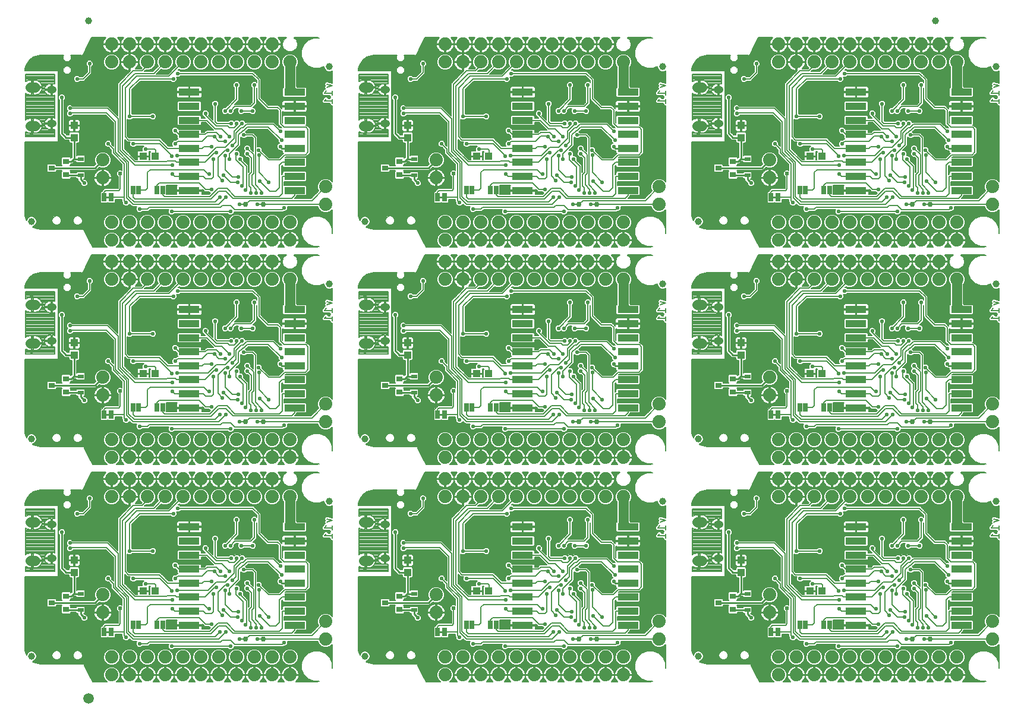
<source format=gbl>
G75*
%MOIN*%
%OFA0B0*%
%FSLAX25Y25*%
%IPPOS*%
%LPD*%
%AMOC8*
5,1,8,0,0,1.08239X$1,22.5*
%
%ADD10C,0.00800*%
%ADD11C,0.05512*%
%ADD12C,0.03937*%
%ADD13C,0.07400*%
%ADD14C,0.03937*%
%ADD15R,0.04331X0.03937*%
%ADD16R,0.11811X0.03937*%
%ADD17R,0.02500X0.05000*%
%ADD18C,0.03000*%
%ADD19R,0.03268X0.02480*%
%ADD20R,0.03937X0.04331*%
%ADD21R,0.03543X0.03150*%
%ADD22C,0.01000*%
%ADD23C,0.05906*%
%ADD24C,0.00600*%
%ADD25C,0.02200*%
%ADD26C,0.01100*%
%ADD27C,0.04000*%
%ADD28C,0.05800*%
%ADD29C,0.02378*%
D10*
X0066012Y0091500D02*
X0066012Y0094479D01*
X0066391Y0094203D01*
X0066974Y0093906D01*
X0067596Y0093704D01*
X0068243Y0093602D01*
X0069548Y0093602D01*
X0069548Y0097358D01*
X0070348Y0097358D01*
X0070348Y0098158D01*
X0069548Y0098158D01*
X0069548Y0101913D01*
X0068243Y0101913D01*
X0067596Y0101811D01*
X0066974Y0101609D01*
X0066391Y0101312D01*
X0066012Y0101036D01*
X0066012Y0115975D01*
X0066391Y0115699D01*
X0066974Y0115402D01*
X0067596Y0115200D01*
X0068243Y0115098D01*
X0069548Y0115098D01*
X0069548Y0118854D01*
X0070348Y0118854D01*
X0070348Y0119654D01*
X0075470Y0119654D01*
X0075379Y0120227D01*
X0075177Y0120849D01*
X0074880Y0121432D01*
X0074495Y0121961D01*
X0074033Y0122424D01*
X0073504Y0122808D01*
X0072921Y0123105D01*
X0072299Y0123307D01*
X0071653Y0123410D01*
X0070348Y0123410D01*
X0070348Y0119654D01*
X0069548Y0119654D01*
X0069548Y0123409D01*
X0068243Y0123410D01*
X0067596Y0123307D01*
X0066974Y0123105D01*
X0066391Y0122808D01*
X0066012Y0122532D01*
X0066012Y0126500D01*
X0082412Y0126500D01*
X0082412Y0121240D01*
X0082253Y0121306D01*
X0081602Y0121435D01*
X0081079Y0121435D01*
X0081079Y0118467D01*
X0080280Y0118467D01*
X0080280Y0121435D01*
X0079757Y0121435D01*
X0079106Y0121306D01*
X0078493Y0121052D01*
X0077942Y0120683D01*
X0077472Y0120214D01*
X0077104Y0119663D01*
X0076850Y0119049D01*
X0076734Y0118467D01*
X0080279Y0118467D01*
X0080279Y0117667D01*
X0076734Y0117667D01*
X0076850Y0117084D01*
X0077104Y0116471D01*
X0077472Y0115920D01*
X0077942Y0115450D01*
X0078493Y0115082D01*
X0079106Y0114828D01*
X0079757Y0114698D01*
X0080280Y0114698D01*
X0080280Y0117667D01*
X0081079Y0117667D01*
X0081079Y0114698D01*
X0081602Y0114698D01*
X0082253Y0114828D01*
X0082412Y0114894D01*
X0082412Y0102106D01*
X0082253Y0102172D01*
X0081602Y0102302D01*
X0081079Y0102302D01*
X0081079Y0099333D01*
X0080280Y0099333D01*
X0080280Y0102302D01*
X0079757Y0102302D01*
X0079106Y0102172D01*
X0078493Y0101918D01*
X0077942Y0101550D01*
X0077472Y0101080D01*
X0077104Y0100529D01*
X0076850Y0099916D01*
X0076734Y0099333D01*
X0080279Y0099333D01*
X0080279Y0098533D01*
X0076734Y0098533D01*
X0076850Y0097951D01*
X0077104Y0097337D01*
X0077472Y0096786D01*
X0077942Y0096317D01*
X0078493Y0095948D01*
X0079106Y0095694D01*
X0079757Y0095565D01*
X0080280Y0095565D01*
X0080280Y0098533D01*
X0081079Y0098533D01*
X0081079Y0095565D01*
X0081602Y0095565D01*
X0082253Y0095694D01*
X0082412Y0095760D01*
X0082412Y0091500D01*
X0066012Y0091500D01*
X0066012Y0091582D02*
X0082412Y0091582D01*
X0082412Y0092381D02*
X0066012Y0092381D01*
X0066012Y0093179D02*
X0082412Y0093179D01*
X0082412Y0093978D02*
X0073062Y0093978D01*
X0072921Y0093906D02*
X0073504Y0094203D01*
X0074033Y0094588D01*
X0074495Y0095050D01*
X0074880Y0095579D01*
X0075177Y0096162D01*
X0075379Y0096784D01*
X0075470Y0097358D01*
X0070348Y0097358D01*
X0070348Y0093602D01*
X0071653Y0093602D01*
X0072299Y0093704D01*
X0072921Y0093906D01*
X0074222Y0094776D02*
X0082412Y0094776D01*
X0082412Y0095575D02*
X0081654Y0095575D01*
X0081079Y0095575D02*
X0080280Y0095575D01*
X0079705Y0095575D02*
X0074877Y0095575D01*
X0075246Y0096373D02*
X0077885Y0096373D01*
X0077214Y0097172D02*
X0075440Y0097172D01*
X0075470Y0098158D02*
X0075379Y0098731D01*
X0075177Y0099353D01*
X0074880Y0099936D01*
X0074495Y0100465D01*
X0074033Y0100927D01*
X0073504Y0101312D01*
X0072921Y0101609D01*
X0072299Y0101811D01*
X0071653Y0101913D01*
X0070348Y0101913D01*
X0070348Y0098158D01*
X0075470Y0098158D01*
X0075367Y0098769D02*
X0080279Y0098769D01*
X0080280Y0099568D02*
X0081079Y0099568D01*
X0081079Y0100366D02*
X0080280Y0100366D01*
X0080280Y0101165D02*
X0081079Y0101165D01*
X0081079Y0101963D02*
X0080280Y0101963D01*
X0078602Y0101963D02*
X0066012Y0101963D01*
X0066012Y0101165D02*
X0066188Y0101165D01*
X0066012Y0102762D02*
X0082412Y0102762D01*
X0082412Y0103560D02*
X0066012Y0103560D01*
X0066012Y0104359D02*
X0082412Y0104359D01*
X0082412Y0105157D02*
X0066012Y0105157D01*
X0066012Y0105956D02*
X0082412Y0105956D01*
X0082412Y0106754D02*
X0066012Y0106754D01*
X0066012Y0107553D02*
X0082412Y0107553D01*
X0082412Y0108351D02*
X0066012Y0108351D01*
X0066012Y0109150D02*
X0082412Y0109150D01*
X0082412Y0109948D02*
X0066012Y0109948D01*
X0066012Y0110747D02*
X0082412Y0110747D01*
X0082412Y0111545D02*
X0066012Y0111545D01*
X0066012Y0112344D02*
X0082412Y0112344D01*
X0082412Y0113142D02*
X0066012Y0113142D01*
X0066012Y0113941D02*
X0082412Y0113941D01*
X0082412Y0114739D02*
X0081807Y0114739D01*
X0081079Y0114739D02*
X0080280Y0114739D01*
X0079552Y0114739D02*
X0066012Y0114739D01*
X0066012Y0115538D02*
X0066708Y0115538D01*
X0069548Y0115538D02*
X0070348Y0115538D01*
X0070348Y0115098D02*
X0071653Y0115098D01*
X0072299Y0115200D01*
X0072921Y0115402D01*
X0073504Y0115699D01*
X0074033Y0116084D01*
X0074495Y0116546D01*
X0074880Y0117075D01*
X0075177Y0117658D01*
X0075379Y0118280D01*
X0075470Y0118854D01*
X0070348Y0118854D01*
X0070348Y0115098D01*
X0070348Y0116336D02*
X0069548Y0116336D01*
X0069548Y0117135D02*
X0070348Y0117135D01*
X0070348Y0117933D02*
X0069548Y0117933D01*
X0069548Y0118732D02*
X0070348Y0118732D01*
X0070348Y0119530D02*
X0077049Y0119530D01*
X0076787Y0118732D02*
X0075451Y0118732D01*
X0075266Y0117933D02*
X0080279Y0117933D01*
X0080280Y0117135D02*
X0081079Y0117135D01*
X0081079Y0116336D02*
X0080280Y0116336D01*
X0080280Y0115538D02*
X0081079Y0115538D01*
X0081079Y0118732D02*
X0080280Y0118732D01*
X0080280Y0119530D02*
X0081079Y0119530D01*
X0081079Y0120329D02*
X0080280Y0120329D01*
X0080280Y0121127D02*
X0081079Y0121127D01*
X0082412Y0121926D02*
X0074521Y0121926D01*
X0075035Y0121127D02*
X0078675Y0121127D01*
X0077587Y0120329D02*
X0075346Y0120329D01*
X0073619Y0122724D02*
X0082412Y0122724D01*
X0082412Y0123523D02*
X0066012Y0123523D01*
X0066012Y0124321D02*
X0082412Y0124321D01*
X0082412Y0125120D02*
X0066012Y0125120D01*
X0066012Y0125918D02*
X0082412Y0125918D01*
X0076840Y0117135D02*
X0074910Y0117135D01*
X0074285Y0116336D02*
X0077194Y0116336D01*
X0077854Y0115538D02*
X0073187Y0115538D01*
X0070348Y0120329D02*
X0069548Y0120329D01*
X0069548Y0121127D02*
X0070348Y0121127D01*
X0070348Y0121926D02*
X0069548Y0121926D01*
X0069548Y0122724D02*
X0070348Y0122724D01*
X0066276Y0122724D02*
X0066012Y0122724D01*
X0069548Y0101165D02*
X0070348Y0101165D01*
X0070348Y0100366D02*
X0069548Y0100366D01*
X0069548Y0099568D02*
X0070348Y0099568D01*
X0070348Y0098769D02*
X0069548Y0098769D01*
X0070348Y0097970D02*
X0076846Y0097970D01*
X0076781Y0099568D02*
X0075068Y0099568D01*
X0074567Y0100366D02*
X0077036Y0100366D01*
X0077557Y0101165D02*
X0073707Y0101165D01*
X0070348Y0097172D02*
X0069548Y0097172D01*
X0069548Y0096373D02*
X0070348Y0096373D01*
X0070348Y0095575D02*
X0069548Y0095575D01*
X0069548Y0094776D02*
X0070348Y0094776D01*
X0070348Y0093978D02*
X0069548Y0093978D01*
X0066833Y0093978D02*
X0066012Y0093978D01*
X0080280Y0096373D02*
X0081079Y0096373D01*
X0081079Y0097172D02*
X0080280Y0097172D01*
X0080280Y0097970D02*
X0081079Y0097970D01*
X0233712Y0111617D02*
X0237912Y0111617D01*
X0237912Y0112783D02*
X0237912Y0110450D01*
X0234645Y0112783D02*
X0233712Y0111617D01*
X0233712Y0116117D02*
X0237912Y0116117D01*
X0237912Y0117283D02*
X0237912Y0114950D01*
X0234645Y0117283D02*
X0233712Y0116117D01*
X0235112Y0119233D02*
X0237912Y0120167D01*
X0235112Y0121100D01*
X0253012Y0122532D02*
X0253012Y0126500D01*
X0269412Y0126500D01*
X0269412Y0121240D01*
X0269253Y0121306D01*
X0268602Y0121435D01*
X0268079Y0121435D01*
X0268079Y0118467D01*
X0267280Y0118467D01*
X0267280Y0121435D01*
X0266757Y0121435D01*
X0266106Y0121306D01*
X0265493Y0121052D01*
X0264942Y0120683D01*
X0264472Y0120214D01*
X0264104Y0119663D01*
X0263850Y0119049D01*
X0263734Y0118467D01*
X0267279Y0118467D01*
X0267279Y0117667D01*
X0263734Y0117667D01*
X0263850Y0117084D01*
X0264104Y0116471D01*
X0264472Y0115920D01*
X0264942Y0115450D01*
X0265493Y0115082D01*
X0266106Y0114828D01*
X0266757Y0114698D01*
X0267280Y0114698D01*
X0267280Y0117667D01*
X0268079Y0117667D01*
X0268079Y0114698D01*
X0268602Y0114698D01*
X0269253Y0114828D01*
X0269412Y0114894D01*
X0269412Y0102106D01*
X0269253Y0102172D01*
X0268602Y0102302D01*
X0268079Y0102302D01*
X0268079Y0099333D01*
X0267280Y0099333D01*
X0267280Y0102302D01*
X0266757Y0102302D01*
X0266106Y0102172D01*
X0265493Y0101918D01*
X0264942Y0101550D01*
X0264472Y0101080D01*
X0264104Y0100529D01*
X0263850Y0099916D01*
X0263734Y0099333D01*
X0267279Y0099333D01*
X0267279Y0098533D01*
X0263734Y0098533D01*
X0263850Y0097951D01*
X0264104Y0097337D01*
X0264472Y0096786D01*
X0264942Y0096317D01*
X0265493Y0095948D01*
X0266106Y0095694D01*
X0266757Y0095565D01*
X0267280Y0095565D01*
X0267280Y0098533D01*
X0268079Y0098533D01*
X0268079Y0095565D01*
X0268602Y0095565D01*
X0269253Y0095694D01*
X0269412Y0095760D01*
X0269412Y0091500D01*
X0253012Y0091500D01*
X0253012Y0094479D01*
X0253391Y0094203D01*
X0253974Y0093906D01*
X0254596Y0093704D01*
X0255243Y0093602D01*
X0256548Y0093602D01*
X0256548Y0097358D01*
X0257348Y0097358D01*
X0257348Y0098158D01*
X0256548Y0098158D01*
X0256548Y0101913D01*
X0255243Y0101913D01*
X0254596Y0101811D01*
X0253974Y0101609D01*
X0253391Y0101312D01*
X0253012Y0101036D01*
X0253012Y0115975D01*
X0253391Y0115699D01*
X0253974Y0115402D01*
X0254596Y0115200D01*
X0255243Y0115098D01*
X0256548Y0115098D01*
X0256548Y0118854D01*
X0257348Y0118854D01*
X0257348Y0119654D01*
X0262470Y0119654D01*
X0262379Y0120227D01*
X0262177Y0120849D01*
X0261880Y0121432D01*
X0261495Y0121961D01*
X0261033Y0122424D01*
X0260504Y0122808D01*
X0259921Y0123105D01*
X0259299Y0123307D01*
X0258653Y0123410D01*
X0257348Y0123410D01*
X0257348Y0119654D01*
X0256548Y0119654D01*
X0256548Y0123409D01*
X0255243Y0123410D01*
X0254596Y0123307D01*
X0253974Y0123105D01*
X0253391Y0122808D01*
X0253012Y0122532D01*
X0253012Y0122724D02*
X0253276Y0122724D01*
X0253012Y0123523D02*
X0269412Y0123523D01*
X0269412Y0124321D02*
X0253012Y0124321D01*
X0253012Y0125120D02*
X0269412Y0125120D01*
X0269412Y0125918D02*
X0253012Y0125918D01*
X0256548Y0122724D02*
X0257348Y0122724D01*
X0257348Y0121926D02*
X0256548Y0121926D01*
X0256548Y0121127D02*
X0257348Y0121127D01*
X0257348Y0120329D02*
X0256548Y0120329D01*
X0257348Y0119530D02*
X0264049Y0119530D01*
X0263787Y0118732D02*
X0262451Y0118732D01*
X0262470Y0118854D02*
X0257348Y0118854D01*
X0257348Y0115098D01*
X0258653Y0115098D01*
X0259299Y0115200D01*
X0259921Y0115402D01*
X0260504Y0115699D01*
X0261033Y0116084D01*
X0261495Y0116546D01*
X0261880Y0117075D01*
X0262177Y0117658D01*
X0262379Y0118280D01*
X0262470Y0118854D01*
X0262266Y0117933D02*
X0267279Y0117933D01*
X0267280Y0117135D02*
X0268079Y0117135D01*
X0268079Y0116336D02*
X0267280Y0116336D01*
X0267280Y0115538D02*
X0268079Y0115538D01*
X0268079Y0114739D02*
X0267280Y0114739D01*
X0266552Y0114739D02*
X0253012Y0114739D01*
X0253012Y0113941D02*
X0269412Y0113941D01*
X0269412Y0114739D02*
X0268807Y0114739D01*
X0269412Y0113142D02*
X0253012Y0113142D01*
X0253012Y0112344D02*
X0269412Y0112344D01*
X0269412Y0111545D02*
X0253012Y0111545D01*
X0253012Y0110747D02*
X0269412Y0110747D01*
X0269412Y0109948D02*
X0253012Y0109948D01*
X0253012Y0109150D02*
X0269412Y0109150D01*
X0269412Y0108351D02*
X0253012Y0108351D01*
X0253012Y0107553D02*
X0269412Y0107553D01*
X0269412Y0106754D02*
X0253012Y0106754D01*
X0253012Y0105956D02*
X0269412Y0105956D01*
X0269412Y0105157D02*
X0253012Y0105157D01*
X0253012Y0104359D02*
X0269412Y0104359D01*
X0269412Y0103560D02*
X0253012Y0103560D01*
X0253012Y0102762D02*
X0269412Y0102762D01*
X0268079Y0101963D02*
X0267280Y0101963D01*
X0267280Y0101165D02*
X0268079Y0101165D01*
X0268079Y0100366D02*
X0267280Y0100366D01*
X0267280Y0099568D02*
X0268079Y0099568D01*
X0267279Y0098769D02*
X0262367Y0098769D01*
X0262379Y0098731D02*
X0262177Y0099353D01*
X0261880Y0099936D01*
X0261495Y0100465D01*
X0261033Y0100927D01*
X0260504Y0101312D01*
X0259921Y0101609D01*
X0259299Y0101811D01*
X0258653Y0101913D01*
X0257348Y0101913D01*
X0257348Y0098158D01*
X0262470Y0098158D01*
X0262379Y0098731D01*
X0262068Y0099568D02*
X0263781Y0099568D01*
X0264036Y0100366D02*
X0261567Y0100366D01*
X0260707Y0101165D02*
X0264557Y0101165D01*
X0265602Y0101963D02*
X0253012Y0101963D01*
X0253012Y0101165D02*
X0253188Y0101165D01*
X0256548Y0101165D02*
X0257348Y0101165D01*
X0257348Y0100366D02*
X0256548Y0100366D01*
X0256548Y0099568D02*
X0257348Y0099568D01*
X0257348Y0098769D02*
X0256548Y0098769D01*
X0257348Y0097970D02*
X0263846Y0097970D01*
X0264214Y0097172D02*
X0262440Y0097172D01*
X0262470Y0097358D02*
X0257348Y0097358D01*
X0257348Y0093602D01*
X0258653Y0093602D01*
X0259299Y0093704D01*
X0259921Y0093906D01*
X0260504Y0094203D01*
X0261033Y0094588D01*
X0261495Y0095050D01*
X0261880Y0095579D01*
X0262177Y0096162D01*
X0262379Y0096784D01*
X0262470Y0097358D01*
X0262246Y0096373D02*
X0264885Y0096373D01*
X0266705Y0095575D02*
X0261877Y0095575D01*
X0261222Y0094776D02*
X0269412Y0094776D01*
X0269412Y0093978D02*
X0260062Y0093978D01*
X0257348Y0093978D02*
X0256548Y0093978D01*
X0256548Y0094776D02*
X0257348Y0094776D01*
X0257348Y0095575D02*
X0256548Y0095575D01*
X0256548Y0096373D02*
X0257348Y0096373D01*
X0257348Y0097172D02*
X0256548Y0097172D01*
X0253833Y0093978D02*
X0253012Y0093978D01*
X0253012Y0093179D02*
X0269412Y0093179D01*
X0269412Y0092381D02*
X0253012Y0092381D01*
X0253012Y0091582D02*
X0269412Y0091582D01*
X0269412Y0095575D02*
X0268654Y0095575D01*
X0268079Y0095575D02*
X0267280Y0095575D01*
X0267280Y0096373D02*
X0268079Y0096373D01*
X0268079Y0097172D02*
X0267280Y0097172D01*
X0267280Y0097970D02*
X0268079Y0097970D01*
X0264854Y0115538D02*
X0260187Y0115538D01*
X0261285Y0116336D02*
X0264194Y0116336D01*
X0263840Y0117135D02*
X0261910Y0117135D01*
X0262346Y0120329D02*
X0264587Y0120329D01*
X0265675Y0121127D02*
X0262035Y0121127D01*
X0261521Y0121926D02*
X0269412Y0121926D01*
X0269412Y0122724D02*
X0260619Y0122724D01*
X0257348Y0118732D02*
X0256548Y0118732D01*
X0256548Y0117933D02*
X0257348Y0117933D01*
X0257348Y0117135D02*
X0256548Y0117135D01*
X0256548Y0116336D02*
X0257348Y0116336D01*
X0257348Y0115538D02*
X0256548Y0115538D01*
X0253708Y0115538D02*
X0253012Y0115538D01*
X0267280Y0118732D02*
X0268079Y0118732D01*
X0268079Y0119530D02*
X0267280Y0119530D01*
X0267280Y0120329D02*
X0268079Y0120329D01*
X0268079Y0121127D02*
X0267280Y0121127D01*
X0269412Y0213500D02*
X0253012Y0213500D01*
X0253012Y0216479D01*
X0253391Y0216203D01*
X0253974Y0215906D01*
X0254596Y0215704D01*
X0255243Y0215602D01*
X0256548Y0215602D01*
X0256548Y0219358D01*
X0257348Y0219358D01*
X0257348Y0220158D01*
X0256548Y0220158D01*
X0256548Y0223913D01*
X0255243Y0223913D01*
X0254596Y0223811D01*
X0253974Y0223609D01*
X0253391Y0223312D01*
X0253012Y0223036D01*
X0253012Y0237975D01*
X0253391Y0237699D01*
X0253974Y0237402D01*
X0254596Y0237200D01*
X0255243Y0237098D01*
X0256548Y0237098D01*
X0256548Y0240854D01*
X0257348Y0240854D01*
X0257348Y0241654D01*
X0262470Y0241654D01*
X0262379Y0242227D01*
X0262177Y0242849D01*
X0261880Y0243432D01*
X0261495Y0243961D01*
X0261033Y0244424D01*
X0260504Y0244808D01*
X0259921Y0245105D01*
X0259299Y0245307D01*
X0258653Y0245410D01*
X0257348Y0245410D01*
X0257348Y0241654D01*
X0256548Y0241654D01*
X0256548Y0245409D01*
X0255243Y0245410D01*
X0254596Y0245307D01*
X0253974Y0245105D01*
X0253391Y0244808D01*
X0253012Y0244532D01*
X0253012Y0248500D01*
X0269412Y0248500D01*
X0269412Y0243240D01*
X0269253Y0243306D01*
X0268602Y0243435D01*
X0268079Y0243435D01*
X0268079Y0240467D01*
X0267280Y0240467D01*
X0267280Y0243435D01*
X0266757Y0243435D01*
X0266106Y0243306D01*
X0265493Y0243052D01*
X0264942Y0242683D01*
X0264472Y0242214D01*
X0264104Y0241663D01*
X0263850Y0241049D01*
X0263734Y0240467D01*
X0267279Y0240467D01*
X0267279Y0239667D01*
X0263734Y0239667D01*
X0263850Y0239084D01*
X0264104Y0238471D01*
X0264472Y0237920D01*
X0264942Y0237450D01*
X0265493Y0237082D01*
X0266106Y0236828D01*
X0266757Y0236698D01*
X0267280Y0236698D01*
X0267280Y0239667D01*
X0268079Y0239667D01*
X0268079Y0236698D01*
X0268602Y0236698D01*
X0269253Y0236828D01*
X0269412Y0236894D01*
X0269412Y0224106D01*
X0269253Y0224172D01*
X0268602Y0224302D01*
X0268079Y0224302D01*
X0268079Y0221333D01*
X0267280Y0221333D01*
X0267280Y0224302D01*
X0266757Y0224302D01*
X0266106Y0224172D01*
X0265493Y0223918D01*
X0264942Y0223550D01*
X0264472Y0223080D01*
X0264104Y0222529D01*
X0263850Y0221916D01*
X0263734Y0221333D01*
X0267279Y0221333D01*
X0267279Y0220533D01*
X0263734Y0220533D01*
X0263850Y0219951D01*
X0264104Y0219337D01*
X0264472Y0218786D01*
X0264942Y0218317D01*
X0265493Y0217948D01*
X0266106Y0217694D01*
X0266757Y0217565D01*
X0267280Y0217565D01*
X0267280Y0220533D01*
X0268079Y0220533D01*
X0268079Y0217565D01*
X0268602Y0217565D01*
X0269253Y0217694D01*
X0269412Y0217760D01*
X0269412Y0213500D01*
X0269412Y0213755D02*
X0253012Y0213755D01*
X0253012Y0214553D02*
X0269412Y0214553D01*
X0269412Y0215352D02*
X0253012Y0215352D01*
X0253012Y0216150D02*
X0253495Y0216150D01*
X0256548Y0216150D02*
X0257348Y0216150D01*
X0257348Y0215602D02*
X0257348Y0219358D01*
X0262470Y0219358D01*
X0262379Y0218784D01*
X0262177Y0218162D01*
X0261880Y0217579D01*
X0261495Y0217050D01*
X0261033Y0216588D01*
X0260504Y0216203D01*
X0259921Y0215906D01*
X0259299Y0215704D01*
X0258653Y0215602D01*
X0257348Y0215602D01*
X0257348Y0216949D02*
X0256548Y0216949D01*
X0256548Y0217747D02*
X0257348Y0217747D01*
X0257348Y0218546D02*
X0256548Y0218546D01*
X0256548Y0219344D02*
X0257348Y0219344D01*
X0257348Y0220143D02*
X0263812Y0220143D01*
X0264101Y0219344D02*
X0262468Y0219344D01*
X0262470Y0220158D02*
X0262379Y0220731D01*
X0262177Y0221353D01*
X0261880Y0221936D01*
X0261495Y0222465D01*
X0261033Y0222927D01*
X0260504Y0223312D01*
X0259921Y0223609D01*
X0259299Y0223811D01*
X0258653Y0223913D01*
X0257348Y0223913D01*
X0257348Y0220158D01*
X0262470Y0220158D01*
X0262311Y0220941D02*
X0267279Y0220941D01*
X0267280Y0220143D02*
X0268079Y0220143D01*
X0268079Y0219344D02*
X0267280Y0219344D01*
X0267280Y0218546D02*
X0268079Y0218546D01*
X0268079Y0217747D02*
X0267280Y0217747D01*
X0265978Y0217747D02*
X0261965Y0217747D01*
X0262302Y0218546D02*
X0264713Y0218546D01*
X0263815Y0221740D02*
X0261980Y0221740D01*
X0261422Y0222538D02*
X0264110Y0222538D01*
X0264729Y0223337D02*
X0260455Y0223337D01*
X0257348Y0223337D02*
X0256548Y0223337D01*
X0256548Y0222538D02*
X0257348Y0222538D01*
X0257348Y0221740D02*
X0256548Y0221740D01*
X0256548Y0220941D02*
X0257348Y0220941D01*
X0253440Y0223337D02*
X0253012Y0223337D01*
X0253012Y0224135D02*
X0266017Y0224135D01*
X0267280Y0224135D02*
X0268079Y0224135D01*
X0268079Y0223337D02*
X0267280Y0223337D01*
X0267280Y0222538D02*
X0268079Y0222538D01*
X0268079Y0221740D02*
X0267280Y0221740D01*
X0269342Y0224135D02*
X0269412Y0224135D01*
X0269412Y0224934D02*
X0253012Y0224934D01*
X0253012Y0225732D02*
X0269412Y0225732D01*
X0269412Y0226531D02*
X0253012Y0226531D01*
X0253012Y0227329D02*
X0269412Y0227329D01*
X0269412Y0228128D02*
X0253012Y0228128D01*
X0253012Y0228926D02*
X0269412Y0228926D01*
X0269412Y0229725D02*
X0253012Y0229725D01*
X0253012Y0230523D02*
X0269412Y0230523D01*
X0269412Y0231322D02*
X0253012Y0231322D01*
X0253012Y0232120D02*
X0269412Y0232120D01*
X0269412Y0232919D02*
X0253012Y0232919D01*
X0253012Y0233717D02*
X0269412Y0233717D01*
X0269412Y0234516D02*
X0253012Y0234516D01*
X0253012Y0235314D02*
X0269412Y0235314D01*
X0269412Y0236113D02*
X0253012Y0236113D01*
X0253012Y0236911D02*
X0265905Y0236911D01*
X0267280Y0236911D02*
X0268079Y0236911D01*
X0268079Y0237710D02*
X0267280Y0237710D01*
X0267280Y0238508D02*
X0268079Y0238508D01*
X0268079Y0239307D02*
X0267280Y0239307D01*
X0267279Y0240105D02*
X0262322Y0240105D01*
X0262379Y0240280D02*
X0262470Y0240854D01*
X0257348Y0240854D01*
X0257348Y0237098D01*
X0258653Y0237098D01*
X0259299Y0237200D01*
X0259921Y0237402D01*
X0260504Y0237699D01*
X0261033Y0238084D01*
X0261495Y0238546D01*
X0261880Y0239075D01*
X0262177Y0239658D01*
X0262379Y0240280D01*
X0261998Y0239307D02*
X0263806Y0239307D01*
X0264088Y0238508D02*
X0261458Y0238508D01*
X0260519Y0237710D02*
X0264682Y0237710D01*
X0263821Y0240904D02*
X0257348Y0240904D01*
X0257348Y0240105D02*
X0256548Y0240105D01*
X0256548Y0239307D02*
X0257348Y0239307D01*
X0257348Y0238508D02*
X0256548Y0238508D01*
X0256548Y0237710D02*
X0257348Y0237710D01*
X0253377Y0237710D02*
X0253012Y0237710D01*
X0256548Y0241703D02*
X0257348Y0241703D01*
X0257348Y0242501D02*
X0256548Y0242501D01*
X0256548Y0243300D02*
X0257348Y0243300D01*
X0257348Y0244098D02*
X0256548Y0244098D01*
X0256548Y0244897D02*
X0257348Y0244897D01*
X0260330Y0244897D02*
X0269412Y0244897D01*
X0269412Y0245695D02*
X0253012Y0245695D01*
X0253012Y0244897D02*
X0253565Y0244897D01*
X0253012Y0246494D02*
X0269412Y0246494D01*
X0269412Y0247292D02*
X0253012Y0247292D01*
X0253012Y0248091D02*
X0269412Y0248091D01*
X0269412Y0244098D02*
X0261358Y0244098D01*
X0261947Y0243300D02*
X0266091Y0243300D01*
X0267280Y0243300D02*
X0268079Y0243300D01*
X0268079Y0242501D02*
X0267280Y0242501D01*
X0267280Y0241703D02*
X0268079Y0241703D01*
X0268079Y0240904D02*
X0267280Y0240904D01*
X0264759Y0242501D02*
X0262290Y0242501D01*
X0262462Y0241703D02*
X0264131Y0241703D01*
X0269268Y0243300D02*
X0269412Y0243300D01*
X0237912Y0242167D02*
X0235112Y0241233D01*
X0235112Y0243100D02*
X0237912Y0242167D01*
X0237912Y0239283D02*
X0237912Y0236950D01*
X0237912Y0238117D02*
X0233712Y0238117D01*
X0234645Y0239283D01*
X0234645Y0234783D02*
X0233712Y0233617D01*
X0237912Y0233617D01*
X0237912Y0234783D02*
X0237912Y0232450D01*
X0260400Y0216150D02*
X0269412Y0216150D01*
X0269412Y0216949D02*
X0261394Y0216949D01*
X0269381Y0217747D02*
X0269412Y0217747D01*
X0420712Y0233617D02*
X0424912Y0233617D01*
X0424912Y0234783D02*
X0424912Y0232450D01*
X0421645Y0234783D02*
X0420712Y0233617D01*
X0424912Y0236950D02*
X0424912Y0239283D01*
X0424912Y0238117D02*
X0420712Y0238117D01*
X0421645Y0239283D01*
X0422112Y0241233D02*
X0424912Y0242167D01*
X0422112Y0243100D01*
X0440012Y0244532D02*
X0440012Y0248500D01*
X0456412Y0248500D01*
X0456412Y0243240D01*
X0456253Y0243306D01*
X0455602Y0243435D01*
X0455079Y0243435D01*
X0455079Y0240467D01*
X0454280Y0240467D01*
X0454280Y0243435D01*
X0453757Y0243435D01*
X0453106Y0243306D01*
X0452493Y0243052D01*
X0451942Y0242683D01*
X0451472Y0242214D01*
X0451104Y0241663D01*
X0450850Y0241049D01*
X0450734Y0240467D01*
X0454279Y0240467D01*
X0454279Y0239667D01*
X0450734Y0239667D01*
X0450850Y0239084D01*
X0451104Y0238471D01*
X0451472Y0237920D01*
X0451942Y0237450D01*
X0452493Y0237082D01*
X0453106Y0236828D01*
X0453757Y0236698D01*
X0454280Y0236698D01*
X0454280Y0239667D01*
X0455079Y0239667D01*
X0455079Y0236698D01*
X0455602Y0236698D01*
X0456253Y0236828D01*
X0456412Y0236894D01*
X0456412Y0224106D01*
X0456253Y0224172D01*
X0455602Y0224302D01*
X0455079Y0224302D01*
X0455079Y0221333D01*
X0454280Y0221333D01*
X0454280Y0224302D01*
X0453757Y0224302D01*
X0453106Y0224172D01*
X0452493Y0223918D01*
X0451942Y0223550D01*
X0451472Y0223080D01*
X0451104Y0222529D01*
X0450850Y0221916D01*
X0450734Y0221333D01*
X0454279Y0221333D01*
X0454279Y0220533D01*
X0450734Y0220533D01*
X0450850Y0219951D01*
X0451104Y0219337D01*
X0451472Y0218786D01*
X0451942Y0218317D01*
X0452493Y0217948D01*
X0453106Y0217694D01*
X0453757Y0217565D01*
X0454280Y0217565D01*
X0454280Y0220533D01*
X0455079Y0220533D01*
X0455079Y0217565D01*
X0455602Y0217565D01*
X0456253Y0217694D01*
X0456412Y0217760D01*
X0456412Y0213500D01*
X0440012Y0213500D01*
X0440012Y0216479D01*
X0440391Y0216203D01*
X0440974Y0215906D01*
X0441596Y0215704D01*
X0442243Y0215602D01*
X0443548Y0215602D01*
X0443548Y0219358D01*
X0444348Y0219358D01*
X0444348Y0220158D01*
X0443548Y0220158D01*
X0443548Y0223913D01*
X0442243Y0223913D01*
X0441596Y0223811D01*
X0440974Y0223609D01*
X0440391Y0223312D01*
X0440012Y0223036D01*
X0440012Y0237975D01*
X0440391Y0237699D01*
X0440974Y0237402D01*
X0441596Y0237200D01*
X0442243Y0237098D01*
X0443548Y0237098D01*
X0443548Y0240854D01*
X0444348Y0240854D01*
X0444348Y0241654D01*
X0449470Y0241654D01*
X0449379Y0242227D01*
X0449177Y0242849D01*
X0448880Y0243432D01*
X0448495Y0243961D01*
X0448033Y0244424D01*
X0447504Y0244808D01*
X0446921Y0245105D01*
X0446299Y0245307D01*
X0445653Y0245410D01*
X0444348Y0245410D01*
X0444348Y0241654D01*
X0443548Y0241654D01*
X0443548Y0245409D01*
X0442243Y0245410D01*
X0441596Y0245307D01*
X0440974Y0245105D01*
X0440391Y0244808D01*
X0440012Y0244532D01*
X0440012Y0244897D02*
X0440565Y0244897D01*
X0440012Y0245695D02*
X0456412Y0245695D01*
X0456412Y0244897D02*
X0447330Y0244897D01*
X0448358Y0244098D02*
X0456412Y0244098D01*
X0456412Y0243300D02*
X0456268Y0243300D01*
X0455079Y0243300D02*
X0454280Y0243300D01*
X0454280Y0242501D02*
X0455079Y0242501D01*
X0455079Y0241703D02*
X0454280Y0241703D01*
X0454280Y0240904D02*
X0455079Y0240904D01*
X0454279Y0240105D02*
X0449322Y0240105D01*
X0449379Y0240280D02*
X0449470Y0240854D01*
X0444348Y0240854D01*
X0444348Y0237098D01*
X0445653Y0237098D01*
X0446299Y0237200D01*
X0446921Y0237402D01*
X0447504Y0237699D01*
X0448033Y0238084D01*
X0448495Y0238546D01*
X0448880Y0239075D01*
X0449177Y0239658D01*
X0449379Y0240280D01*
X0448998Y0239307D02*
X0450806Y0239307D01*
X0451088Y0238508D02*
X0448458Y0238508D01*
X0447519Y0237710D02*
X0451682Y0237710D01*
X0452905Y0236911D02*
X0440012Y0236911D01*
X0440012Y0236113D02*
X0456412Y0236113D01*
X0456412Y0235314D02*
X0440012Y0235314D01*
X0440012Y0234516D02*
X0456412Y0234516D01*
X0456412Y0233717D02*
X0440012Y0233717D01*
X0440012Y0232919D02*
X0456412Y0232919D01*
X0456412Y0232120D02*
X0440012Y0232120D01*
X0440012Y0231322D02*
X0456412Y0231322D01*
X0456412Y0230523D02*
X0440012Y0230523D01*
X0440012Y0229725D02*
X0456412Y0229725D01*
X0456412Y0228926D02*
X0440012Y0228926D01*
X0440012Y0228128D02*
X0456412Y0228128D01*
X0456412Y0227329D02*
X0440012Y0227329D01*
X0440012Y0226531D02*
X0456412Y0226531D01*
X0456412Y0225732D02*
X0440012Y0225732D01*
X0440012Y0224934D02*
X0456412Y0224934D01*
X0456412Y0224135D02*
X0456342Y0224135D01*
X0455079Y0224135D02*
X0454280Y0224135D01*
X0454280Y0223337D02*
X0455079Y0223337D01*
X0455079Y0222538D02*
X0454280Y0222538D01*
X0454280Y0221740D02*
X0455079Y0221740D01*
X0454279Y0220941D02*
X0449311Y0220941D01*
X0449379Y0220731D02*
X0449177Y0221353D01*
X0448880Y0221936D01*
X0448495Y0222465D01*
X0448033Y0222927D01*
X0447504Y0223312D01*
X0446921Y0223609D01*
X0446299Y0223811D01*
X0445653Y0223913D01*
X0444348Y0223913D01*
X0444348Y0220158D01*
X0449470Y0220158D01*
X0449379Y0220731D01*
X0448980Y0221740D02*
X0450815Y0221740D01*
X0451110Y0222538D02*
X0448422Y0222538D01*
X0447455Y0223337D02*
X0451729Y0223337D01*
X0453017Y0224135D02*
X0440012Y0224135D01*
X0440012Y0223337D02*
X0440440Y0223337D01*
X0443548Y0223337D02*
X0444348Y0223337D01*
X0444348Y0222538D02*
X0443548Y0222538D01*
X0443548Y0221740D02*
X0444348Y0221740D01*
X0444348Y0220941D02*
X0443548Y0220941D01*
X0444348Y0220143D02*
X0450812Y0220143D01*
X0451101Y0219344D02*
X0449468Y0219344D01*
X0449470Y0219358D02*
X0444348Y0219358D01*
X0444348Y0215602D01*
X0445653Y0215602D01*
X0446299Y0215704D01*
X0446921Y0215906D01*
X0447504Y0216203D01*
X0448033Y0216588D01*
X0448495Y0217050D01*
X0448880Y0217579D01*
X0449177Y0218162D01*
X0449379Y0218784D01*
X0449470Y0219358D01*
X0449302Y0218546D02*
X0451713Y0218546D01*
X0452978Y0217747D02*
X0448965Y0217747D01*
X0448394Y0216949D02*
X0456412Y0216949D01*
X0456381Y0217747D02*
X0456412Y0217747D01*
X0455079Y0217747D02*
X0454280Y0217747D01*
X0454280Y0218546D02*
X0455079Y0218546D01*
X0455079Y0219344D02*
X0454280Y0219344D01*
X0454280Y0220143D02*
X0455079Y0220143D01*
X0456412Y0216150D02*
X0447400Y0216150D01*
X0444348Y0216150D02*
X0443548Y0216150D01*
X0443548Y0216949D02*
X0444348Y0216949D01*
X0444348Y0217747D02*
X0443548Y0217747D01*
X0443548Y0218546D02*
X0444348Y0218546D01*
X0444348Y0219344D02*
X0443548Y0219344D01*
X0440495Y0216150D02*
X0440012Y0216150D01*
X0440012Y0215352D02*
X0456412Y0215352D01*
X0456412Y0214553D02*
X0440012Y0214553D01*
X0440012Y0213755D02*
X0456412Y0213755D01*
X0455079Y0236911D02*
X0454280Y0236911D01*
X0454280Y0237710D02*
X0455079Y0237710D01*
X0455079Y0238508D02*
X0454280Y0238508D01*
X0454280Y0239307D02*
X0455079Y0239307D01*
X0453091Y0243300D02*
X0448947Y0243300D01*
X0449290Y0242501D02*
X0451759Y0242501D01*
X0451131Y0241703D02*
X0449462Y0241703D01*
X0450821Y0240904D02*
X0444348Y0240904D01*
X0444348Y0240105D02*
X0443548Y0240105D01*
X0443548Y0239307D02*
X0444348Y0239307D01*
X0444348Y0238508D02*
X0443548Y0238508D01*
X0443548Y0237710D02*
X0444348Y0237710D01*
X0440377Y0237710D02*
X0440012Y0237710D01*
X0443548Y0241703D02*
X0444348Y0241703D01*
X0444348Y0242501D02*
X0443548Y0242501D01*
X0443548Y0243300D02*
X0444348Y0243300D01*
X0444348Y0244098D02*
X0443548Y0244098D01*
X0443548Y0244897D02*
X0444348Y0244897D01*
X0440012Y0246494D02*
X0456412Y0246494D01*
X0456412Y0247292D02*
X0440012Y0247292D01*
X0440012Y0248091D02*
X0456412Y0248091D01*
X0456412Y0335500D02*
X0440012Y0335500D01*
X0440012Y0338479D01*
X0440391Y0338203D01*
X0440974Y0337906D01*
X0441596Y0337704D01*
X0442243Y0337602D01*
X0443548Y0337602D01*
X0443548Y0341358D01*
X0444348Y0341358D01*
X0444348Y0342158D01*
X0443548Y0342158D01*
X0443548Y0345913D01*
X0442243Y0345913D01*
X0441596Y0345811D01*
X0440974Y0345609D01*
X0440391Y0345312D01*
X0440012Y0345036D01*
X0440012Y0359975D01*
X0440391Y0359699D01*
X0440974Y0359402D01*
X0441596Y0359200D01*
X0442243Y0359098D01*
X0443548Y0359098D01*
X0443548Y0362854D01*
X0444348Y0362854D01*
X0444348Y0363654D01*
X0449470Y0363654D01*
X0449379Y0364227D01*
X0449177Y0364849D01*
X0448880Y0365432D01*
X0448495Y0365961D01*
X0448033Y0366424D01*
X0447504Y0366808D01*
X0446921Y0367105D01*
X0446299Y0367307D01*
X0445653Y0367410D01*
X0444348Y0367410D01*
X0444348Y0363654D01*
X0443548Y0363654D01*
X0443548Y0367409D01*
X0442243Y0367410D01*
X0441596Y0367307D01*
X0440974Y0367105D01*
X0440391Y0366808D01*
X0440012Y0366532D01*
X0440012Y0370500D01*
X0456412Y0370500D01*
X0456412Y0365240D01*
X0456253Y0365306D01*
X0455602Y0365435D01*
X0455079Y0365435D01*
X0455079Y0362467D01*
X0454280Y0362467D01*
X0454280Y0365435D01*
X0453757Y0365435D01*
X0453106Y0365306D01*
X0452493Y0365052D01*
X0451942Y0364683D01*
X0451472Y0364214D01*
X0451104Y0363663D01*
X0450850Y0363049D01*
X0450734Y0362467D01*
X0454279Y0362467D01*
X0454279Y0361667D01*
X0450734Y0361667D01*
X0450850Y0361084D01*
X0451104Y0360471D01*
X0451472Y0359920D01*
X0451942Y0359450D01*
X0452493Y0359082D01*
X0453106Y0358828D01*
X0453757Y0358698D01*
X0454280Y0358698D01*
X0454280Y0361667D01*
X0455079Y0361667D01*
X0455079Y0358698D01*
X0455602Y0358698D01*
X0456253Y0358828D01*
X0456412Y0358894D01*
X0456412Y0346106D01*
X0456253Y0346172D01*
X0455602Y0346302D01*
X0455079Y0346302D01*
X0455079Y0343333D01*
X0454280Y0343333D01*
X0454280Y0346302D01*
X0453757Y0346302D01*
X0453106Y0346172D01*
X0452493Y0345918D01*
X0451942Y0345550D01*
X0451472Y0345080D01*
X0451104Y0344529D01*
X0450850Y0343916D01*
X0450734Y0343333D01*
X0454279Y0343333D01*
X0454279Y0342533D01*
X0450734Y0342533D01*
X0450850Y0341951D01*
X0451104Y0341337D01*
X0451472Y0340786D01*
X0451942Y0340317D01*
X0452493Y0339948D01*
X0453106Y0339694D01*
X0453757Y0339565D01*
X0454280Y0339565D01*
X0454280Y0342533D01*
X0455079Y0342533D01*
X0455079Y0339565D01*
X0455602Y0339565D01*
X0456253Y0339694D01*
X0456412Y0339760D01*
X0456412Y0335500D01*
X0456412Y0335927D02*
X0440012Y0335927D01*
X0440012Y0336725D02*
X0456412Y0336725D01*
X0456412Y0337524D02*
X0440012Y0337524D01*
X0440012Y0338322D02*
X0440227Y0338322D01*
X0443548Y0338322D02*
X0444348Y0338322D01*
X0444348Y0337602D02*
X0445653Y0337602D01*
X0446299Y0337704D01*
X0446921Y0337906D01*
X0447504Y0338203D01*
X0448033Y0338588D01*
X0448495Y0339050D01*
X0448880Y0339579D01*
X0449177Y0340162D01*
X0449379Y0340784D01*
X0449470Y0341358D01*
X0444348Y0341358D01*
X0444348Y0337602D01*
X0444348Y0339121D02*
X0443548Y0339121D01*
X0443548Y0339919D02*
X0444348Y0339919D01*
X0444348Y0340718D02*
X0443548Y0340718D01*
X0444348Y0341516D02*
X0451030Y0341516D01*
X0450777Y0342315D02*
X0449445Y0342315D01*
X0449470Y0342158D02*
X0449379Y0342731D01*
X0449177Y0343353D01*
X0448880Y0343936D01*
X0448495Y0344465D01*
X0448033Y0344927D01*
X0447504Y0345312D01*
X0446921Y0345609D01*
X0446299Y0345811D01*
X0445653Y0345913D01*
X0444348Y0345913D01*
X0444348Y0342158D01*
X0449470Y0342158D01*
X0449255Y0343113D02*
X0454279Y0343113D01*
X0454280Y0342315D02*
X0455079Y0342315D01*
X0455079Y0341516D02*
X0454280Y0341516D01*
X0454280Y0340718D02*
X0455079Y0340718D01*
X0455079Y0339919D02*
X0454280Y0339919D01*
X0452562Y0339919D02*
X0449053Y0339919D01*
X0449357Y0340718D02*
X0451540Y0340718D01*
X0450849Y0343912D02*
X0448892Y0343912D01*
X0448250Y0344710D02*
X0451225Y0344710D01*
X0451901Y0345509D02*
X0447117Y0345509D01*
X0444348Y0345509D02*
X0443548Y0345509D01*
X0443548Y0344710D02*
X0444348Y0344710D01*
X0444348Y0343912D02*
X0443548Y0343912D01*
X0443548Y0343113D02*
X0444348Y0343113D01*
X0444348Y0342315D02*
X0443548Y0342315D01*
X0440778Y0345509D02*
X0440012Y0345509D01*
X0440012Y0346308D02*
X0456412Y0346308D01*
X0456412Y0347106D02*
X0440012Y0347106D01*
X0440012Y0347905D02*
X0456412Y0347905D01*
X0456412Y0348703D02*
X0440012Y0348703D01*
X0440012Y0349502D02*
X0456412Y0349502D01*
X0456412Y0350300D02*
X0440012Y0350300D01*
X0440012Y0351099D02*
X0456412Y0351099D01*
X0456412Y0351897D02*
X0440012Y0351897D01*
X0440012Y0352696D02*
X0456412Y0352696D01*
X0456412Y0353494D02*
X0440012Y0353494D01*
X0440012Y0354293D02*
X0456412Y0354293D01*
X0456412Y0355091D02*
X0440012Y0355091D01*
X0440012Y0355890D02*
X0456412Y0355890D01*
X0456412Y0356688D02*
X0440012Y0356688D01*
X0440012Y0357487D02*
X0456412Y0357487D01*
X0456412Y0358285D02*
X0440012Y0358285D01*
X0440012Y0359084D02*
X0452491Y0359084D01*
X0451510Y0359882D02*
X0447756Y0359882D01*
X0447504Y0359699D02*
X0448033Y0360084D01*
X0448495Y0360546D01*
X0448880Y0361075D01*
X0449177Y0361658D01*
X0449379Y0362280D01*
X0449470Y0362854D01*
X0444348Y0362854D01*
X0444348Y0359098D01*
X0445653Y0359098D01*
X0446299Y0359200D01*
X0446921Y0359402D01*
X0447504Y0359699D01*
X0448593Y0360681D02*
X0451017Y0360681D01*
X0450771Y0361479D02*
X0449086Y0361479D01*
X0449378Y0362278D02*
X0454279Y0362278D01*
X0454280Y0363076D02*
X0455079Y0363076D01*
X0455079Y0363875D02*
X0454280Y0363875D01*
X0454280Y0364673D02*
X0455079Y0364673D01*
X0456412Y0365472D02*
X0448851Y0365472D01*
X0449234Y0364673D02*
X0451932Y0364673D01*
X0451246Y0363875D02*
X0449435Y0363875D01*
X0450861Y0363076D02*
X0444348Y0363076D01*
X0444348Y0362278D02*
X0443548Y0362278D01*
X0443548Y0361479D02*
X0444348Y0361479D01*
X0444348Y0360681D02*
X0443548Y0360681D01*
X0443548Y0359882D02*
X0444348Y0359882D01*
X0444348Y0363875D02*
X0443548Y0363875D01*
X0443548Y0364673D02*
X0444348Y0364673D01*
X0444348Y0365472D02*
X0443548Y0365472D01*
X0443548Y0366270D02*
X0444348Y0366270D01*
X0444348Y0367069D02*
X0443548Y0367069D01*
X0440903Y0367069D02*
X0440012Y0367069D01*
X0440012Y0367867D02*
X0456412Y0367867D01*
X0456412Y0367069D02*
X0446992Y0367069D01*
X0448186Y0366270D02*
X0456412Y0366270D01*
X0456412Y0368666D02*
X0440012Y0368666D01*
X0440012Y0369464D02*
X0456412Y0369464D01*
X0456412Y0370263D02*
X0440012Y0370263D01*
X0440012Y0359882D02*
X0440140Y0359882D01*
X0454280Y0359882D02*
X0455079Y0359882D01*
X0455079Y0359084D02*
X0454280Y0359084D01*
X0454280Y0360681D02*
X0455079Y0360681D01*
X0455079Y0361479D02*
X0454280Y0361479D01*
X0454280Y0345509D02*
X0455079Y0345509D01*
X0455079Y0344710D02*
X0454280Y0344710D01*
X0454280Y0343912D02*
X0455079Y0343912D01*
X0456412Y0339121D02*
X0448547Y0339121D01*
X0447668Y0338322D02*
X0456412Y0338322D01*
X0424912Y0354450D02*
X0424912Y0356783D01*
X0424912Y0355617D02*
X0420712Y0355617D01*
X0421645Y0356783D01*
X0420712Y0360117D02*
X0424912Y0360117D01*
X0424912Y0361283D02*
X0424912Y0358950D01*
X0421645Y0361283D02*
X0420712Y0360117D01*
X0422112Y0363233D02*
X0424912Y0364167D01*
X0422112Y0365100D01*
X0269412Y0365240D02*
X0269253Y0365306D01*
X0268602Y0365435D01*
X0268079Y0365435D01*
X0268079Y0362467D01*
X0267280Y0362467D01*
X0267280Y0365435D01*
X0266757Y0365435D01*
X0266106Y0365306D01*
X0265493Y0365052D01*
X0264942Y0364683D01*
X0264472Y0364214D01*
X0264104Y0363663D01*
X0263850Y0363049D01*
X0263734Y0362467D01*
X0267279Y0362467D01*
X0267279Y0361667D01*
X0263734Y0361667D01*
X0263850Y0361084D01*
X0264104Y0360471D01*
X0264472Y0359920D01*
X0264942Y0359450D01*
X0265493Y0359082D01*
X0266106Y0358828D01*
X0266757Y0358698D01*
X0267280Y0358698D01*
X0267280Y0361667D01*
X0268079Y0361667D01*
X0268079Y0358698D01*
X0268602Y0358698D01*
X0269253Y0358828D01*
X0269412Y0358894D01*
X0269412Y0346106D01*
X0269253Y0346172D01*
X0268602Y0346302D01*
X0268079Y0346302D01*
X0268079Y0343333D01*
X0267280Y0343333D01*
X0267280Y0346302D01*
X0266757Y0346302D01*
X0266106Y0346172D01*
X0265493Y0345918D01*
X0264942Y0345550D01*
X0264472Y0345080D01*
X0264104Y0344529D01*
X0263850Y0343916D01*
X0263734Y0343333D01*
X0267279Y0343333D01*
X0267279Y0342533D01*
X0263734Y0342533D01*
X0263850Y0341951D01*
X0264104Y0341337D01*
X0264472Y0340786D01*
X0264942Y0340317D01*
X0265493Y0339948D01*
X0266106Y0339694D01*
X0266757Y0339565D01*
X0267280Y0339565D01*
X0267280Y0342533D01*
X0268079Y0342533D01*
X0268079Y0339565D01*
X0268602Y0339565D01*
X0269253Y0339694D01*
X0269412Y0339760D01*
X0269412Y0335500D01*
X0253012Y0335500D01*
X0253012Y0338479D01*
X0253391Y0338203D01*
X0253974Y0337906D01*
X0254596Y0337704D01*
X0255243Y0337602D01*
X0256548Y0337602D01*
X0256548Y0341358D01*
X0257348Y0341358D01*
X0257348Y0342158D01*
X0256548Y0342158D01*
X0256548Y0345913D01*
X0255243Y0345913D01*
X0254596Y0345811D01*
X0253974Y0345609D01*
X0253391Y0345312D01*
X0253012Y0345036D01*
X0253012Y0359975D01*
X0253391Y0359699D01*
X0253974Y0359402D01*
X0254596Y0359200D01*
X0255243Y0359098D01*
X0256548Y0359098D01*
X0256548Y0362854D01*
X0257348Y0362854D01*
X0257348Y0363654D01*
X0262470Y0363654D01*
X0262379Y0364227D01*
X0262177Y0364849D01*
X0261880Y0365432D01*
X0261495Y0365961D01*
X0261033Y0366424D01*
X0260504Y0366808D01*
X0259921Y0367105D01*
X0259299Y0367307D01*
X0258653Y0367410D01*
X0257348Y0367410D01*
X0257348Y0363654D01*
X0256548Y0363654D01*
X0256548Y0367409D01*
X0255243Y0367410D01*
X0254596Y0367307D01*
X0253974Y0367105D01*
X0253391Y0366808D01*
X0253012Y0366532D01*
X0253012Y0370500D01*
X0269412Y0370500D01*
X0269412Y0365240D01*
X0269412Y0365472D02*
X0261851Y0365472D01*
X0262234Y0364673D02*
X0264932Y0364673D01*
X0264246Y0363875D02*
X0262435Y0363875D01*
X0262470Y0362854D02*
X0257348Y0362854D01*
X0257348Y0359098D01*
X0258653Y0359098D01*
X0259299Y0359200D01*
X0259921Y0359402D01*
X0260504Y0359699D01*
X0261033Y0360084D01*
X0261495Y0360546D01*
X0261880Y0361075D01*
X0262177Y0361658D01*
X0262379Y0362280D01*
X0262470Y0362854D01*
X0262378Y0362278D02*
X0267279Y0362278D01*
X0267280Y0363076D02*
X0268079Y0363076D01*
X0268079Y0363875D02*
X0267280Y0363875D01*
X0267280Y0364673D02*
X0268079Y0364673D01*
X0269412Y0366270D02*
X0261186Y0366270D01*
X0259992Y0367069D02*
X0269412Y0367069D01*
X0269412Y0367867D02*
X0253012Y0367867D01*
X0253012Y0367069D02*
X0253903Y0367069D01*
X0253012Y0368666D02*
X0269412Y0368666D01*
X0269412Y0369464D02*
X0253012Y0369464D01*
X0253012Y0370263D02*
X0269412Y0370263D01*
X0263861Y0363076D02*
X0257348Y0363076D01*
X0257348Y0362278D02*
X0256548Y0362278D01*
X0256548Y0361479D02*
X0257348Y0361479D01*
X0257348Y0360681D02*
X0256548Y0360681D01*
X0256548Y0359882D02*
X0257348Y0359882D01*
X0260756Y0359882D02*
X0264510Y0359882D01*
X0264017Y0360681D02*
X0261593Y0360681D01*
X0262086Y0361479D02*
X0263771Y0361479D01*
X0265491Y0359084D02*
X0253012Y0359084D01*
X0253012Y0359882D02*
X0253140Y0359882D01*
X0253012Y0358285D02*
X0269412Y0358285D01*
X0269412Y0357487D02*
X0253012Y0357487D01*
X0253012Y0356688D02*
X0269412Y0356688D01*
X0269412Y0355890D02*
X0253012Y0355890D01*
X0253012Y0355091D02*
X0269412Y0355091D01*
X0269412Y0354293D02*
X0253012Y0354293D01*
X0253012Y0353494D02*
X0269412Y0353494D01*
X0269412Y0352696D02*
X0253012Y0352696D01*
X0253012Y0351897D02*
X0269412Y0351897D01*
X0269412Y0351099D02*
X0253012Y0351099D01*
X0253012Y0350300D02*
X0269412Y0350300D01*
X0269412Y0349502D02*
X0253012Y0349502D01*
X0253012Y0348703D02*
X0269412Y0348703D01*
X0269412Y0347905D02*
X0253012Y0347905D01*
X0253012Y0347106D02*
X0269412Y0347106D01*
X0269412Y0346308D02*
X0253012Y0346308D01*
X0253012Y0345509D02*
X0253778Y0345509D01*
X0256548Y0345509D02*
X0257348Y0345509D01*
X0257348Y0345913D02*
X0257348Y0342158D01*
X0262470Y0342158D01*
X0262379Y0342731D01*
X0262177Y0343353D01*
X0261880Y0343936D01*
X0261495Y0344465D01*
X0261033Y0344927D01*
X0260504Y0345312D01*
X0259921Y0345609D01*
X0259299Y0345811D01*
X0258653Y0345913D01*
X0257348Y0345913D01*
X0257348Y0344710D02*
X0256548Y0344710D01*
X0256548Y0343912D02*
X0257348Y0343912D01*
X0257348Y0343113D02*
X0256548Y0343113D01*
X0256548Y0342315D02*
X0257348Y0342315D01*
X0257348Y0341516D02*
X0264030Y0341516D01*
X0263777Y0342315D02*
X0262445Y0342315D01*
X0262255Y0343113D02*
X0267279Y0343113D01*
X0267280Y0342315D02*
X0268079Y0342315D01*
X0268079Y0341516D02*
X0267280Y0341516D01*
X0267280Y0340718D02*
X0268079Y0340718D01*
X0268079Y0339919D02*
X0267280Y0339919D01*
X0265562Y0339919D02*
X0262053Y0339919D01*
X0262177Y0340162D02*
X0262379Y0340784D01*
X0262470Y0341358D01*
X0257348Y0341358D01*
X0257348Y0337602D01*
X0258653Y0337602D01*
X0259299Y0337704D01*
X0259921Y0337906D01*
X0260504Y0338203D01*
X0261033Y0338588D01*
X0261495Y0339050D01*
X0261880Y0339579D01*
X0262177Y0340162D01*
X0262357Y0340718D02*
X0264540Y0340718D01*
X0263849Y0343912D02*
X0261892Y0343912D01*
X0261250Y0344710D02*
X0264225Y0344710D01*
X0264901Y0345509D02*
X0260117Y0345509D01*
X0257348Y0340718D02*
X0256548Y0340718D01*
X0256548Y0339919D02*
X0257348Y0339919D01*
X0257348Y0339121D02*
X0256548Y0339121D01*
X0256548Y0338322D02*
X0257348Y0338322D01*
X0260668Y0338322D02*
X0269412Y0338322D01*
X0269412Y0337524D02*
X0253012Y0337524D01*
X0253012Y0338322D02*
X0253227Y0338322D01*
X0253012Y0336725D02*
X0269412Y0336725D01*
X0269412Y0335927D02*
X0253012Y0335927D01*
X0261547Y0339121D02*
X0269412Y0339121D01*
X0268079Y0343912D02*
X0267280Y0343912D01*
X0267280Y0344710D02*
X0268079Y0344710D01*
X0268079Y0345509D02*
X0267280Y0345509D01*
X0267280Y0359084D02*
X0268079Y0359084D01*
X0268079Y0359882D02*
X0267280Y0359882D01*
X0267280Y0360681D02*
X0268079Y0360681D01*
X0268079Y0361479D02*
X0267280Y0361479D01*
X0257348Y0363875D02*
X0256548Y0363875D01*
X0256548Y0364673D02*
X0257348Y0364673D01*
X0257348Y0365472D02*
X0256548Y0365472D01*
X0256548Y0366270D02*
X0257348Y0366270D01*
X0257348Y0367069D02*
X0256548Y0367069D01*
X0237912Y0364167D02*
X0235112Y0363233D01*
X0235112Y0365100D02*
X0237912Y0364167D01*
X0237912Y0361283D02*
X0237912Y0358950D01*
X0237912Y0360117D02*
X0233712Y0360117D01*
X0234645Y0361283D01*
X0234645Y0356783D02*
X0233712Y0355617D01*
X0237912Y0355617D01*
X0237912Y0356783D02*
X0237912Y0354450D01*
X0082412Y0354293D02*
X0066012Y0354293D01*
X0066012Y0355091D02*
X0082412Y0355091D01*
X0082412Y0355890D02*
X0066012Y0355890D01*
X0066012Y0356688D02*
X0082412Y0356688D01*
X0082412Y0357487D02*
X0066012Y0357487D01*
X0066012Y0358285D02*
X0082412Y0358285D01*
X0082253Y0358828D02*
X0082412Y0358894D01*
X0082412Y0346106D01*
X0082253Y0346172D01*
X0081602Y0346302D01*
X0081079Y0346302D01*
X0081079Y0343333D01*
X0080280Y0343333D01*
X0080280Y0346302D01*
X0079757Y0346302D01*
X0079106Y0346172D01*
X0078493Y0345918D01*
X0077942Y0345550D01*
X0077472Y0345080D01*
X0077104Y0344529D01*
X0076850Y0343916D01*
X0076734Y0343333D01*
X0080279Y0343333D01*
X0080279Y0342533D01*
X0076734Y0342533D01*
X0076850Y0341951D01*
X0077104Y0341337D01*
X0077472Y0340786D01*
X0077942Y0340317D01*
X0078493Y0339948D01*
X0079106Y0339694D01*
X0079757Y0339565D01*
X0080280Y0339565D01*
X0080280Y0342533D01*
X0081079Y0342533D01*
X0081079Y0339565D01*
X0081602Y0339565D01*
X0082253Y0339694D01*
X0082412Y0339760D01*
X0082412Y0335500D01*
X0066012Y0335500D01*
X0066012Y0338479D01*
X0066391Y0338203D01*
X0066974Y0337906D01*
X0067596Y0337704D01*
X0068243Y0337602D01*
X0069548Y0337602D01*
X0069548Y0341358D01*
X0070348Y0341358D01*
X0070348Y0342158D01*
X0069548Y0342158D01*
X0069548Y0345913D01*
X0068243Y0345913D01*
X0067596Y0345811D01*
X0066974Y0345609D01*
X0066391Y0345312D01*
X0066012Y0345036D01*
X0066012Y0359975D01*
X0066391Y0359699D01*
X0066974Y0359402D01*
X0067596Y0359200D01*
X0068243Y0359098D01*
X0069548Y0359098D01*
X0069548Y0362854D01*
X0070348Y0362854D01*
X0070348Y0363654D01*
X0075470Y0363654D01*
X0075379Y0364227D01*
X0075177Y0364849D01*
X0074880Y0365432D01*
X0074495Y0365961D01*
X0074033Y0366424D01*
X0073504Y0366808D01*
X0072921Y0367105D01*
X0072299Y0367307D01*
X0071653Y0367410D01*
X0070348Y0367410D01*
X0070348Y0363654D01*
X0069548Y0363654D01*
X0069548Y0367409D01*
X0068243Y0367410D01*
X0067596Y0367307D01*
X0066974Y0367105D01*
X0066391Y0366808D01*
X0066012Y0366532D01*
X0066012Y0370500D01*
X0082412Y0370500D01*
X0082412Y0365240D01*
X0082253Y0365306D01*
X0081602Y0365435D01*
X0081079Y0365435D01*
X0081079Y0362467D01*
X0080280Y0362467D01*
X0080280Y0365435D01*
X0079757Y0365435D01*
X0079106Y0365306D01*
X0078493Y0365052D01*
X0077942Y0364683D01*
X0077472Y0364214D01*
X0077104Y0363663D01*
X0076850Y0363049D01*
X0076734Y0362467D01*
X0080279Y0362467D01*
X0080279Y0361667D01*
X0076734Y0361667D01*
X0076850Y0361084D01*
X0077104Y0360471D01*
X0077472Y0359920D01*
X0077942Y0359450D01*
X0078493Y0359082D01*
X0079106Y0358828D01*
X0079757Y0358698D01*
X0080280Y0358698D01*
X0080280Y0361667D01*
X0081079Y0361667D01*
X0081079Y0358698D01*
X0081602Y0358698D01*
X0082253Y0358828D01*
X0081079Y0359084D02*
X0080280Y0359084D01*
X0080280Y0359882D02*
X0081079Y0359882D01*
X0081079Y0360681D02*
X0080280Y0360681D01*
X0080280Y0361479D02*
X0081079Y0361479D01*
X0080279Y0362278D02*
X0075378Y0362278D01*
X0075379Y0362280D02*
X0075470Y0362854D01*
X0070348Y0362854D01*
X0070348Y0359098D01*
X0071653Y0359098D01*
X0072299Y0359200D01*
X0072921Y0359402D01*
X0073504Y0359699D01*
X0074033Y0360084D01*
X0074495Y0360546D01*
X0074880Y0361075D01*
X0075177Y0361658D01*
X0075379Y0362280D01*
X0075086Y0361479D02*
X0076771Y0361479D01*
X0077017Y0360681D02*
X0074593Y0360681D01*
X0073756Y0359882D02*
X0077510Y0359882D01*
X0078491Y0359084D02*
X0066012Y0359084D01*
X0066012Y0359882D02*
X0066140Y0359882D01*
X0069548Y0359882D02*
X0070348Y0359882D01*
X0070348Y0360681D02*
X0069548Y0360681D01*
X0069548Y0361479D02*
X0070348Y0361479D01*
X0070348Y0362278D02*
X0069548Y0362278D01*
X0070348Y0363076D02*
X0076861Y0363076D01*
X0077246Y0363875D02*
X0075435Y0363875D01*
X0075234Y0364673D02*
X0077932Y0364673D01*
X0080280Y0364673D02*
X0081079Y0364673D01*
X0081079Y0363875D02*
X0080280Y0363875D01*
X0080280Y0363076D02*
X0081079Y0363076D01*
X0082412Y0365472D02*
X0074851Y0365472D01*
X0074186Y0366270D02*
X0082412Y0366270D01*
X0082412Y0367069D02*
X0072992Y0367069D01*
X0070348Y0367069D02*
X0069548Y0367069D01*
X0069548Y0366270D02*
X0070348Y0366270D01*
X0070348Y0365472D02*
X0069548Y0365472D01*
X0069548Y0364673D02*
X0070348Y0364673D01*
X0070348Y0363875D02*
X0069548Y0363875D01*
X0066903Y0367069D02*
X0066012Y0367069D01*
X0066012Y0367867D02*
X0082412Y0367867D01*
X0082412Y0368666D02*
X0066012Y0368666D01*
X0066012Y0369464D02*
X0082412Y0369464D01*
X0082412Y0370263D02*
X0066012Y0370263D01*
X0066012Y0353494D02*
X0082412Y0353494D01*
X0082412Y0352696D02*
X0066012Y0352696D01*
X0066012Y0351897D02*
X0082412Y0351897D01*
X0082412Y0351099D02*
X0066012Y0351099D01*
X0066012Y0350300D02*
X0082412Y0350300D01*
X0082412Y0349502D02*
X0066012Y0349502D01*
X0066012Y0348703D02*
X0082412Y0348703D01*
X0082412Y0347905D02*
X0066012Y0347905D01*
X0066012Y0347106D02*
X0082412Y0347106D01*
X0082412Y0346308D02*
X0066012Y0346308D01*
X0066012Y0345509D02*
X0066778Y0345509D01*
X0069548Y0345509D02*
X0070348Y0345509D01*
X0070348Y0345913D02*
X0070348Y0342158D01*
X0075470Y0342158D01*
X0075379Y0342731D01*
X0075177Y0343353D01*
X0074880Y0343936D01*
X0074495Y0344465D01*
X0074033Y0344927D01*
X0073504Y0345312D01*
X0072921Y0345609D01*
X0072299Y0345811D01*
X0071653Y0345913D01*
X0070348Y0345913D01*
X0070348Y0344710D02*
X0069548Y0344710D01*
X0069548Y0343912D02*
X0070348Y0343912D01*
X0070348Y0343113D02*
X0069548Y0343113D01*
X0069548Y0342315D02*
X0070348Y0342315D01*
X0070348Y0341516D02*
X0077030Y0341516D01*
X0076777Y0342315D02*
X0075445Y0342315D01*
X0075255Y0343113D02*
X0080279Y0343113D01*
X0080280Y0342315D02*
X0081079Y0342315D01*
X0081079Y0341516D02*
X0080280Y0341516D01*
X0080280Y0340718D02*
X0081079Y0340718D01*
X0081079Y0339919D02*
X0080280Y0339919D01*
X0078562Y0339919D02*
X0075053Y0339919D01*
X0075177Y0340162D02*
X0075379Y0340784D01*
X0075470Y0341358D01*
X0070348Y0341358D01*
X0070348Y0337602D01*
X0071653Y0337602D01*
X0072299Y0337704D01*
X0072921Y0337906D01*
X0073504Y0338203D01*
X0074033Y0338588D01*
X0074495Y0339050D01*
X0074880Y0339579D01*
X0075177Y0340162D01*
X0075357Y0340718D02*
X0077540Y0340718D01*
X0076849Y0343912D02*
X0074892Y0343912D01*
X0074250Y0344710D02*
X0077225Y0344710D01*
X0077901Y0345509D02*
X0073117Y0345509D01*
X0070348Y0340718D02*
X0069548Y0340718D01*
X0069548Y0339919D02*
X0070348Y0339919D01*
X0070348Y0339121D02*
X0069548Y0339121D01*
X0069548Y0338322D02*
X0070348Y0338322D01*
X0073668Y0338322D02*
X0082412Y0338322D01*
X0082412Y0337524D02*
X0066012Y0337524D01*
X0066012Y0338322D02*
X0066227Y0338322D01*
X0066012Y0336725D02*
X0082412Y0336725D01*
X0082412Y0335927D02*
X0066012Y0335927D01*
X0074547Y0339121D02*
X0082412Y0339121D01*
X0081079Y0343912D02*
X0080280Y0343912D01*
X0080280Y0344710D02*
X0081079Y0344710D01*
X0081079Y0345509D02*
X0080280Y0345509D01*
X0082412Y0248500D02*
X0066012Y0248500D01*
X0066012Y0244532D01*
X0066391Y0244808D01*
X0066974Y0245105D01*
X0067596Y0245307D01*
X0068243Y0245410D01*
X0069548Y0245409D01*
X0069548Y0241654D01*
X0070348Y0241654D01*
X0075470Y0241654D01*
X0075379Y0242227D01*
X0075177Y0242849D01*
X0074880Y0243432D01*
X0074495Y0243961D01*
X0074033Y0244424D01*
X0073504Y0244808D01*
X0072921Y0245105D01*
X0072299Y0245307D01*
X0071653Y0245410D01*
X0070348Y0245410D01*
X0070348Y0241654D01*
X0070348Y0240854D01*
X0075470Y0240854D01*
X0075379Y0240280D01*
X0075177Y0239658D01*
X0074880Y0239075D01*
X0074495Y0238546D01*
X0074033Y0238084D01*
X0073504Y0237699D01*
X0072921Y0237402D01*
X0072299Y0237200D01*
X0071653Y0237098D01*
X0070348Y0237098D01*
X0070348Y0240854D01*
X0069548Y0240854D01*
X0069548Y0237098D01*
X0068243Y0237098D01*
X0067596Y0237200D01*
X0066974Y0237402D01*
X0066391Y0237699D01*
X0066012Y0237975D01*
X0066012Y0223036D01*
X0066391Y0223312D01*
X0066974Y0223609D01*
X0067596Y0223811D01*
X0068243Y0223913D01*
X0069548Y0223913D01*
X0069548Y0220158D01*
X0070348Y0220158D01*
X0070348Y0223913D01*
X0071653Y0223913D01*
X0072299Y0223811D01*
X0072921Y0223609D01*
X0073504Y0223312D01*
X0074033Y0222927D01*
X0074495Y0222465D01*
X0074880Y0221936D01*
X0075177Y0221353D01*
X0075379Y0220731D01*
X0075470Y0220158D01*
X0070348Y0220158D01*
X0070348Y0219358D01*
X0075470Y0219358D01*
X0075379Y0218784D01*
X0075177Y0218162D01*
X0074880Y0217579D01*
X0074495Y0217050D01*
X0074033Y0216588D01*
X0073504Y0216203D01*
X0072921Y0215906D01*
X0072299Y0215704D01*
X0071653Y0215602D01*
X0070348Y0215602D01*
X0070348Y0219358D01*
X0069548Y0219358D01*
X0069548Y0215602D01*
X0068243Y0215602D01*
X0067596Y0215704D01*
X0066974Y0215906D01*
X0066391Y0216203D01*
X0066012Y0216479D01*
X0066012Y0213500D01*
X0082412Y0213500D01*
X0082412Y0217760D01*
X0082253Y0217694D01*
X0081602Y0217565D01*
X0081079Y0217565D01*
X0081079Y0220533D01*
X0080280Y0220533D01*
X0080280Y0217565D01*
X0079757Y0217565D01*
X0079106Y0217694D01*
X0078493Y0217948D01*
X0077942Y0218317D01*
X0077472Y0218786D01*
X0077104Y0219337D01*
X0076850Y0219951D01*
X0076734Y0220533D01*
X0080279Y0220533D01*
X0080279Y0221333D01*
X0076734Y0221333D01*
X0076850Y0221916D01*
X0077104Y0222529D01*
X0077472Y0223080D01*
X0077942Y0223550D01*
X0078493Y0223918D01*
X0079106Y0224172D01*
X0079757Y0224302D01*
X0080280Y0224302D01*
X0080280Y0221333D01*
X0081079Y0221333D01*
X0081079Y0224302D01*
X0081602Y0224302D01*
X0082253Y0224172D01*
X0082412Y0224106D01*
X0082412Y0236894D01*
X0082253Y0236828D01*
X0081602Y0236698D01*
X0081079Y0236698D01*
X0081079Y0239667D01*
X0080280Y0239667D01*
X0080280Y0236698D01*
X0079757Y0236698D01*
X0079106Y0236828D01*
X0078493Y0237082D01*
X0077942Y0237450D01*
X0077472Y0237920D01*
X0077104Y0238471D01*
X0076850Y0239084D01*
X0076734Y0239667D01*
X0080279Y0239667D01*
X0080279Y0240467D01*
X0076734Y0240467D01*
X0076850Y0241049D01*
X0077104Y0241663D01*
X0077472Y0242214D01*
X0077942Y0242683D01*
X0078493Y0243052D01*
X0079106Y0243306D01*
X0079757Y0243435D01*
X0080280Y0243435D01*
X0080280Y0240467D01*
X0081079Y0240467D01*
X0081079Y0243435D01*
X0081602Y0243435D01*
X0082253Y0243306D01*
X0082412Y0243240D01*
X0082412Y0248500D01*
X0082412Y0248091D02*
X0066012Y0248091D01*
X0066012Y0247292D02*
X0082412Y0247292D01*
X0082412Y0246494D02*
X0066012Y0246494D01*
X0066012Y0245695D02*
X0082412Y0245695D01*
X0082412Y0244897D02*
X0073330Y0244897D01*
X0074358Y0244098D02*
X0082412Y0244098D01*
X0082412Y0243300D02*
X0082268Y0243300D01*
X0081079Y0243300D02*
X0080280Y0243300D01*
X0080280Y0242501D02*
X0081079Y0242501D01*
X0081079Y0241703D02*
X0080280Y0241703D01*
X0080280Y0240904D02*
X0081079Y0240904D01*
X0080279Y0240105D02*
X0075322Y0240105D01*
X0074998Y0239307D02*
X0076806Y0239307D01*
X0077088Y0238508D02*
X0074458Y0238508D01*
X0073519Y0237710D02*
X0077682Y0237710D01*
X0078905Y0236911D02*
X0066012Y0236911D01*
X0066012Y0236113D02*
X0082412Y0236113D01*
X0082412Y0235314D02*
X0066012Y0235314D01*
X0066012Y0234516D02*
X0082412Y0234516D01*
X0082412Y0233717D02*
X0066012Y0233717D01*
X0066012Y0232919D02*
X0082412Y0232919D01*
X0082412Y0232120D02*
X0066012Y0232120D01*
X0066012Y0231322D02*
X0082412Y0231322D01*
X0082412Y0230523D02*
X0066012Y0230523D01*
X0066012Y0229725D02*
X0082412Y0229725D01*
X0082412Y0228926D02*
X0066012Y0228926D01*
X0066012Y0228128D02*
X0082412Y0228128D01*
X0082412Y0227329D02*
X0066012Y0227329D01*
X0066012Y0226531D02*
X0082412Y0226531D01*
X0082412Y0225732D02*
X0066012Y0225732D01*
X0066012Y0224934D02*
X0082412Y0224934D01*
X0082412Y0224135D02*
X0082342Y0224135D01*
X0081079Y0224135D02*
X0080280Y0224135D01*
X0080280Y0223337D02*
X0081079Y0223337D01*
X0081079Y0222538D02*
X0080280Y0222538D01*
X0080280Y0221740D02*
X0081079Y0221740D01*
X0080279Y0220941D02*
X0075311Y0220941D01*
X0074980Y0221740D02*
X0076815Y0221740D01*
X0077110Y0222538D02*
X0074422Y0222538D01*
X0073455Y0223337D02*
X0077729Y0223337D01*
X0079017Y0224135D02*
X0066012Y0224135D01*
X0066012Y0223337D02*
X0066440Y0223337D01*
X0069548Y0223337D02*
X0070348Y0223337D01*
X0070348Y0222538D02*
X0069548Y0222538D01*
X0069548Y0221740D02*
X0070348Y0221740D01*
X0070348Y0220941D02*
X0069548Y0220941D01*
X0070348Y0220143D02*
X0076812Y0220143D01*
X0077101Y0219344D02*
X0075468Y0219344D01*
X0075302Y0218546D02*
X0077713Y0218546D01*
X0078978Y0217747D02*
X0074965Y0217747D01*
X0074394Y0216949D02*
X0082412Y0216949D01*
X0082381Y0217747D02*
X0082412Y0217747D01*
X0081079Y0217747D02*
X0080280Y0217747D01*
X0080280Y0218546D02*
X0081079Y0218546D01*
X0081079Y0219344D02*
X0080280Y0219344D01*
X0080280Y0220143D02*
X0081079Y0220143D01*
X0082412Y0216150D02*
X0073400Y0216150D01*
X0070348Y0216150D02*
X0069548Y0216150D01*
X0069548Y0216949D02*
X0070348Y0216949D01*
X0070348Y0217747D02*
X0069548Y0217747D01*
X0069548Y0218546D02*
X0070348Y0218546D01*
X0070348Y0219344D02*
X0069548Y0219344D01*
X0066495Y0216150D02*
X0066012Y0216150D01*
X0066012Y0215352D02*
X0082412Y0215352D01*
X0082412Y0214553D02*
X0066012Y0214553D01*
X0066012Y0213755D02*
X0082412Y0213755D01*
X0081079Y0236911D02*
X0080280Y0236911D01*
X0080280Y0237710D02*
X0081079Y0237710D01*
X0081079Y0238508D02*
X0080280Y0238508D01*
X0080280Y0239307D02*
X0081079Y0239307D01*
X0079091Y0243300D02*
X0074947Y0243300D01*
X0075290Y0242501D02*
X0077759Y0242501D01*
X0077131Y0241703D02*
X0075462Y0241703D01*
X0076821Y0240904D02*
X0070348Y0240904D01*
X0070348Y0240105D02*
X0069548Y0240105D01*
X0069548Y0239307D02*
X0070348Y0239307D01*
X0070348Y0238508D02*
X0069548Y0238508D01*
X0069548Y0237710D02*
X0070348Y0237710D01*
X0066377Y0237710D02*
X0066012Y0237710D01*
X0069548Y0241703D02*
X0070348Y0241703D01*
X0070348Y0242501D02*
X0069548Y0242501D01*
X0069548Y0243300D02*
X0070348Y0243300D01*
X0070348Y0244098D02*
X0069548Y0244098D01*
X0069548Y0244897D02*
X0070348Y0244897D01*
X0066565Y0244897D02*
X0066012Y0244897D01*
X0420712Y0116117D02*
X0424912Y0116117D01*
X0424912Y0117283D02*
X0424912Y0114950D01*
X0424912Y0112783D02*
X0424912Y0110450D01*
X0424912Y0111617D02*
X0420712Y0111617D01*
X0421645Y0112783D01*
X0420712Y0116117D02*
X0421645Y0117283D01*
X0422112Y0119233D02*
X0424912Y0120167D01*
X0422112Y0121100D01*
X0440012Y0122532D02*
X0440012Y0126500D01*
X0456412Y0126500D01*
X0456412Y0121240D01*
X0456253Y0121306D01*
X0455602Y0121435D01*
X0455079Y0121435D01*
X0455079Y0118467D01*
X0454280Y0118467D01*
X0454280Y0121435D01*
X0453757Y0121435D01*
X0453106Y0121306D01*
X0452493Y0121052D01*
X0451942Y0120683D01*
X0451472Y0120214D01*
X0451104Y0119663D01*
X0450850Y0119049D01*
X0450734Y0118467D01*
X0454279Y0118467D01*
X0454279Y0117667D01*
X0450734Y0117667D01*
X0450850Y0117084D01*
X0451104Y0116471D01*
X0451472Y0115920D01*
X0451942Y0115450D01*
X0452493Y0115082D01*
X0453106Y0114828D01*
X0453757Y0114698D01*
X0454280Y0114698D01*
X0454280Y0117667D01*
X0455079Y0117667D01*
X0455079Y0114698D01*
X0455602Y0114698D01*
X0456253Y0114828D01*
X0456412Y0114894D01*
X0456412Y0102106D01*
X0456253Y0102172D01*
X0455602Y0102302D01*
X0455079Y0102302D01*
X0455079Y0099333D01*
X0454280Y0099333D01*
X0454280Y0102302D01*
X0453757Y0102302D01*
X0453106Y0102172D01*
X0452493Y0101918D01*
X0451942Y0101550D01*
X0451472Y0101080D01*
X0451104Y0100529D01*
X0450850Y0099916D01*
X0450734Y0099333D01*
X0454279Y0099333D01*
X0454279Y0098533D01*
X0450734Y0098533D01*
X0450850Y0097951D01*
X0451104Y0097337D01*
X0451472Y0096786D01*
X0451942Y0096317D01*
X0452493Y0095948D01*
X0453106Y0095694D01*
X0453757Y0095565D01*
X0454280Y0095565D01*
X0454280Y0098533D01*
X0455079Y0098533D01*
X0455079Y0095565D01*
X0455602Y0095565D01*
X0456253Y0095694D01*
X0456412Y0095760D01*
X0456412Y0091500D01*
X0440012Y0091500D01*
X0440012Y0094479D01*
X0440391Y0094203D01*
X0440974Y0093906D01*
X0441596Y0093704D01*
X0442243Y0093602D01*
X0443548Y0093602D01*
X0443548Y0097358D01*
X0444348Y0097358D01*
X0444348Y0098158D01*
X0443548Y0098158D01*
X0443548Y0101913D01*
X0442243Y0101913D01*
X0441596Y0101811D01*
X0440974Y0101609D01*
X0440391Y0101312D01*
X0440012Y0101036D01*
X0440012Y0115975D01*
X0440391Y0115699D01*
X0440974Y0115402D01*
X0441596Y0115200D01*
X0442243Y0115098D01*
X0443548Y0115098D01*
X0443548Y0118854D01*
X0444348Y0118854D01*
X0444348Y0119654D01*
X0449470Y0119654D01*
X0449379Y0120227D01*
X0449177Y0120849D01*
X0448880Y0121432D01*
X0448495Y0121961D01*
X0448033Y0122424D01*
X0447504Y0122808D01*
X0446921Y0123105D01*
X0446299Y0123307D01*
X0445653Y0123410D01*
X0444348Y0123410D01*
X0444348Y0119654D01*
X0443548Y0119654D01*
X0443548Y0123409D01*
X0442243Y0123410D01*
X0441596Y0123307D01*
X0440974Y0123105D01*
X0440391Y0122808D01*
X0440012Y0122532D01*
X0440012Y0122724D02*
X0440276Y0122724D01*
X0440012Y0123523D02*
X0456412Y0123523D01*
X0456412Y0124321D02*
X0440012Y0124321D01*
X0440012Y0125120D02*
X0456412Y0125120D01*
X0456412Y0125918D02*
X0440012Y0125918D01*
X0443548Y0122724D02*
X0444348Y0122724D01*
X0444348Y0121926D02*
X0443548Y0121926D01*
X0443548Y0121127D02*
X0444348Y0121127D01*
X0444348Y0120329D02*
X0443548Y0120329D01*
X0444348Y0119530D02*
X0451049Y0119530D01*
X0450787Y0118732D02*
X0449451Y0118732D01*
X0449470Y0118854D02*
X0444348Y0118854D01*
X0444348Y0115098D01*
X0445653Y0115098D01*
X0446299Y0115200D01*
X0446921Y0115402D01*
X0447504Y0115699D01*
X0448033Y0116084D01*
X0448495Y0116546D01*
X0448880Y0117075D01*
X0449177Y0117658D01*
X0449379Y0118280D01*
X0449470Y0118854D01*
X0449266Y0117933D02*
X0454279Y0117933D01*
X0454280Y0117135D02*
X0455079Y0117135D01*
X0455079Y0116336D02*
X0454280Y0116336D01*
X0454280Y0115538D02*
X0455079Y0115538D01*
X0455079Y0114739D02*
X0454280Y0114739D01*
X0453552Y0114739D02*
X0440012Y0114739D01*
X0440012Y0113941D02*
X0456412Y0113941D01*
X0456412Y0114739D02*
X0455807Y0114739D01*
X0456412Y0113142D02*
X0440012Y0113142D01*
X0440012Y0112344D02*
X0456412Y0112344D01*
X0456412Y0111545D02*
X0440012Y0111545D01*
X0440012Y0110747D02*
X0456412Y0110747D01*
X0456412Y0109948D02*
X0440012Y0109948D01*
X0440012Y0109150D02*
X0456412Y0109150D01*
X0456412Y0108351D02*
X0440012Y0108351D01*
X0440012Y0107553D02*
X0456412Y0107553D01*
X0456412Y0106754D02*
X0440012Y0106754D01*
X0440012Y0105956D02*
X0456412Y0105956D01*
X0456412Y0105157D02*
X0440012Y0105157D01*
X0440012Y0104359D02*
X0456412Y0104359D01*
X0456412Y0103560D02*
X0440012Y0103560D01*
X0440012Y0102762D02*
X0456412Y0102762D01*
X0455079Y0101963D02*
X0454280Y0101963D01*
X0454280Y0101165D02*
X0455079Y0101165D01*
X0455079Y0100366D02*
X0454280Y0100366D01*
X0454280Y0099568D02*
X0455079Y0099568D01*
X0454279Y0098769D02*
X0449367Y0098769D01*
X0449379Y0098731D02*
X0449177Y0099353D01*
X0448880Y0099936D01*
X0448495Y0100465D01*
X0448033Y0100927D01*
X0447504Y0101312D01*
X0446921Y0101609D01*
X0446299Y0101811D01*
X0445653Y0101913D01*
X0444348Y0101913D01*
X0444348Y0098158D01*
X0449470Y0098158D01*
X0449379Y0098731D01*
X0449068Y0099568D02*
X0450781Y0099568D01*
X0451036Y0100366D02*
X0448567Y0100366D01*
X0447707Y0101165D02*
X0451557Y0101165D01*
X0452602Y0101963D02*
X0440012Y0101963D01*
X0440012Y0101165D02*
X0440188Y0101165D01*
X0443548Y0101165D02*
X0444348Y0101165D01*
X0444348Y0100366D02*
X0443548Y0100366D01*
X0443548Y0099568D02*
X0444348Y0099568D01*
X0444348Y0098769D02*
X0443548Y0098769D01*
X0444348Y0097970D02*
X0450846Y0097970D01*
X0451214Y0097172D02*
X0449440Y0097172D01*
X0449470Y0097358D02*
X0444348Y0097358D01*
X0444348Y0093602D01*
X0445653Y0093602D01*
X0446299Y0093704D01*
X0446921Y0093906D01*
X0447504Y0094203D01*
X0448033Y0094588D01*
X0448495Y0095050D01*
X0448880Y0095579D01*
X0449177Y0096162D01*
X0449379Y0096784D01*
X0449470Y0097358D01*
X0449246Y0096373D02*
X0451885Y0096373D01*
X0453705Y0095575D02*
X0448877Y0095575D01*
X0448222Y0094776D02*
X0456412Y0094776D01*
X0456412Y0093978D02*
X0447062Y0093978D01*
X0444348Y0093978D02*
X0443548Y0093978D01*
X0443548Y0094776D02*
X0444348Y0094776D01*
X0444348Y0095575D02*
X0443548Y0095575D01*
X0443548Y0096373D02*
X0444348Y0096373D01*
X0444348Y0097172D02*
X0443548Y0097172D01*
X0440833Y0093978D02*
X0440012Y0093978D01*
X0440012Y0093179D02*
X0456412Y0093179D01*
X0456412Y0092381D02*
X0440012Y0092381D01*
X0440012Y0091582D02*
X0456412Y0091582D01*
X0456412Y0095575D02*
X0455654Y0095575D01*
X0455079Y0095575D02*
X0454280Y0095575D01*
X0454280Y0096373D02*
X0455079Y0096373D01*
X0455079Y0097172D02*
X0454280Y0097172D01*
X0454280Y0097970D02*
X0455079Y0097970D01*
X0451854Y0115538D02*
X0447187Y0115538D01*
X0448285Y0116336D02*
X0451194Y0116336D01*
X0450840Y0117135D02*
X0448910Y0117135D01*
X0449346Y0120329D02*
X0451587Y0120329D01*
X0452675Y0121127D02*
X0449035Y0121127D01*
X0448521Y0121926D02*
X0456412Y0121926D01*
X0456412Y0122724D02*
X0447619Y0122724D01*
X0444348Y0118732D02*
X0443548Y0118732D01*
X0443548Y0117933D02*
X0444348Y0117933D01*
X0444348Y0117135D02*
X0443548Y0117135D01*
X0443548Y0116336D02*
X0444348Y0116336D01*
X0444348Y0115538D02*
X0443548Y0115538D01*
X0440708Y0115538D02*
X0440012Y0115538D01*
X0454280Y0118732D02*
X0455079Y0118732D01*
X0455079Y0119530D02*
X0454280Y0119530D01*
X0454280Y0120329D02*
X0455079Y0120329D01*
X0455079Y0121127D02*
X0454280Y0121127D01*
X0607712Y0116117D02*
X0611912Y0116117D01*
X0611912Y0117283D02*
X0611912Y0114950D01*
X0611912Y0112783D02*
X0611912Y0110450D01*
X0611912Y0111617D02*
X0607712Y0111617D01*
X0608645Y0112783D01*
X0607712Y0116117D02*
X0608645Y0117283D01*
X0609112Y0119233D02*
X0611912Y0120167D01*
X0609112Y0121100D01*
X0611912Y0232450D02*
X0611912Y0234783D01*
X0611912Y0233617D02*
X0607712Y0233617D01*
X0608645Y0234783D01*
X0607712Y0238117D02*
X0611912Y0238117D01*
X0611912Y0239283D02*
X0611912Y0236950D01*
X0608645Y0239283D02*
X0607712Y0238117D01*
X0609112Y0241233D02*
X0611912Y0242167D01*
X0609112Y0243100D01*
X0611912Y0354450D02*
X0611912Y0356783D01*
X0611912Y0355617D02*
X0607712Y0355617D01*
X0608645Y0356783D01*
X0607712Y0360117D02*
X0611912Y0360117D01*
X0611912Y0361283D02*
X0611912Y0358950D01*
X0608645Y0361283D02*
X0607712Y0360117D01*
X0609112Y0363233D02*
X0611912Y0364167D01*
X0609112Y0365100D01*
D11*
X0445326Y0363254D02*
X0442570Y0363254D01*
X0442570Y0341758D02*
X0445326Y0341758D01*
X0445326Y0241254D02*
X0442570Y0241254D01*
X0442570Y0219758D02*
X0445326Y0219758D01*
X0445326Y0119254D02*
X0442570Y0119254D01*
X0442570Y0097758D02*
X0445326Y0097758D01*
X0258326Y0097758D02*
X0255570Y0097758D01*
X0255570Y0119254D02*
X0258326Y0119254D01*
X0258326Y0219758D02*
X0255570Y0219758D01*
X0255570Y0241254D02*
X0258326Y0241254D01*
X0258326Y0341758D02*
X0255570Y0341758D01*
X0255570Y0363254D02*
X0258326Y0363254D01*
X0071326Y0363254D02*
X0068570Y0363254D01*
X0068570Y0341758D02*
X0071326Y0341758D01*
X0071326Y0241254D02*
X0068570Y0241254D01*
X0068570Y0219758D02*
X0071326Y0219758D01*
X0071326Y0119254D02*
X0068570Y0119254D01*
X0068570Y0097758D02*
X0071326Y0097758D01*
D12*
X0080089Y0098933D02*
X0081271Y0098933D01*
X0080089Y0098933D02*
X0080089Y0098933D01*
X0081271Y0098933D01*
X0081271Y0098933D01*
X0081271Y0118067D02*
X0080089Y0118067D01*
X0080089Y0118067D01*
X0081271Y0118067D01*
X0081271Y0118067D01*
X0081271Y0220933D02*
X0080089Y0220933D01*
X0080089Y0220933D01*
X0081271Y0220933D01*
X0081271Y0220933D01*
X0081271Y0240067D02*
X0080089Y0240067D01*
X0080089Y0240067D01*
X0081271Y0240067D01*
X0081271Y0240067D01*
X0081271Y0342933D02*
X0080089Y0342933D01*
X0080089Y0342933D01*
X0081271Y0342933D01*
X0081271Y0342933D01*
X0081271Y0362067D02*
X0080089Y0362067D01*
X0080089Y0362067D01*
X0081271Y0362067D01*
X0081271Y0362067D01*
X0267089Y0362067D02*
X0268271Y0362067D01*
X0267089Y0362067D02*
X0267089Y0362067D01*
X0268271Y0362067D01*
X0268271Y0362067D01*
X0268271Y0342933D02*
X0267089Y0342933D01*
X0267089Y0342933D01*
X0268271Y0342933D01*
X0268271Y0342933D01*
X0268271Y0240067D02*
X0267089Y0240067D01*
X0267089Y0240067D01*
X0268271Y0240067D01*
X0268271Y0240067D01*
X0268271Y0220933D02*
X0267089Y0220933D01*
X0267089Y0220933D01*
X0268271Y0220933D01*
X0268271Y0220933D01*
X0268271Y0118067D02*
X0267089Y0118067D01*
X0267089Y0118067D01*
X0268271Y0118067D01*
X0268271Y0118067D01*
X0268271Y0098933D02*
X0267089Y0098933D01*
X0267089Y0098933D01*
X0268271Y0098933D01*
X0268271Y0098933D01*
X0454089Y0098933D02*
X0455271Y0098933D01*
X0454089Y0098933D02*
X0454089Y0098933D01*
X0455271Y0098933D01*
X0455271Y0098933D01*
X0455271Y0118067D02*
X0454089Y0118067D01*
X0454089Y0118067D01*
X0455271Y0118067D01*
X0455271Y0118067D01*
X0455271Y0220933D02*
X0454089Y0220933D01*
X0454089Y0220933D01*
X0455271Y0220933D01*
X0455271Y0220933D01*
X0455271Y0240067D02*
X0454089Y0240067D01*
X0454089Y0240067D01*
X0455271Y0240067D01*
X0455271Y0240067D01*
X0455271Y0342933D02*
X0454089Y0342933D01*
X0454089Y0342933D01*
X0455271Y0342933D01*
X0455271Y0342933D01*
X0455271Y0362067D02*
X0454089Y0362067D01*
X0454089Y0362067D01*
X0455271Y0362067D01*
X0455271Y0362067D01*
D13*
X0488412Y0377500D03*
X0498412Y0377500D03*
X0508412Y0377500D03*
X0518412Y0377500D03*
X0528412Y0377500D03*
X0538412Y0377500D03*
X0548412Y0377500D03*
X0558412Y0377500D03*
X0568412Y0377500D03*
X0578412Y0377500D03*
X0588412Y0377500D03*
X0578412Y0387500D03*
X0568412Y0387500D03*
X0558412Y0387500D03*
X0548412Y0387500D03*
X0538412Y0387500D03*
X0528412Y0387500D03*
X0518412Y0387500D03*
X0508412Y0387500D03*
X0498412Y0387500D03*
X0488412Y0387500D03*
X0401412Y0377500D03*
X0391412Y0377500D03*
X0381412Y0377500D03*
X0371412Y0377500D03*
X0371412Y0387500D03*
X0381412Y0387500D03*
X0391412Y0387500D03*
X0361412Y0387500D03*
X0351412Y0387500D03*
X0351412Y0377500D03*
X0361412Y0377500D03*
X0341412Y0377500D03*
X0331412Y0377500D03*
X0321412Y0377500D03*
X0321412Y0387500D03*
X0331412Y0387500D03*
X0341412Y0387500D03*
X0311412Y0387500D03*
X0301412Y0387500D03*
X0301412Y0377500D03*
X0311412Y0377500D03*
X0296412Y0322500D03*
X0296412Y0312500D03*
X0301412Y0287500D03*
X0311412Y0287500D03*
X0321412Y0287500D03*
X0331412Y0287500D03*
X0341412Y0287500D03*
X0351412Y0287500D03*
X0361412Y0287500D03*
X0371412Y0287500D03*
X0381412Y0287500D03*
X0391412Y0287500D03*
X0401412Y0287500D03*
X0401412Y0277500D03*
X0391412Y0277500D03*
X0381412Y0277500D03*
X0371412Y0277500D03*
X0361412Y0277500D03*
X0351412Y0277500D03*
X0341412Y0277500D03*
X0331412Y0277500D03*
X0321412Y0277500D03*
X0311412Y0277500D03*
X0301412Y0277500D03*
X0301412Y0265500D03*
X0311412Y0265500D03*
X0321412Y0265500D03*
X0331412Y0265500D03*
X0341412Y0265500D03*
X0351412Y0265500D03*
X0361412Y0265500D03*
X0371412Y0265500D03*
X0381412Y0265500D03*
X0391412Y0265500D03*
X0391412Y0255500D03*
X0381412Y0255500D03*
X0371412Y0255500D03*
X0361412Y0255500D03*
X0351412Y0255500D03*
X0341412Y0255500D03*
X0331412Y0255500D03*
X0321412Y0255500D03*
X0311412Y0255500D03*
X0301412Y0255500D03*
X0234412Y0297500D03*
X0234412Y0307500D03*
X0214412Y0287500D03*
X0204412Y0287500D03*
X0194412Y0287500D03*
X0184412Y0287500D03*
X0174412Y0287500D03*
X0164412Y0287500D03*
X0154412Y0287500D03*
X0144412Y0287500D03*
X0134412Y0287500D03*
X0124412Y0287500D03*
X0114412Y0287500D03*
X0114412Y0277500D03*
X0124412Y0277500D03*
X0134412Y0277500D03*
X0144412Y0277500D03*
X0154412Y0277500D03*
X0164412Y0277500D03*
X0174412Y0277500D03*
X0184412Y0277500D03*
X0194412Y0277500D03*
X0204412Y0277500D03*
X0214412Y0277500D03*
X0204412Y0265500D03*
X0194412Y0265500D03*
X0184412Y0265500D03*
X0174412Y0265500D03*
X0164412Y0265500D03*
X0154412Y0265500D03*
X0144412Y0265500D03*
X0134412Y0265500D03*
X0124412Y0265500D03*
X0114412Y0265500D03*
X0114412Y0255500D03*
X0124412Y0255500D03*
X0134412Y0255500D03*
X0144412Y0255500D03*
X0154412Y0255500D03*
X0164412Y0255500D03*
X0174412Y0255500D03*
X0184412Y0255500D03*
X0194412Y0255500D03*
X0204412Y0255500D03*
X0214412Y0255500D03*
X0296412Y0200500D03*
X0296412Y0190500D03*
X0301412Y0165500D03*
X0311412Y0165500D03*
X0321412Y0165500D03*
X0331412Y0165500D03*
X0341412Y0165500D03*
X0351412Y0165500D03*
X0361412Y0165500D03*
X0371412Y0165500D03*
X0381412Y0165500D03*
X0391412Y0165500D03*
X0401412Y0165500D03*
X0401412Y0155500D03*
X0391412Y0155500D03*
X0381412Y0155500D03*
X0371412Y0155500D03*
X0361412Y0155500D03*
X0351412Y0155500D03*
X0341412Y0155500D03*
X0331412Y0155500D03*
X0321412Y0155500D03*
X0311412Y0155500D03*
X0301412Y0155500D03*
X0301412Y0143500D03*
X0311412Y0143500D03*
X0321412Y0143500D03*
X0331412Y0143500D03*
X0341412Y0143500D03*
X0351412Y0143500D03*
X0361412Y0143500D03*
X0371412Y0143500D03*
X0381412Y0143500D03*
X0391412Y0143500D03*
X0391412Y0133500D03*
X0381412Y0133500D03*
X0371412Y0133500D03*
X0361412Y0133500D03*
X0351412Y0133500D03*
X0341412Y0133500D03*
X0331412Y0133500D03*
X0321412Y0133500D03*
X0311412Y0133500D03*
X0301412Y0133500D03*
X0234412Y0175500D03*
X0234412Y0185500D03*
X0214412Y0165500D03*
X0204412Y0165500D03*
X0204412Y0155500D03*
X0214412Y0155500D03*
X0204412Y0143500D03*
X0204412Y0133500D03*
X0214412Y0133500D03*
X0194412Y0133500D03*
X0184412Y0133500D03*
X0174412Y0133500D03*
X0174412Y0143500D03*
X0184412Y0143500D03*
X0194412Y0143500D03*
X0194412Y0155500D03*
X0184412Y0155500D03*
X0174412Y0155500D03*
X0174412Y0165500D03*
X0184412Y0165500D03*
X0194412Y0165500D03*
X0164412Y0165500D03*
X0154412Y0165500D03*
X0154412Y0155500D03*
X0164412Y0155500D03*
X0164412Y0143500D03*
X0154412Y0143500D03*
X0154412Y0133500D03*
X0164412Y0133500D03*
X0144412Y0133500D03*
X0134412Y0133500D03*
X0124412Y0133500D03*
X0124412Y0143500D03*
X0134412Y0143500D03*
X0144412Y0143500D03*
X0144412Y0155500D03*
X0134412Y0155500D03*
X0124412Y0155500D03*
X0124412Y0165500D03*
X0134412Y0165500D03*
X0144412Y0165500D03*
X0114412Y0165500D03*
X0114412Y0155500D03*
X0114412Y0143500D03*
X0114412Y0133500D03*
X0109412Y0078500D03*
X0109412Y0068500D03*
X0114412Y0043500D03*
X0124412Y0043500D03*
X0134412Y0043500D03*
X0144412Y0043500D03*
X0154412Y0043500D03*
X0164412Y0043500D03*
X0174412Y0043500D03*
X0184412Y0043500D03*
X0194412Y0043500D03*
X0204412Y0043500D03*
X0214412Y0043500D03*
X0214412Y0033500D03*
X0204412Y0033500D03*
X0194412Y0033500D03*
X0184412Y0033500D03*
X0174412Y0033500D03*
X0164412Y0033500D03*
X0154412Y0033500D03*
X0144412Y0033500D03*
X0134412Y0033500D03*
X0124412Y0033500D03*
X0114412Y0033500D03*
X0234412Y0053500D03*
X0234412Y0063500D03*
X0296412Y0068500D03*
X0296412Y0078500D03*
X0301412Y0043500D03*
X0311412Y0043500D03*
X0321412Y0043500D03*
X0331412Y0043500D03*
X0341412Y0043500D03*
X0351412Y0043500D03*
X0361412Y0043500D03*
X0371412Y0043500D03*
X0381412Y0043500D03*
X0391412Y0043500D03*
X0401412Y0043500D03*
X0401412Y0033500D03*
X0391412Y0033500D03*
X0381412Y0033500D03*
X0371412Y0033500D03*
X0361412Y0033500D03*
X0351412Y0033500D03*
X0341412Y0033500D03*
X0331412Y0033500D03*
X0321412Y0033500D03*
X0311412Y0033500D03*
X0301412Y0033500D03*
X0421412Y0053500D03*
X0421412Y0063500D03*
X0483412Y0068500D03*
X0483412Y0078500D03*
X0488412Y0043500D03*
X0498412Y0043500D03*
X0508412Y0043500D03*
X0518412Y0043500D03*
X0528412Y0043500D03*
X0538412Y0043500D03*
X0548412Y0043500D03*
X0558412Y0043500D03*
X0568412Y0043500D03*
X0578412Y0043500D03*
X0588412Y0043500D03*
X0588412Y0033500D03*
X0578412Y0033500D03*
X0568412Y0033500D03*
X0558412Y0033500D03*
X0548412Y0033500D03*
X0538412Y0033500D03*
X0528412Y0033500D03*
X0518412Y0033500D03*
X0508412Y0033500D03*
X0498412Y0033500D03*
X0488412Y0033500D03*
X0608412Y0053500D03*
X0608412Y0063500D03*
X0588412Y0133500D03*
X0578412Y0133500D03*
X0568412Y0133500D03*
X0568412Y0143500D03*
X0578412Y0143500D03*
X0578412Y0155500D03*
X0588412Y0155500D03*
X0588412Y0165500D03*
X0578412Y0165500D03*
X0568412Y0165500D03*
X0568412Y0155500D03*
X0558412Y0155500D03*
X0548412Y0155500D03*
X0538412Y0155500D03*
X0538412Y0165500D03*
X0548412Y0165500D03*
X0558412Y0165500D03*
X0528412Y0165500D03*
X0518412Y0165500D03*
X0518412Y0155500D03*
X0528412Y0155500D03*
X0528412Y0143500D03*
X0518412Y0143500D03*
X0518412Y0133500D03*
X0528412Y0133500D03*
X0538412Y0133500D03*
X0548412Y0133500D03*
X0558412Y0133500D03*
X0558412Y0143500D03*
X0548412Y0143500D03*
X0538412Y0143500D03*
X0508412Y0143500D03*
X0498412Y0143500D03*
X0488412Y0143500D03*
X0488412Y0133500D03*
X0498412Y0133500D03*
X0508412Y0133500D03*
X0508412Y0155500D03*
X0498412Y0155500D03*
X0488412Y0155500D03*
X0488412Y0165500D03*
X0498412Y0165500D03*
X0508412Y0165500D03*
X0483412Y0190500D03*
X0483412Y0200500D03*
X0421412Y0185500D03*
X0421412Y0175500D03*
X0401412Y0133500D03*
X0401412Y0255500D03*
X0421412Y0297500D03*
X0421412Y0307500D03*
X0483412Y0312500D03*
X0483412Y0322500D03*
X0488412Y0287500D03*
X0498412Y0287500D03*
X0508412Y0287500D03*
X0518412Y0287500D03*
X0528412Y0287500D03*
X0538412Y0287500D03*
X0548412Y0287500D03*
X0558412Y0287500D03*
X0568412Y0287500D03*
X0578412Y0287500D03*
X0588412Y0287500D03*
X0588412Y0277500D03*
X0578412Y0277500D03*
X0568412Y0277500D03*
X0558412Y0277500D03*
X0548412Y0277500D03*
X0538412Y0277500D03*
X0528412Y0277500D03*
X0518412Y0277500D03*
X0508412Y0277500D03*
X0498412Y0277500D03*
X0488412Y0277500D03*
X0488412Y0265500D03*
X0498412Y0265500D03*
X0508412Y0265500D03*
X0518412Y0265500D03*
X0528412Y0265500D03*
X0538412Y0265500D03*
X0548412Y0265500D03*
X0558412Y0265500D03*
X0568412Y0265500D03*
X0578412Y0265500D03*
X0578412Y0255500D03*
X0588412Y0255500D03*
X0568412Y0255500D03*
X0558412Y0255500D03*
X0548412Y0255500D03*
X0538412Y0255500D03*
X0528412Y0255500D03*
X0518412Y0255500D03*
X0508412Y0255500D03*
X0498412Y0255500D03*
X0488412Y0255500D03*
X0608412Y0297500D03*
X0608412Y0307500D03*
X0608412Y0185500D03*
X0608412Y0175500D03*
X0214412Y0377500D03*
X0204412Y0377500D03*
X0204412Y0387500D03*
X0194412Y0387500D03*
X0184412Y0387500D03*
X0174412Y0387500D03*
X0174412Y0377500D03*
X0184412Y0377500D03*
X0194412Y0377500D03*
X0164412Y0377500D03*
X0154412Y0377500D03*
X0154412Y0387500D03*
X0164412Y0387500D03*
X0144412Y0387500D03*
X0134412Y0387500D03*
X0124412Y0387500D03*
X0124412Y0377500D03*
X0134412Y0377500D03*
X0144412Y0377500D03*
X0114412Y0377500D03*
X0114412Y0387500D03*
X0109412Y0322500D03*
X0109412Y0312500D03*
X0109412Y0200500D03*
X0109412Y0190500D03*
D14*
X0069412Y0166000D03*
X0236412Y0130900D03*
X0256412Y0166000D03*
X0236412Y0252900D03*
X0256412Y0288000D03*
X0236412Y0374900D03*
X0101412Y0400750D03*
X0069412Y0288000D03*
X0423412Y0252900D03*
X0443412Y0288000D03*
X0423412Y0374900D03*
X0576412Y0400750D03*
X0610412Y0374900D03*
X0610412Y0252900D03*
X0443412Y0166000D03*
X0423412Y0130900D03*
X0443412Y0044000D03*
X0610412Y0130900D03*
X0256412Y0044000D03*
X0069412Y0044000D03*
D15*
X0132065Y0080500D03*
X0138758Y0080500D03*
X0319065Y0080500D03*
X0325758Y0080500D03*
X0506065Y0080500D03*
X0512758Y0080500D03*
X0512758Y0202500D03*
X0506065Y0202500D03*
X0325758Y0202500D03*
X0319065Y0202500D03*
X0138758Y0202500D03*
X0132065Y0202500D03*
X0132065Y0324500D03*
X0138758Y0324500D03*
X0319065Y0324500D03*
X0325758Y0324500D03*
X0506065Y0324500D03*
X0512758Y0324500D03*
D16*
X0531884Y0321189D03*
X0531884Y0313315D03*
X0531884Y0305441D03*
X0531884Y0329063D03*
X0531884Y0336937D03*
X0531884Y0344811D03*
X0531884Y0352685D03*
X0531884Y0360559D03*
X0590939Y0360559D03*
X0590939Y0352685D03*
X0590939Y0344811D03*
X0590939Y0336937D03*
X0590939Y0329063D03*
X0590939Y0321189D03*
X0590939Y0313315D03*
X0590939Y0305441D03*
X0590939Y0238559D03*
X0590939Y0230685D03*
X0590939Y0222811D03*
X0590939Y0214937D03*
X0590939Y0207063D03*
X0590939Y0199189D03*
X0590939Y0191315D03*
X0590939Y0183441D03*
X0531884Y0183441D03*
X0531884Y0191315D03*
X0531884Y0199189D03*
X0531884Y0207063D03*
X0531884Y0214937D03*
X0531884Y0222811D03*
X0531884Y0230685D03*
X0531884Y0238559D03*
X0403939Y0238559D03*
X0403939Y0230685D03*
X0403939Y0222811D03*
X0403939Y0214937D03*
X0403939Y0207063D03*
X0403939Y0199189D03*
X0403939Y0191315D03*
X0403939Y0183441D03*
X0344884Y0183441D03*
X0344884Y0191315D03*
X0344884Y0199189D03*
X0344884Y0207063D03*
X0344884Y0214937D03*
X0344884Y0222811D03*
X0344884Y0230685D03*
X0344884Y0238559D03*
X0344884Y0305441D03*
X0344884Y0313315D03*
X0344884Y0321189D03*
X0344884Y0329063D03*
X0344884Y0336937D03*
X0344884Y0344811D03*
X0344884Y0352685D03*
X0344884Y0360559D03*
X0403939Y0360559D03*
X0403939Y0352685D03*
X0403939Y0344811D03*
X0403939Y0336937D03*
X0403939Y0329063D03*
X0403939Y0321189D03*
X0403939Y0313315D03*
X0403939Y0305441D03*
X0216939Y0305441D03*
X0216939Y0313315D03*
X0216939Y0321189D03*
X0216939Y0329063D03*
X0216939Y0336937D03*
X0216939Y0344811D03*
X0216939Y0352685D03*
X0216939Y0360559D03*
X0157884Y0360559D03*
X0157884Y0352685D03*
X0157884Y0344811D03*
X0157884Y0336937D03*
X0157884Y0329063D03*
X0157884Y0321189D03*
X0157884Y0313315D03*
X0157884Y0305441D03*
X0157884Y0238559D03*
X0157884Y0230685D03*
X0157884Y0222811D03*
X0157884Y0214937D03*
X0157884Y0207063D03*
X0157884Y0199189D03*
X0157884Y0191315D03*
X0157884Y0183441D03*
X0216939Y0183441D03*
X0216939Y0191315D03*
X0216939Y0199189D03*
X0216939Y0207063D03*
X0216939Y0214937D03*
X0216939Y0222811D03*
X0216939Y0230685D03*
X0216939Y0238559D03*
X0216939Y0116559D03*
X0216939Y0108685D03*
X0216939Y0100811D03*
X0216939Y0092937D03*
X0216939Y0085063D03*
X0216939Y0077189D03*
X0216939Y0069315D03*
X0216939Y0061441D03*
X0157884Y0061441D03*
X0157884Y0069315D03*
X0157884Y0077189D03*
X0157884Y0085063D03*
X0157884Y0092937D03*
X0157884Y0100811D03*
X0157884Y0108685D03*
X0157884Y0116559D03*
X0344884Y0116559D03*
X0344884Y0108685D03*
X0344884Y0100811D03*
X0344884Y0092937D03*
X0344884Y0085063D03*
X0344884Y0077189D03*
X0344884Y0069315D03*
X0344884Y0061441D03*
X0403939Y0061441D03*
X0403939Y0069315D03*
X0403939Y0077189D03*
X0403939Y0085063D03*
X0403939Y0092937D03*
X0403939Y0100811D03*
X0403939Y0108685D03*
X0403939Y0116559D03*
X0531884Y0116559D03*
X0531884Y0108685D03*
X0531884Y0100811D03*
X0531884Y0092937D03*
X0531884Y0085063D03*
X0531884Y0077189D03*
X0531884Y0069315D03*
X0531884Y0061441D03*
X0590939Y0061441D03*
X0590939Y0069315D03*
X0590939Y0077189D03*
X0590939Y0085063D03*
X0590939Y0092937D03*
X0590939Y0100811D03*
X0590939Y0108685D03*
X0590939Y0116559D03*
D17*
X0517012Y0061500D03*
X0513812Y0061500D03*
X0503512Y0061500D03*
X0500312Y0061500D03*
X0488212Y0057600D03*
X0484212Y0057600D03*
X0330012Y0061500D03*
X0326812Y0061500D03*
X0316512Y0061500D03*
X0313312Y0061500D03*
X0301212Y0057600D03*
X0297212Y0057600D03*
X0143012Y0061500D03*
X0139812Y0061500D03*
X0129512Y0061500D03*
X0126312Y0061500D03*
X0114212Y0057600D03*
X0110212Y0057600D03*
X0110212Y0179600D03*
X0114212Y0179600D03*
X0126312Y0183500D03*
X0129512Y0183500D03*
X0139812Y0183500D03*
X0143012Y0183500D03*
X0297212Y0179600D03*
X0301212Y0179600D03*
X0313312Y0183500D03*
X0316512Y0183500D03*
X0326812Y0183500D03*
X0330012Y0183500D03*
X0484212Y0179600D03*
X0488212Y0179600D03*
X0500312Y0183500D03*
X0503512Y0183500D03*
X0513812Y0183500D03*
X0517012Y0183500D03*
X0488212Y0301600D03*
X0484212Y0301600D03*
X0500312Y0305500D03*
X0503512Y0305500D03*
X0513812Y0305500D03*
X0517012Y0305500D03*
X0330012Y0305500D03*
X0326812Y0305500D03*
X0316512Y0305500D03*
X0313312Y0305500D03*
X0301212Y0301600D03*
X0297212Y0301600D03*
X0143012Y0305500D03*
X0139812Y0305500D03*
X0129512Y0305500D03*
X0126312Y0305500D03*
X0114212Y0301600D03*
X0110212Y0301600D03*
D18*
X0189412Y0297500D03*
X0199412Y0297500D03*
X0376412Y0297500D03*
X0386412Y0297500D03*
X0563412Y0297500D03*
X0573412Y0297500D03*
X0573412Y0175500D03*
X0563412Y0175500D03*
X0386412Y0175500D03*
X0376412Y0175500D03*
X0199412Y0175500D03*
X0189412Y0175500D03*
X0189412Y0053500D03*
X0199412Y0053500D03*
X0376412Y0053500D03*
X0386412Y0053500D03*
X0563412Y0053500D03*
X0573412Y0053500D03*
D19*
X0470912Y0069972D03*
X0470912Y0079028D03*
X0283912Y0079028D03*
X0283912Y0069972D03*
X0096912Y0069972D03*
X0096912Y0079028D03*
X0096912Y0191972D03*
X0096912Y0201028D03*
X0096912Y0313972D03*
X0096912Y0323028D03*
X0283912Y0323028D03*
X0283912Y0313972D03*
X0470912Y0313972D03*
X0470912Y0323028D03*
X0470912Y0201028D03*
X0470912Y0191972D03*
X0283912Y0191972D03*
X0283912Y0201028D03*
D20*
X0280412Y0213154D03*
X0280412Y0219846D03*
X0467412Y0219846D03*
X0467412Y0213154D03*
X0467412Y0097846D03*
X0467412Y0091154D03*
X0280412Y0091154D03*
X0280412Y0097846D03*
X0093412Y0097846D03*
X0093412Y0091154D03*
X0093412Y0213154D03*
X0093412Y0219846D03*
X0093412Y0335154D03*
X0093412Y0341846D03*
X0280412Y0341846D03*
X0280412Y0335154D03*
X0467412Y0335154D03*
X0467412Y0341846D03*
D21*
X0462849Y0321740D03*
X0462849Y0314260D03*
X0454581Y0318000D03*
X0275849Y0314260D03*
X0275849Y0321740D03*
X0267581Y0318000D03*
X0088849Y0314260D03*
X0088849Y0321740D03*
X0080581Y0318000D03*
X0088849Y0199740D03*
X0080581Y0196000D03*
X0088849Y0192260D03*
X0267581Y0196000D03*
X0275849Y0192260D03*
X0275849Y0199740D03*
X0454581Y0196000D03*
X0462849Y0192260D03*
X0462849Y0199740D03*
X0462849Y0077740D03*
X0454581Y0074000D03*
X0462849Y0070260D03*
X0275849Y0070260D03*
X0267581Y0074000D03*
X0275849Y0077740D03*
X0088849Y0077740D03*
X0080581Y0074000D03*
X0088849Y0070260D03*
D22*
X0110212Y0057600D02*
X0114212Y0057600D01*
X0297212Y0057600D02*
X0301212Y0057600D01*
X0484212Y0057600D02*
X0488212Y0057600D01*
X0488212Y0179600D02*
X0484212Y0179600D01*
X0301212Y0179600D02*
X0297212Y0179600D01*
X0114212Y0179600D02*
X0110212Y0179600D01*
X0110212Y0301600D02*
X0114212Y0301600D01*
X0297212Y0301600D02*
X0301212Y0301600D01*
X0484212Y0301600D02*
X0488212Y0301600D01*
D23*
X0101412Y0020250D03*
D24*
X0069982Y0041131D02*
X0069935Y0041131D01*
X0070462Y0040748D01*
X0073051Y0039907D01*
X0074412Y0039800D01*
X0097605Y0039800D01*
X0097812Y0039904D01*
X0098123Y0039800D01*
X0098450Y0039800D01*
X0098614Y0039636D01*
X0098834Y0039563D01*
X0098980Y0039270D01*
X0099212Y0039038D01*
X0099212Y0038807D01*
X0103715Y0029800D01*
X0111606Y0029800D01*
X0110512Y0030894D01*
X0109812Y0032585D01*
X0109812Y0034415D01*
X0110512Y0036106D01*
X0111806Y0037400D01*
X0113497Y0038100D01*
X0115327Y0038100D01*
X0117017Y0037400D01*
X0118311Y0036106D01*
X0119012Y0034415D01*
X0119012Y0032585D01*
X0118311Y0030894D01*
X0120128Y0030894D01*
X0120135Y0030879D02*
X0120598Y0030243D01*
X0121041Y0029800D01*
X0117217Y0029800D01*
X0118311Y0030894D01*
X0118559Y0031493D02*
X0119823Y0031493D01*
X0119778Y0031581D02*
X0120135Y0030879D01*
X0120560Y0030296D02*
X0117713Y0030296D01*
X0118807Y0032091D02*
X0119612Y0032091D01*
X0119535Y0032329D02*
X0119778Y0031581D01*
X0119535Y0032329D02*
X0119412Y0033106D01*
X0119412Y0033200D01*
X0124112Y0033200D01*
X0124112Y0033800D01*
X0124112Y0038500D01*
X0124018Y0038500D01*
X0123241Y0038377D01*
X0122492Y0038134D01*
X0121791Y0037776D01*
X0121155Y0037314D01*
X0120598Y0036757D01*
X0120135Y0036121D01*
X0119778Y0035419D01*
X0119535Y0034671D01*
X0119412Y0033894D01*
X0119412Y0033800D01*
X0124112Y0033800D01*
X0124712Y0033800D01*
X0129412Y0033800D01*
X0134112Y0033800D01*
X0134112Y0038500D01*
X0134018Y0038500D01*
X0133241Y0038377D01*
X0132492Y0038134D01*
X0131791Y0037776D01*
X0131155Y0037314D01*
X0130598Y0036757D01*
X0130135Y0036121D01*
X0129778Y0035419D01*
X0129535Y0034671D01*
X0129412Y0033894D01*
X0129412Y0033800D01*
X0129412Y0033894D01*
X0129289Y0034671D01*
X0129045Y0035419D01*
X0128688Y0036121D01*
X0128226Y0036757D01*
X0127669Y0037314D01*
X0127032Y0037776D01*
X0126331Y0038134D01*
X0125583Y0038377D01*
X0124805Y0038500D01*
X0124712Y0038500D01*
X0124712Y0033800D01*
X0124712Y0033200D01*
X0129412Y0033200D01*
X0129412Y0033106D01*
X0129535Y0032329D01*
X0129778Y0031581D01*
X0130135Y0030879D01*
X0130598Y0030243D01*
X0131041Y0029800D01*
X0127783Y0029800D01*
X0128226Y0030243D01*
X0128688Y0030879D01*
X0129045Y0031581D01*
X0129289Y0032329D01*
X0129412Y0033106D01*
X0129412Y0033200D01*
X0134112Y0033200D01*
X0134112Y0033800D01*
X0134712Y0033800D01*
X0139412Y0033800D01*
X0144112Y0033800D01*
X0144112Y0038500D01*
X0144018Y0038500D01*
X0143241Y0038377D01*
X0142492Y0038134D01*
X0141791Y0037776D01*
X0141155Y0037314D01*
X0140598Y0036757D01*
X0140135Y0036121D01*
X0139778Y0035419D01*
X0139535Y0034671D01*
X0139412Y0033894D01*
X0139412Y0033800D01*
X0139412Y0033894D01*
X0139289Y0034671D01*
X0139045Y0035419D01*
X0138688Y0036121D01*
X0138226Y0036757D01*
X0137669Y0037314D01*
X0137032Y0037776D01*
X0136331Y0038134D01*
X0135583Y0038377D01*
X0134805Y0038500D01*
X0134712Y0038500D01*
X0134712Y0033800D01*
X0134712Y0033200D01*
X0139412Y0033200D01*
X0139412Y0033106D01*
X0139535Y0032329D01*
X0139778Y0031581D01*
X0140135Y0030879D01*
X0140598Y0030243D01*
X0141041Y0029800D01*
X0137783Y0029800D01*
X0138226Y0030243D01*
X0138688Y0030879D01*
X0139045Y0031581D01*
X0139289Y0032329D01*
X0139412Y0033106D01*
X0139412Y0033200D01*
X0144112Y0033200D01*
X0144112Y0033800D01*
X0144712Y0033800D01*
X0149412Y0033800D01*
X0154112Y0033800D01*
X0154112Y0038500D01*
X0154018Y0038500D01*
X0153241Y0038377D01*
X0152492Y0038134D01*
X0151791Y0037776D01*
X0151155Y0037314D01*
X0150598Y0036757D01*
X0150135Y0036121D01*
X0149778Y0035419D01*
X0149535Y0034671D01*
X0149412Y0033894D01*
X0149412Y0033800D01*
X0149412Y0033894D01*
X0149289Y0034671D01*
X0149045Y0035419D01*
X0148688Y0036121D01*
X0148226Y0036757D01*
X0147669Y0037314D01*
X0147032Y0037776D01*
X0146331Y0038134D01*
X0145583Y0038377D01*
X0144805Y0038500D01*
X0144712Y0038500D01*
X0144712Y0033800D01*
X0144712Y0033200D01*
X0149412Y0033200D01*
X0149412Y0033106D01*
X0149535Y0032329D01*
X0149778Y0031581D01*
X0150135Y0030879D01*
X0150598Y0030243D01*
X0151041Y0029800D01*
X0147783Y0029800D01*
X0148226Y0030243D01*
X0148688Y0030879D01*
X0149045Y0031581D01*
X0149289Y0032329D01*
X0149412Y0033106D01*
X0149412Y0033200D01*
X0154112Y0033200D01*
X0154112Y0033800D01*
X0154712Y0033800D01*
X0159412Y0033800D01*
X0164112Y0033800D01*
X0164112Y0038500D01*
X0164018Y0038500D01*
X0163241Y0038377D01*
X0162492Y0038134D01*
X0161791Y0037776D01*
X0161155Y0037314D01*
X0160598Y0036757D01*
X0160135Y0036121D01*
X0159778Y0035419D01*
X0159535Y0034671D01*
X0159412Y0033894D01*
X0159412Y0033800D01*
X0159412Y0033894D01*
X0159289Y0034671D01*
X0159045Y0035419D01*
X0158688Y0036121D01*
X0158226Y0036757D01*
X0157669Y0037314D01*
X0157032Y0037776D01*
X0156331Y0038134D01*
X0155583Y0038377D01*
X0154805Y0038500D01*
X0154712Y0038500D01*
X0154712Y0033800D01*
X0154712Y0033200D01*
X0159412Y0033200D01*
X0159412Y0033106D01*
X0159535Y0032329D01*
X0159778Y0031581D01*
X0160135Y0030879D01*
X0160598Y0030243D01*
X0161041Y0029800D01*
X0157783Y0029800D01*
X0158226Y0030243D01*
X0158688Y0030879D01*
X0159045Y0031581D01*
X0159289Y0032329D01*
X0159412Y0033106D01*
X0159412Y0033200D01*
X0164112Y0033200D01*
X0164112Y0033800D01*
X0164712Y0033800D01*
X0169412Y0033800D01*
X0174112Y0033800D01*
X0174112Y0038500D01*
X0174018Y0038500D01*
X0173241Y0038377D01*
X0172492Y0038134D01*
X0171791Y0037776D01*
X0171155Y0037314D01*
X0170598Y0036757D01*
X0170135Y0036121D01*
X0169778Y0035419D01*
X0169535Y0034671D01*
X0169412Y0033894D01*
X0169412Y0033800D01*
X0169412Y0033894D01*
X0169289Y0034671D01*
X0169045Y0035419D01*
X0168688Y0036121D01*
X0168226Y0036757D01*
X0167669Y0037314D01*
X0167032Y0037776D01*
X0166331Y0038134D01*
X0165583Y0038377D01*
X0164805Y0038500D01*
X0164712Y0038500D01*
X0164712Y0033800D01*
X0164712Y0033200D01*
X0169412Y0033200D01*
X0169412Y0033106D01*
X0169535Y0032329D01*
X0169778Y0031581D01*
X0170135Y0030879D01*
X0170598Y0030243D01*
X0171041Y0029800D01*
X0167783Y0029800D01*
X0168226Y0030243D01*
X0168688Y0030879D01*
X0169045Y0031581D01*
X0169289Y0032329D01*
X0169412Y0033106D01*
X0169412Y0033200D01*
X0174112Y0033200D01*
X0174112Y0033800D01*
X0174712Y0033800D01*
X0179412Y0033800D01*
X0184112Y0033800D01*
X0184112Y0038500D01*
X0184018Y0038500D01*
X0183241Y0038377D01*
X0182492Y0038134D01*
X0181791Y0037776D01*
X0181155Y0037314D01*
X0180598Y0036757D01*
X0180135Y0036121D01*
X0179778Y0035419D01*
X0179535Y0034671D01*
X0179412Y0033894D01*
X0179412Y0033800D01*
X0179412Y0033894D01*
X0179289Y0034671D01*
X0179045Y0035419D01*
X0178688Y0036121D01*
X0178226Y0036757D01*
X0177669Y0037314D01*
X0177032Y0037776D01*
X0176331Y0038134D01*
X0175583Y0038377D01*
X0174805Y0038500D01*
X0174712Y0038500D01*
X0174712Y0033800D01*
X0174712Y0033200D01*
X0179412Y0033200D01*
X0179412Y0033106D01*
X0179535Y0032329D01*
X0179778Y0031581D01*
X0180135Y0030879D01*
X0180598Y0030243D01*
X0181041Y0029800D01*
X0177783Y0029800D01*
X0178226Y0030243D01*
X0178688Y0030879D01*
X0179045Y0031581D01*
X0179289Y0032329D01*
X0179412Y0033106D01*
X0179412Y0033200D01*
X0184112Y0033200D01*
X0184112Y0033800D01*
X0184712Y0033800D01*
X0189412Y0033800D01*
X0194112Y0033800D01*
X0194112Y0038500D01*
X0194018Y0038500D01*
X0193241Y0038377D01*
X0192492Y0038134D01*
X0191791Y0037776D01*
X0191155Y0037314D01*
X0190598Y0036757D01*
X0190135Y0036121D01*
X0189778Y0035419D01*
X0189535Y0034671D01*
X0189412Y0033894D01*
X0189412Y0033800D01*
X0189412Y0033894D01*
X0189289Y0034671D01*
X0189045Y0035419D01*
X0188688Y0036121D01*
X0188226Y0036757D01*
X0187669Y0037314D01*
X0187032Y0037776D01*
X0186331Y0038134D01*
X0185583Y0038377D01*
X0184805Y0038500D01*
X0184712Y0038500D01*
X0184712Y0033800D01*
X0184712Y0033200D01*
X0189412Y0033200D01*
X0189412Y0033106D01*
X0189535Y0032329D01*
X0189778Y0031581D01*
X0190135Y0030879D01*
X0190598Y0030243D01*
X0191041Y0029800D01*
X0187783Y0029800D01*
X0188226Y0030243D01*
X0188688Y0030879D01*
X0189045Y0031581D01*
X0189289Y0032329D01*
X0189412Y0033106D01*
X0189412Y0033200D01*
X0194112Y0033200D01*
X0194112Y0033800D01*
X0194712Y0033800D01*
X0199412Y0033800D01*
X0204112Y0033800D01*
X0204112Y0038500D01*
X0204018Y0038500D01*
X0203241Y0038377D01*
X0202492Y0038134D01*
X0201791Y0037776D01*
X0201155Y0037314D01*
X0200598Y0036757D01*
X0200135Y0036121D01*
X0199778Y0035419D01*
X0199535Y0034671D01*
X0199412Y0033894D01*
X0199412Y0033800D01*
X0199412Y0033894D01*
X0199289Y0034671D01*
X0199045Y0035419D01*
X0198688Y0036121D01*
X0198226Y0036757D01*
X0197669Y0037314D01*
X0197032Y0037776D01*
X0196331Y0038134D01*
X0195583Y0038377D01*
X0194805Y0038500D01*
X0194712Y0038500D01*
X0194712Y0033800D01*
X0194712Y0033200D01*
X0199412Y0033200D01*
X0199412Y0033106D01*
X0199535Y0032329D01*
X0199778Y0031581D01*
X0200135Y0030879D01*
X0200598Y0030243D01*
X0201041Y0029800D01*
X0197783Y0029800D01*
X0198226Y0030243D01*
X0198688Y0030879D01*
X0199045Y0031581D01*
X0199289Y0032329D01*
X0199412Y0033106D01*
X0199412Y0033200D01*
X0204112Y0033200D01*
X0204112Y0033800D01*
X0204712Y0033800D01*
X0209412Y0033800D01*
X0214112Y0033800D01*
X0214112Y0038500D01*
X0214018Y0038500D01*
X0213241Y0038377D01*
X0212492Y0038134D01*
X0211791Y0037776D01*
X0211155Y0037314D01*
X0210598Y0036757D01*
X0210135Y0036121D01*
X0209778Y0035419D01*
X0209535Y0034671D01*
X0209412Y0033894D01*
X0209412Y0033800D01*
X0209412Y0033894D01*
X0209289Y0034671D01*
X0209045Y0035419D01*
X0208688Y0036121D01*
X0208226Y0036757D01*
X0207669Y0037314D01*
X0207032Y0037776D01*
X0206331Y0038134D01*
X0205583Y0038377D01*
X0204805Y0038500D01*
X0204712Y0038500D01*
X0204712Y0033800D01*
X0204712Y0033200D01*
X0209412Y0033200D01*
X0209412Y0033106D01*
X0209535Y0032329D01*
X0209778Y0031581D01*
X0210135Y0030879D01*
X0210598Y0030243D01*
X0211041Y0029800D01*
X0207783Y0029800D01*
X0208226Y0030243D01*
X0208688Y0030879D01*
X0209045Y0031581D01*
X0209289Y0032329D01*
X0209412Y0033106D01*
X0209412Y0033200D01*
X0214112Y0033200D01*
X0214112Y0033800D01*
X0214712Y0033800D01*
X0219412Y0033800D01*
X0219412Y0033894D01*
X0219289Y0034671D01*
X0219045Y0035419D01*
X0218688Y0036121D01*
X0218226Y0036757D01*
X0217669Y0037314D01*
X0217032Y0037776D01*
X0216331Y0038134D01*
X0215583Y0038377D01*
X0214805Y0038500D01*
X0214712Y0038500D01*
X0214712Y0033800D01*
X0214712Y0033200D01*
X0219412Y0033200D01*
X0219412Y0033106D01*
X0219289Y0032329D01*
X0219045Y0031581D01*
X0218688Y0030879D01*
X0218226Y0030243D01*
X0217783Y0029800D01*
X0229412Y0029800D01*
X0230683Y0029900D01*
X0227701Y0029900D01*
X0224540Y0031209D01*
X0224540Y0031209D01*
X0222121Y0033628D01*
X0222121Y0033628D01*
X0220812Y0036789D01*
X0220812Y0040211D01*
X0222121Y0043371D01*
X0222121Y0043372D01*
X0224540Y0045791D01*
X0224540Y0045791D01*
X0227701Y0047100D01*
X0231122Y0047100D01*
X0234283Y0045791D01*
X0234283Y0045791D01*
X0236703Y0043372D01*
X0236703Y0043371D01*
X0238012Y0040211D01*
X0238012Y0037229D01*
X0238112Y0038500D01*
X0238112Y0050695D01*
X0237017Y0049600D01*
X0235327Y0048900D01*
X0233497Y0048900D01*
X0231806Y0049600D01*
X0230512Y0050894D01*
X0229930Y0052300D01*
X0212912Y0052300D01*
X0212912Y0050672D01*
X0211740Y0049500D01*
X0210609Y0049500D01*
X0210409Y0049300D01*
X0182915Y0049300D01*
X0182912Y0049303D01*
X0182912Y0048672D01*
X0181740Y0047500D01*
X0180083Y0047500D01*
X0179283Y0048300D01*
X0149540Y0048300D01*
X0148740Y0047500D01*
X0147083Y0047500D01*
X0145912Y0048672D01*
X0145912Y0050328D01*
X0146383Y0050800D01*
X0135909Y0050800D01*
X0134909Y0049800D01*
X0131540Y0049800D01*
X0130740Y0049000D01*
X0129083Y0049000D01*
X0127912Y0050172D01*
X0127912Y0051828D01*
X0128383Y0052300D01*
X0125915Y0052300D01*
X0125212Y0053003D01*
X0124412Y0053803D01*
X0124412Y0053672D01*
X0123240Y0052500D01*
X0121583Y0052500D01*
X0120412Y0053672D01*
X0120412Y0054803D01*
X0120212Y0055003D01*
X0120212Y0056400D01*
X0116362Y0056400D01*
X0116362Y0054727D01*
X0115835Y0054200D01*
X0112589Y0054200D01*
X0112212Y0054577D01*
X0111835Y0054200D01*
X0108589Y0054200D01*
X0108062Y0054727D01*
X0108062Y0060473D01*
X0108589Y0061000D01*
X0109012Y0061000D01*
X0109012Y0061197D01*
X0109712Y0061897D01*
X0110415Y0062600D01*
X0117815Y0062600D01*
X0117912Y0062697D01*
X0117912Y0069146D01*
X0117023Y0070035D01*
X0117023Y0071765D01*
X0118247Y0072989D01*
X0119977Y0072989D01*
X0120212Y0072754D01*
X0120212Y0075903D01*
X0114112Y0082003D01*
X0114112Y0084103D01*
X0112715Y0085500D01*
X0111583Y0085500D01*
X0110412Y0086672D01*
X0110412Y0088328D01*
X0111583Y0089500D01*
X0113240Y0089500D01*
X0114412Y0088328D01*
X0114412Y0087197D01*
X0115312Y0086297D01*
X0115312Y0099403D01*
X0110915Y0103800D01*
X0092912Y0103800D01*
X0092912Y0103672D01*
X0091740Y0102500D01*
X0090083Y0102500D01*
X0088912Y0103672D01*
X0088912Y0105328D01*
X0089583Y0106000D01*
X0088912Y0106672D01*
X0088912Y0108328D01*
X0090083Y0109500D01*
X0091740Y0109500D01*
X0092540Y0108700D01*
X0112409Y0108700D01*
X0117712Y0103397D01*
X0117712Y0121497D01*
X0124715Y0128500D01*
X0124712Y0128500D01*
X0124712Y0133200D01*
X0124712Y0133800D01*
X0129412Y0133800D01*
X0129412Y0133894D01*
X0129289Y0134671D01*
X0129045Y0135419D01*
X0128688Y0136121D01*
X0128226Y0136757D01*
X0127669Y0137314D01*
X0127032Y0137776D01*
X0126331Y0138134D01*
X0125583Y0138377D01*
X0124805Y0138500D01*
X0125583Y0138623D01*
X0126331Y0138866D01*
X0127032Y0139224D01*
X0127669Y0139686D01*
X0128226Y0140243D01*
X0128688Y0140879D01*
X0129045Y0141581D01*
X0129289Y0142329D01*
X0129412Y0143106D01*
X0129535Y0142329D01*
X0129778Y0141581D01*
X0130135Y0140879D01*
X0130598Y0140243D01*
X0131155Y0139686D01*
X0131791Y0139224D01*
X0132492Y0138866D01*
X0133241Y0138623D01*
X0134018Y0138500D01*
X0134112Y0138500D01*
X0134112Y0143200D01*
X0134712Y0143200D01*
X0134712Y0143800D01*
X0139412Y0143800D01*
X0144112Y0143800D01*
X0144112Y0143200D01*
X0144712Y0143200D01*
X0144712Y0143800D01*
X0149412Y0143800D01*
X0154112Y0143800D01*
X0154112Y0143200D01*
X0154712Y0143200D01*
X0154712Y0143800D01*
X0159412Y0143800D01*
X0164112Y0143800D01*
X0164112Y0143200D01*
X0164712Y0143200D01*
X0164712Y0143800D01*
X0169412Y0143800D01*
X0174112Y0143800D01*
X0174112Y0143200D01*
X0174712Y0143200D01*
X0174712Y0143800D01*
X0179412Y0143800D01*
X0184112Y0143800D01*
X0184112Y0143200D01*
X0184712Y0143200D01*
X0184712Y0143800D01*
X0189412Y0143800D01*
X0194112Y0143800D01*
X0194112Y0143200D01*
X0194712Y0143200D01*
X0194712Y0143800D01*
X0199412Y0143800D01*
X0204112Y0143800D01*
X0204112Y0143200D01*
X0204712Y0143200D01*
X0204712Y0143800D01*
X0209412Y0143800D01*
X0209412Y0143894D01*
X0209289Y0144671D01*
X0209045Y0145419D01*
X0208688Y0146121D01*
X0208226Y0146757D01*
X0207783Y0147200D01*
X0212248Y0147200D01*
X0212006Y0147100D01*
X0210812Y0145905D01*
X0210165Y0144345D01*
X0210165Y0142655D01*
X0210812Y0141095D01*
X0212006Y0139900D01*
X0213567Y0139254D01*
X0215256Y0139254D01*
X0216817Y0139900D01*
X0218012Y0141095D01*
X0218658Y0142655D01*
X0218658Y0144345D01*
X0218012Y0145905D01*
X0216817Y0147100D01*
X0216576Y0147200D01*
X0229412Y0147200D01*
X0230683Y0147100D01*
X0227701Y0147100D01*
X0224540Y0145791D01*
X0222121Y0143372D01*
X0222121Y0143371D01*
X0220812Y0140211D01*
X0220812Y0136789D01*
X0222121Y0133628D01*
X0224540Y0131209D01*
X0224540Y0131209D01*
X0227701Y0129900D01*
X0231122Y0129900D01*
X0233543Y0130903D01*
X0233543Y0130329D01*
X0233980Y0129275D01*
X0234787Y0128468D01*
X0235841Y0128031D01*
X0236982Y0128031D01*
X0238037Y0128468D01*
X0238112Y0128543D01*
X0238112Y0121520D01*
X0238012Y0121570D01*
X0237912Y0121537D01*
X0235012Y0122504D01*
X0234049Y0122022D01*
X0233708Y0121000D01*
X0234125Y0120167D01*
X0233708Y0119333D01*
X0233980Y0118517D01*
X0233966Y0118516D01*
X0232742Y0116985D01*
X0232412Y0116655D01*
X0232412Y0116573D01*
X0232360Y0116508D01*
X0232412Y0116045D01*
X0232412Y0115578D01*
X0232470Y0115520D01*
X0232479Y0115438D01*
X0232843Y0115147D01*
X0233173Y0114817D01*
X0233256Y0114817D01*
X0233320Y0114765D01*
X0233784Y0114817D01*
X0236612Y0114817D01*
X0236612Y0114412D01*
X0237157Y0113867D01*
X0236612Y0113322D01*
X0236612Y0112917D01*
X0235938Y0112917D01*
X0235878Y0113462D01*
X0235037Y0114135D01*
X0233966Y0114016D01*
X0232742Y0112485D01*
X0232412Y0112155D01*
X0232412Y0112073D01*
X0232360Y0112008D01*
X0232412Y0111545D01*
X0232412Y0111078D01*
X0232470Y0111020D01*
X0232479Y0110938D01*
X0232843Y0110647D01*
X0233173Y0110317D01*
X0233256Y0110317D01*
X0233320Y0110265D01*
X0233784Y0110317D01*
X0236612Y0110317D01*
X0236612Y0109912D01*
X0237373Y0109150D01*
X0238112Y0109150D01*
X0238112Y0066305D01*
X0237017Y0067400D01*
X0235327Y0068100D01*
X0233497Y0068100D01*
X0231806Y0067400D01*
X0230512Y0066106D01*
X0229812Y0064415D01*
X0229812Y0062585D01*
X0230394Y0061179D01*
X0226215Y0057000D01*
X0217109Y0057000D01*
X0218139Y0058030D01*
X0218139Y0058572D01*
X0223218Y0058572D01*
X0223745Y0059100D01*
X0223745Y0063782D01*
X0223218Y0064309D01*
X0211112Y0064309D01*
X0211112Y0066446D01*
X0223218Y0066446D01*
X0223745Y0066974D01*
X0223745Y0071656D01*
X0223218Y0072183D01*
X0210661Y0072183D01*
X0210134Y0071656D01*
X0210134Y0070515D01*
X0209730Y0070515D01*
X0209612Y0070397D01*
X0209612Y0075003D01*
X0210134Y0075525D01*
X0210134Y0074848D01*
X0210661Y0074320D01*
X0223218Y0074320D01*
X0223745Y0074848D01*
X0223745Y0079530D01*
X0223218Y0080057D01*
X0211866Y0080057D01*
X0212009Y0080200D01*
X0223509Y0080200D01*
X0224212Y0080903D01*
X0225712Y0082403D01*
X0225712Y0096197D01*
X0225009Y0096900D01*
X0224512Y0097397D01*
X0223809Y0098100D01*
X0223375Y0098100D01*
X0223745Y0098470D01*
X0223745Y0103152D01*
X0223218Y0103680D01*
X0210661Y0103680D01*
X0210134Y0103152D01*
X0210134Y0099375D01*
X0210112Y0099397D01*
X0210112Y0105800D01*
X0210236Y0105676D01*
X0210532Y0105505D01*
X0210863Y0105417D01*
X0216639Y0105417D01*
X0216639Y0108385D01*
X0209734Y0108385D01*
X0209734Y0107375D01*
X0208612Y0108497D01*
X0207909Y0109200D01*
X0202409Y0109200D01*
X0198112Y0113497D01*
X0198112Y0123997D01*
X0193909Y0128200D01*
X0153040Y0128200D01*
X0152240Y0129000D01*
X0151609Y0129000D01*
X0152091Y0129482D01*
X0153497Y0128900D01*
X0155327Y0128900D01*
X0157017Y0129600D01*
X0158311Y0130894D01*
X0159012Y0132585D01*
X0159012Y0134415D01*
X0158311Y0136106D01*
X0157017Y0137400D01*
X0155327Y0138100D01*
X0153497Y0138100D01*
X0151806Y0137400D01*
X0150512Y0136106D01*
X0149812Y0134415D01*
X0149812Y0132585D01*
X0150394Y0131179D01*
X0145915Y0126700D01*
X0139309Y0126700D01*
X0142091Y0129482D01*
X0143497Y0128900D01*
X0145327Y0128900D01*
X0147017Y0129600D01*
X0148311Y0130894D01*
X0149012Y0132585D01*
X0149012Y0134415D01*
X0148311Y0136106D01*
X0147017Y0137400D01*
X0145327Y0138100D01*
X0143497Y0138100D01*
X0141806Y0137400D01*
X0140512Y0136106D01*
X0139812Y0134415D01*
X0139812Y0132585D01*
X0140394Y0131179D01*
X0137415Y0128200D01*
X0132809Y0128200D01*
X0133509Y0128900D01*
X0135327Y0128900D01*
X0137017Y0129600D01*
X0138311Y0130894D01*
X0139012Y0132585D01*
X0139012Y0134415D01*
X0138311Y0136106D01*
X0137017Y0137400D01*
X0135327Y0138100D01*
X0133497Y0138100D01*
X0131806Y0137400D01*
X0130512Y0136106D01*
X0129812Y0134415D01*
X0129812Y0132585D01*
X0130512Y0130894D01*
X0131311Y0130096D01*
X0130915Y0129700D01*
X0127683Y0129700D01*
X0128226Y0130243D01*
X0128688Y0130879D01*
X0129045Y0131581D01*
X0129289Y0132329D01*
X0129412Y0133106D01*
X0129412Y0133200D01*
X0124712Y0133200D01*
X0124112Y0133200D01*
X0124112Y0128500D01*
X0124018Y0128500D01*
X0123241Y0128623D01*
X0122492Y0128866D01*
X0121791Y0129224D01*
X0121155Y0129686D01*
X0120598Y0130243D01*
X0120135Y0130879D01*
X0119778Y0131581D01*
X0119535Y0132329D01*
X0119412Y0133106D01*
X0119412Y0133200D01*
X0124112Y0133200D01*
X0124112Y0133800D01*
X0124112Y0138500D01*
X0124112Y0143200D01*
X0124712Y0143200D01*
X0124712Y0143800D01*
X0129412Y0143800D01*
X0134112Y0143800D01*
X0134112Y0143200D01*
X0129412Y0143200D01*
X0129412Y0143106D01*
X0129412Y0143200D01*
X0124712Y0143200D01*
X0124712Y0138500D01*
X0124805Y0138500D01*
X0124712Y0138500D01*
X0124712Y0133800D01*
X0124112Y0133800D01*
X0119412Y0133800D01*
X0119412Y0133894D01*
X0119535Y0134671D01*
X0119778Y0135419D01*
X0120135Y0136121D01*
X0120598Y0136757D01*
X0121155Y0137314D01*
X0121791Y0137776D01*
X0122492Y0138134D01*
X0123241Y0138377D01*
X0124018Y0138500D01*
X0124112Y0138500D01*
X0124018Y0138500D01*
X0123241Y0138623D01*
X0122492Y0138866D01*
X0121791Y0139224D01*
X0121155Y0139686D01*
X0120598Y0140243D01*
X0120135Y0140879D01*
X0119778Y0141581D01*
X0119535Y0142329D01*
X0119412Y0143106D01*
X0119412Y0143200D01*
X0124112Y0143200D01*
X0124112Y0143800D01*
X0119412Y0143800D01*
X0119412Y0143894D01*
X0119535Y0144671D01*
X0119778Y0145419D01*
X0120135Y0146121D01*
X0120598Y0146757D01*
X0121041Y0147200D01*
X0117783Y0147200D01*
X0118226Y0146757D01*
X0118688Y0146121D01*
X0119045Y0145419D01*
X0119289Y0144671D01*
X0119412Y0143894D01*
X0119412Y0143800D01*
X0114712Y0143800D01*
X0114712Y0143200D01*
X0119412Y0143200D01*
X0119412Y0143106D01*
X0119289Y0142329D01*
X0119045Y0141581D01*
X0118688Y0140879D01*
X0118226Y0140243D01*
X0117669Y0139686D01*
X0117032Y0139224D01*
X0116331Y0138866D01*
X0115583Y0138623D01*
X0114805Y0138500D01*
X0114712Y0138500D01*
X0114712Y0143200D01*
X0114112Y0143200D01*
X0114112Y0138500D01*
X0114018Y0138500D01*
X0113241Y0138623D01*
X0112492Y0138866D01*
X0111791Y0139224D01*
X0111155Y0139686D01*
X0110598Y0140243D01*
X0110135Y0140879D01*
X0109778Y0141581D01*
X0109535Y0142329D01*
X0109412Y0143106D01*
X0109412Y0143200D01*
X0114112Y0143200D01*
X0114112Y0143800D01*
X0109412Y0143800D01*
X0109412Y0143894D01*
X0109535Y0144671D01*
X0109778Y0145419D01*
X0110135Y0146121D01*
X0110598Y0146757D01*
X0111041Y0147200D01*
X0103215Y0147200D01*
X0098712Y0138193D01*
X0098712Y0137962D01*
X0098480Y0137730D01*
X0098334Y0137437D01*
X0098114Y0137364D01*
X0097950Y0137200D01*
X0097623Y0137200D01*
X0097312Y0137096D01*
X0097105Y0137200D01*
X0091477Y0137200D01*
X0091690Y0136987D01*
X0091690Y0135100D01*
X0090355Y0133765D01*
X0088468Y0133765D01*
X0087134Y0135100D01*
X0087134Y0136987D01*
X0087347Y0137200D01*
X0074412Y0137200D01*
X0073051Y0137093D01*
X0070462Y0136252D01*
X0068260Y0134652D01*
X0066660Y0132450D01*
X0065819Y0129861D01*
X0065712Y0128500D01*
X0065712Y0128500D01*
X0084412Y0128500D01*
X0084412Y0088500D01*
X0065712Y0088500D01*
X0065712Y0048500D01*
X0065819Y0047139D01*
X0066605Y0044720D01*
X0066980Y0045625D01*
X0067787Y0046432D01*
X0068841Y0046868D01*
X0069982Y0046868D01*
X0071037Y0046432D01*
X0071844Y0045625D01*
X0072280Y0044571D01*
X0072280Y0043429D01*
X0071844Y0042375D01*
X0071037Y0041568D01*
X0069982Y0041131D01*
X0070021Y0041069D02*
X0110440Y0041069D01*
X0110512Y0040894D02*
X0111806Y0039600D01*
X0113497Y0038900D01*
X0115327Y0038900D01*
X0117017Y0039600D01*
X0118311Y0040894D01*
X0119012Y0042585D01*
X0119012Y0044415D01*
X0118311Y0046106D01*
X0117017Y0047400D01*
X0115327Y0048100D01*
X0113497Y0048100D01*
X0111806Y0047400D01*
X0110512Y0046106D01*
X0109812Y0044415D01*
X0109812Y0042585D01*
X0110512Y0040894D01*
X0110936Y0040470D02*
X0071318Y0040470D01*
X0071136Y0041667D02*
X0110192Y0041667D01*
X0109944Y0042266D02*
X0096861Y0042266D01*
X0096831Y0042235D02*
X0097582Y0042987D01*
X0097989Y0043969D01*
X0097989Y0045031D01*
X0097582Y0046013D01*
X0096831Y0046765D01*
X0095849Y0047172D01*
X0094786Y0047172D01*
X0093804Y0046765D01*
X0093052Y0046013D01*
X0092646Y0045031D01*
X0092646Y0043969D01*
X0093052Y0042987D01*
X0093804Y0042235D01*
X0094786Y0041828D01*
X0095849Y0041828D01*
X0096831Y0042235D01*
X0097460Y0042864D02*
X0109812Y0042864D01*
X0109812Y0043463D02*
X0097779Y0043463D01*
X0097989Y0044061D02*
X0109812Y0044061D01*
X0109913Y0044660D02*
X0097989Y0044660D01*
X0097895Y0045258D02*
X0110161Y0045258D01*
X0110409Y0045857D02*
X0097647Y0045857D01*
X0097140Y0046455D02*
X0110862Y0046455D01*
X0111460Y0047054D02*
X0096133Y0047054D01*
X0094502Y0047054D02*
X0084322Y0047054D01*
X0084038Y0047172D02*
X0082975Y0047172D01*
X0081993Y0046765D01*
X0081241Y0046013D01*
X0080835Y0045031D01*
X0080835Y0043969D01*
X0081241Y0042987D01*
X0081993Y0042235D01*
X0082975Y0041828D01*
X0084038Y0041828D01*
X0085020Y0042235D01*
X0085771Y0042987D01*
X0086178Y0043969D01*
X0086178Y0045031D01*
X0085771Y0046013D01*
X0085020Y0046765D01*
X0084038Y0047172D01*
X0082691Y0047054D02*
X0065847Y0047054D01*
X0065779Y0047652D02*
X0112416Y0047652D01*
X0116407Y0047652D02*
X0122416Y0047652D01*
X0121806Y0047400D02*
X0120512Y0046106D01*
X0119812Y0044415D01*
X0119812Y0042585D01*
X0120512Y0040894D01*
X0121806Y0039600D01*
X0123497Y0038900D01*
X0125327Y0038900D01*
X0127017Y0039600D01*
X0128311Y0040894D01*
X0129012Y0042585D01*
X0129012Y0044415D01*
X0128311Y0046106D01*
X0127017Y0047400D01*
X0125327Y0048100D01*
X0123497Y0048100D01*
X0121806Y0047400D01*
X0121460Y0047054D02*
X0117363Y0047054D01*
X0117962Y0046455D02*
X0120862Y0046455D01*
X0120409Y0045857D02*
X0118415Y0045857D01*
X0118662Y0045258D02*
X0120161Y0045258D01*
X0119913Y0044660D02*
X0118910Y0044660D01*
X0119012Y0044061D02*
X0119812Y0044061D01*
X0119812Y0043463D02*
X0119012Y0043463D01*
X0119012Y0042864D02*
X0119812Y0042864D01*
X0119944Y0042266D02*
X0118880Y0042266D01*
X0118632Y0041667D02*
X0120192Y0041667D01*
X0120440Y0041069D02*
X0118384Y0041069D01*
X0117887Y0040470D02*
X0120936Y0040470D01*
X0121535Y0039872D02*
X0117289Y0039872D01*
X0116228Y0039273D02*
X0122596Y0039273D01*
X0122380Y0038076D02*
X0115384Y0038076D01*
X0116829Y0037478D02*
X0121380Y0037478D01*
X0120720Y0036879D02*
X0117538Y0036879D01*
X0118137Y0036281D02*
X0120252Y0036281D01*
X0119912Y0035682D02*
X0118487Y0035682D01*
X0118735Y0035084D02*
X0119669Y0035084D01*
X0119506Y0034485D02*
X0118983Y0034485D01*
X0119012Y0033887D02*
X0119412Y0033887D01*
X0119012Y0033288D02*
X0124112Y0033288D01*
X0124112Y0033887D02*
X0124712Y0033887D01*
X0124712Y0034485D02*
X0124112Y0034485D01*
X0124112Y0035084D02*
X0124712Y0035084D01*
X0124712Y0035682D02*
X0124112Y0035682D01*
X0124112Y0036281D02*
X0124712Y0036281D01*
X0124712Y0036879D02*
X0124112Y0036879D01*
X0124112Y0037478D02*
X0124712Y0037478D01*
X0124712Y0038076D02*
X0124112Y0038076D01*
X0126444Y0038076D02*
X0132380Y0038076D01*
X0131380Y0037478D02*
X0127444Y0037478D01*
X0128104Y0036879D02*
X0130720Y0036879D01*
X0130252Y0036281D02*
X0128572Y0036281D01*
X0128912Y0035682D02*
X0129912Y0035682D01*
X0129669Y0035084D02*
X0129155Y0035084D01*
X0129318Y0034485D02*
X0129506Y0034485D01*
X0129412Y0033887D02*
X0129412Y0033887D01*
X0129346Y0032690D02*
X0129478Y0032690D01*
X0129612Y0032091D02*
X0129211Y0032091D01*
X0129001Y0031493D02*
X0129823Y0031493D01*
X0130128Y0030894D02*
X0128696Y0030894D01*
X0128264Y0030296D02*
X0130560Y0030296D01*
X0134112Y0033288D02*
X0124712Y0033288D01*
X0119478Y0032690D02*
X0119012Y0032690D01*
X0113439Y0038076D02*
X0099577Y0038076D01*
X0099876Y0037478D02*
X0111994Y0037478D01*
X0111286Y0036879D02*
X0100176Y0036879D01*
X0100475Y0036281D02*
X0110687Y0036281D01*
X0110337Y0035682D02*
X0100774Y0035682D01*
X0101073Y0035084D02*
X0110089Y0035084D01*
X0109841Y0034485D02*
X0101373Y0034485D01*
X0101672Y0033887D02*
X0109812Y0033887D01*
X0109812Y0033288D02*
X0101971Y0033288D01*
X0102270Y0032690D02*
X0109812Y0032690D01*
X0110016Y0032091D02*
X0102570Y0032091D01*
X0102869Y0031493D02*
X0110264Y0031493D01*
X0110512Y0030894D02*
X0103168Y0030894D01*
X0103467Y0030296D02*
X0111111Y0030296D01*
X0112596Y0039273D02*
X0098979Y0039273D01*
X0099278Y0038675D02*
X0220812Y0038675D01*
X0220812Y0039273D02*
X0216228Y0039273D01*
X0217017Y0039600D02*
X0218311Y0040894D01*
X0219012Y0042585D01*
X0219012Y0044415D01*
X0218311Y0046106D01*
X0217017Y0047400D01*
X0215327Y0048100D01*
X0213497Y0048100D01*
X0211806Y0047400D01*
X0210512Y0046106D01*
X0209812Y0044415D01*
X0209812Y0042585D01*
X0210512Y0040894D01*
X0211806Y0039600D01*
X0213497Y0038900D01*
X0215327Y0038900D01*
X0217017Y0039600D01*
X0217289Y0039872D02*
X0220812Y0039872D01*
X0220919Y0040470D02*
X0217887Y0040470D01*
X0218384Y0041069D02*
X0221167Y0041069D01*
X0221415Y0041667D02*
X0218632Y0041667D01*
X0218880Y0042266D02*
X0221663Y0042266D01*
X0221911Y0042864D02*
X0219012Y0042864D01*
X0219012Y0043463D02*
X0222212Y0043463D01*
X0222811Y0044061D02*
X0219012Y0044061D01*
X0218910Y0044660D02*
X0223409Y0044660D01*
X0224008Y0045258D02*
X0218662Y0045258D01*
X0218415Y0045857D02*
X0224700Y0045857D01*
X0226145Y0046455D02*
X0217962Y0046455D01*
X0217363Y0047054D02*
X0227590Y0047054D01*
X0231234Y0047054D02*
X0238112Y0047054D01*
X0238112Y0047652D02*
X0216407Y0047652D01*
X0212416Y0047652D02*
X0206407Y0047652D01*
X0207017Y0047400D02*
X0205327Y0048100D01*
X0203497Y0048100D01*
X0201806Y0047400D01*
X0200512Y0046106D01*
X0199812Y0044415D01*
X0199812Y0042585D01*
X0200512Y0040894D01*
X0201806Y0039600D01*
X0203497Y0038900D01*
X0205327Y0038900D01*
X0207017Y0039600D01*
X0208311Y0040894D01*
X0209012Y0042585D01*
X0209012Y0044415D01*
X0208311Y0046106D01*
X0207017Y0047400D01*
X0207363Y0047054D02*
X0211460Y0047054D01*
X0210862Y0046455D02*
X0207962Y0046455D01*
X0208415Y0045857D02*
X0210409Y0045857D01*
X0210161Y0045258D02*
X0208662Y0045258D01*
X0208910Y0044660D02*
X0209913Y0044660D01*
X0209812Y0044061D02*
X0209012Y0044061D01*
X0209012Y0043463D02*
X0209812Y0043463D01*
X0209812Y0042864D02*
X0209012Y0042864D01*
X0208880Y0042266D02*
X0209944Y0042266D01*
X0210192Y0041667D02*
X0208632Y0041667D01*
X0208384Y0041069D02*
X0210440Y0041069D01*
X0210936Y0040470D02*
X0207887Y0040470D01*
X0207289Y0039872D02*
X0211535Y0039872D01*
X0212596Y0039273D02*
X0206228Y0039273D01*
X0206444Y0038076D02*
X0212380Y0038076D01*
X0211380Y0037478D02*
X0207444Y0037478D01*
X0208104Y0036879D02*
X0210720Y0036879D01*
X0210252Y0036281D02*
X0208572Y0036281D01*
X0208912Y0035682D02*
X0209912Y0035682D01*
X0209669Y0035084D02*
X0209155Y0035084D01*
X0209318Y0034485D02*
X0209506Y0034485D01*
X0209412Y0033887D02*
X0209412Y0033887D01*
X0209346Y0032690D02*
X0209478Y0032690D01*
X0209612Y0032091D02*
X0209211Y0032091D01*
X0209001Y0031493D02*
X0209823Y0031493D01*
X0210128Y0030894D02*
X0208696Y0030894D01*
X0208264Y0030296D02*
X0210560Y0030296D01*
X0214112Y0033288D02*
X0204712Y0033288D01*
X0204712Y0033887D02*
X0204112Y0033887D01*
X0204112Y0034485D02*
X0204712Y0034485D01*
X0204712Y0035084D02*
X0204112Y0035084D01*
X0204112Y0035682D02*
X0204712Y0035682D01*
X0204712Y0036281D02*
X0204112Y0036281D01*
X0204112Y0036879D02*
X0204712Y0036879D01*
X0204712Y0037478D02*
X0204112Y0037478D01*
X0204112Y0038076D02*
X0204712Y0038076D01*
X0202380Y0038076D02*
X0196444Y0038076D01*
X0197444Y0037478D02*
X0201380Y0037478D01*
X0200720Y0036879D02*
X0198104Y0036879D01*
X0198572Y0036281D02*
X0200252Y0036281D01*
X0199912Y0035682D02*
X0198912Y0035682D01*
X0199155Y0035084D02*
X0199669Y0035084D01*
X0199506Y0034485D02*
X0199318Y0034485D01*
X0199412Y0033887D02*
X0199412Y0033887D01*
X0199346Y0032690D02*
X0199478Y0032690D01*
X0199612Y0032091D02*
X0199211Y0032091D01*
X0199001Y0031493D02*
X0199823Y0031493D01*
X0200128Y0030894D02*
X0198696Y0030894D01*
X0198264Y0030296D02*
X0200560Y0030296D01*
X0204112Y0033288D02*
X0194712Y0033288D01*
X0194712Y0033887D02*
X0194112Y0033887D01*
X0194112Y0034485D02*
X0194712Y0034485D01*
X0194712Y0035084D02*
X0194112Y0035084D01*
X0194112Y0035682D02*
X0194712Y0035682D01*
X0194712Y0036281D02*
X0194112Y0036281D01*
X0194112Y0036879D02*
X0194712Y0036879D01*
X0194712Y0037478D02*
X0194112Y0037478D01*
X0194112Y0038076D02*
X0194712Y0038076D01*
X0195327Y0038900D02*
X0197017Y0039600D01*
X0198311Y0040894D01*
X0199012Y0042585D01*
X0199012Y0044415D01*
X0198311Y0046106D01*
X0197017Y0047400D01*
X0195327Y0048100D01*
X0193497Y0048100D01*
X0191806Y0047400D01*
X0190512Y0046106D01*
X0189812Y0044415D01*
X0189812Y0042585D01*
X0190512Y0040894D01*
X0191806Y0039600D01*
X0193497Y0038900D01*
X0195327Y0038900D01*
X0196228Y0039273D02*
X0202596Y0039273D01*
X0201535Y0039872D02*
X0197289Y0039872D01*
X0197887Y0040470D02*
X0200936Y0040470D01*
X0200440Y0041069D02*
X0198384Y0041069D01*
X0198632Y0041667D02*
X0200192Y0041667D01*
X0199944Y0042266D02*
X0198880Y0042266D01*
X0199012Y0042864D02*
X0199812Y0042864D01*
X0199812Y0043463D02*
X0199012Y0043463D01*
X0199012Y0044061D02*
X0199812Y0044061D01*
X0199913Y0044660D02*
X0198910Y0044660D01*
X0198662Y0045258D02*
X0200161Y0045258D01*
X0200409Y0045857D02*
X0198415Y0045857D01*
X0197962Y0046455D02*
X0200862Y0046455D01*
X0201460Y0047054D02*
X0197363Y0047054D01*
X0196407Y0047652D02*
X0202416Y0047652D01*
X0209912Y0050500D02*
X0210912Y0051500D01*
X0209912Y0050500D02*
X0183412Y0050500D01*
X0180912Y0053000D01*
X0176412Y0053000D01*
X0175412Y0052000D01*
X0135412Y0052000D01*
X0134412Y0051000D01*
X0129912Y0051000D01*
X0131188Y0049448D02*
X0145912Y0049448D01*
X0145912Y0050046D02*
X0135155Y0050046D01*
X0135754Y0050645D02*
X0146228Y0050645D01*
X0145912Y0048849D02*
X0065712Y0048849D01*
X0065731Y0048251D02*
X0146333Y0048251D01*
X0146407Y0047652D02*
X0146931Y0047652D01*
X0147017Y0047400D02*
X0145327Y0048100D01*
X0143497Y0048100D01*
X0141806Y0047400D01*
X0140512Y0046106D01*
X0139812Y0044415D01*
X0139812Y0042585D01*
X0140512Y0040894D01*
X0141806Y0039600D01*
X0143497Y0038900D01*
X0145327Y0038900D01*
X0147017Y0039600D01*
X0148311Y0040894D01*
X0149012Y0042585D01*
X0149012Y0044415D01*
X0148311Y0046106D01*
X0147017Y0047400D01*
X0147363Y0047054D02*
X0151460Y0047054D01*
X0151806Y0047400D02*
X0150512Y0046106D01*
X0149812Y0044415D01*
X0149812Y0042585D01*
X0150512Y0040894D01*
X0151806Y0039600D01*
X0153497Y0038900D01*
X0155327Y0038900D01*
X0157017Y0039600D01*
X0158311Y0040894D01*
X0159012Y0042585D01*
X0159012Y0044415D01*
X0158311Y0046106D01*
X0157017Y0047400D01*
X0155327Y0048100D01*
X0153497Y0048100D01*
X0151806Y0047400D01*
X0152416Y0047652D02*
X0148893Y0047652D01*
X0149491Y0048251D02*
X0179333Y0048251D01*
X0179931Y0047652D02*
X0176407Y0047652D01*
X0177017Y0047400D02*
X0175327Y0048100D01*
X0173497Y0048100D01*
X0171806Y0047400D01*
X0170512Y0046106D01*
X0169812Y0044415D01*
X0169812Y0042585D01*
X0170512Y0040894D01*
X0171806Y0039600D01*
X0173497Y0038900D01*
X0175327Y0038900D01*
X0177017Y0039600D01*
X0178311Y0040894D01*
X0179012Y0042585D01*
X0179012Y0044415D01*
X0178311Y0046106D01*
X0177017Y0047400D01*
X0177363Y0047054D02*
X0181460Y0047054D01*
X0181806Y0047400D02*
X0180512Y0046106D01*
X0179812Y0044415D01*
X0179812Y0042585D01*
X0180512Y0040894D01*
X0181806Y0039600D01*
X0183497Y0038900D01*
X0185327Y0038900D01*
X0187017Y0039600D01*
X0188311Y0040894D01*
X0189012Y0042585D01*
X0189012Y0044415D01*
X0188311Y0046106D01*
X0187017Y0047400D01*
X0185327Y0048100D01*
X0183497Y0048100D01*
X0181806Y0047400D01*
X0181893Y0047652D02*
X0182416Y0047652D01*
X0182491Y0048251D02*
X0238112Y0048251D01*
X0238112Y0048849D02*
X0182912Y0048849D01*
X0180912Y0049500D02*
X0147912Y0049500D01*
X0147962Y0046455D02*
X0150862Y0046455D01*
X0150409Y0045857D02*
X0148415Y0045857D01*
X0148662Y0045258D02*
X0150161Y0045258D01*
X0149913Y0044660D02*
X0148910Y0044660D01*
X0149012Y0044061D02*
X0149812Y0044061D01*
X0149812Y0043463D02*
X0149012Y0043463D01*
X0149012Y0042864D02*
X0149812Y0042864D01*
X0149944Y0042266D02*
X0148880Y0042266D01*
X0148632Y0041667D02*
X0150192Y0041667D01*
X0150440Y0041069D02*
X0148384Y0041069D01*
X0147887Y0040470D02*
X0150936Y0040470D01*
X0151535Y0039872D02*
X0147289Y0039872D01*
X0146228Y0039273D02*
X0152596Y0039273D01*
X0152380Y0038076D02*
X0146444Y0038076D01*
X0147444Y0037478D02*
X0151380Y0037478D01*
X0150720Y0036879D02*
X0148104Y0036879D01*
X0148572Y0036281D02*
X0150252Y0036281D01*
X0149912Y0035682D02*
X0148912Y0035682D01*
X0149155Y0035084D02*
X0149669Y0035084D01*
X0149506Y0034485D02*
X0149318Y0034485D01*
X0149412Y0033887D02*
X0149412Y0033887D01*
X0149346Y0032690D02*
X0149478Y0032690D01*
X0149612Y0032091D02*
X0149211Y0032091D01*
X0149001Y0031493D02*
X0149823Y0031493D01*
X0150128Y0030894D02*
X0148696Y0030894D01*
X0148264Y0030296D02*
X0150560Y0030296D01*
X0154112Y0033288D02*
X0144712Y0033288D01*
X0144712Y0033887D02*
X0144112Y0033887D01*
X0144112Y0034485D02*
X0144712Y0034485D01*
X0144712Y0035084D02*
X0144112Y0035084D01*
X0144112Y0035682D02*
X0144712Y0035682D01*
X0144712Y0036281D02*
X0144112Y0036281D01*
X0144112Y0036879D02*
X0144712Y0036879D01*
X0144712Y0037478D02*
X0144112Y0037478D01*
X0144112Y0038076D02*
X0144712Y0038076D01*
X0142380Y0038076D02*
X0136444Y0038076D01*
X0137444Y0037478D02*
X0141380Y0037478D01*
X0140720Y0036879D02*
X0138104Y0036879D01*
X0138572Y0036281D02*
X0140252Y0036281D01*
X0139912Y0035682D02*
X0138912Y0035682D01*
X0139155Y0035084D02*
X0139669Y0035084D01*
X0139506Y0034485D02*
X0139318Y0034485D01*
X0139412Y0033887D02*
X0139412Y0033887D01*
X0139346Y0032690D02*
X0139478Y0032690D01*
X0139612Y0032091D02*
X0139211Y0032091D01*
X0139001Y0031493D02*
X0139823Y0031493D01*
X0140128Y0030894D02*
X0138696Y0030894D01*
X0138264Y0030296D02*
X0140560Y0030296D01*
X0144112Y0033288D02*
X0134712Y0033288D01*
X0134712Y0033887D02*
X0134112Y0033887D01*
X0134112Y0034485D02*
X0134712Y0034485D01*
X0134712Y0035084D02*
X0134112Y0035084D01*
X0134112Y0035682D02*
X0134712Y0035682D01*
X0134712Y0036281D02*
X0134112Y0036281D01*
X0134112Y0036879D02*
X0134712Y0036879D01*
X0134712Y0037478D02*
X0134112Y0037478D01*
X0134112Y0038076D02*
X0134712Y0038076D01*
X0135327Y0038900D02*
X0137017Y0039600D01*
X0138311Y0040894D01*
X0139012Y0042585D01*
X0139012Y0044415D01*
X0138311Y0046106D01*
X0137017Y0047400D01*
X0135327Y0048100D01*
X0133497Y0048100D01*
X0131806Y0047400D01*
X0130512Y0046106D01*
X0129812Y0044415D01*
X0129812Y0042585D01*
X0130512Y0040894D01*
X0131806Y0039600D01*
X0133497Y0038900D01*
X0135327Y0038900D01*
X0136228Y0039273D02*
X0142596Y0039273D01*
X0141535Y0039872D02*
X0137289Y0039872D01*
X0137887Y0040470D02*
X0140936Y0040470D01*
X0140440Y0041069D02*
X0138384Y0041069D01*
X0138632Y0041667D02*
X0140192Y0041667D01*
X0139944Y0042266D02*
X0138880Y0042266D01*
X0139012Y0042864D02*
X0139812Y0042864D01*
X0139812Y0043463D02*
X0139012Y0043463D01*
X0139012Y0044061D02*
X0139812Y0044061D01*
X0139913Y0044660D02*
X0138910Y0044660D01*
X0138662Y0045258D02*
X0140161Y0045258D01*
X0140409Y0045857D02*
X0138415Y0045857D01*
X0137962Y0046455D02*
X0140862Y0046455D01*
X0141460Y0047054D02*
X0137363Y0047054D01*
X0136407Y0047652D02*
X0142416Y0047652D01*
X0132416Y0047652D02*
X0126407Y0047652D01*
X0127363Y0047054D02*
X0131460Y0047054D01*
X0130862Y0046455D02*
X0127962Y0046455D01*
X0128415Y0045857D02*
X0130409Y0045857D01*
X0130161Y0045258D02*
X0128662Y0045258D01*
X0128910Y0044660D02*
X0129913Y0044660D01*
X0129812Y0044061D02*
X0129012Y0044061D01*
X0129012Y0043463D02*
X0129812Y0043463D01*
X0129812Y0042864D02*
X0129012Y0042864D01*
X0128880Y0042266D02*
X0129944Y0042266D01*
X0130192Y0041667D02*
X0128632Y0041667D01*
X0128384Y0041069D02*
X0130440Y0041069D01*
X0130936Y0040470D02*
X0127887Y0040470D01*
X0127289Y0039872D02*
X0131535Y0039872D01*
X0132596Y0039273D02*
X0126228Y0039273D01*
X0111535Y0039872D02*
X0097908Y0039872D01*
X0097748Y0039872D02*
X0073500Y0039872D01*
X0071734Y0042266D02*
X0081962Y0042266D01*
X0081364Y0042864D02*
X0072046Y0042864D01*
X0072280Y0043463D02*
X0081044Y0043463D01*
X0080835Y0044061D02*
X0072280Y0044061D01*
X0072243Y0044660D02*
X0080835Y0044660D01*
X0080929Y0045258D02*
X0071995Y0045258D01*
X0071612Y0045857D02*
X0081177Y0045857D01*
X0081683Y0046455D02*
X0070980Y0046455D01*
X0067844Y0046455D02*
X0066041Y0046455D01*
X0066236Y0045857D02*
X0067212Y0045857D01*
X0066828Y0045258D02*
X0066430Y0045258D01*
X0065712Y0049448D02*
X0128635Y0049448D01*
X0128037Y0050046D02*
X0065712Y0050046D01*
X0065712Y0050645D02*
X0127912Y0050645D01*
X0127912Y0051243D02*
X0065712Y0051243D01*
X0065712Y0051842D02*
X0127925Y0051842D01*
X0125774Y0052440D02*
X0065712Y0052440D01*
X0065712Y0053039D02*
X0121044Y0053039D01*
X0120446Y0053637D02*
X0065712Y0053637D01*
X0065712Y0054236D02*
X0108553Y0054236D01*
X0108062Y0054834D02*
X0065712Y0054834D01*
X0065712Y0055433D02*
X0108062Y0055433D01*
X0108062Y0056032D02*
X0065712Y0056032D01*
X0065712Y0056630D02*
X0108062Y0056630D01*
X0108062Y0057229D02*
X0065712Y0057229D01*
X0065712Y0057827D02*
X0108062Y0057827D01*
X0108062Y0058426D02*
X0065712Y0058426D01*
X0065712Y0059024D02*
X0108062Y0059024D01*
X0108062Y0059623D02*
X0065712Y0059623D01*
X0065712Y0060221D02*
X0108062Y0060221D01*
X0108409Y0060820D02*
X0065712Y0060820D01*
X0065712Y0061418D02*
X0109233Y0061418D01*
X0109831Y0062017D02*
X0065712Y0062017D01*
X0065712Y0062615D02*
X0117830Y0062615D01*
X0117912Y0063214D02*
X0065712Y0063214D01*
X0065712Y0063812D02*
X0097771Y0063812D01*
X0098083Y0063500D02*
X0099740Y0063500D01*
X0100912Y0064672D01*
X0100912Y0066328D01*
X0099740Y0067500D01*
X0098962Y0067500D01*
X0098630Y0067832D01*
X0098918Y0067832D01*
X0099446Y0068359D01*
X0099446Y0071585D01*
X0098918Y0072113D01*
X0094905Y0072113D01*
X0094378Y0071585D01*
X0094378Y0071422D01*
X0091520Y0071422D01*
X0091520Y0072207D01*
X0091178Y0072550D01*
X0105512Y0072550D01*
X0106362Y0073399D01*
X0107341Y0074379D01*
X0108497Y0073900D01*
X0110327Y0073900D01*
X0112017Y0074600D01*
X0113311Y0075894D01*
X0114012Y0077585D01*
X0114012Y0079415D01*
X0113311Y0081106D01*
X0112017Y0082400D01*
X0110327Y0083100D01*
X0108497Y0083100D01*
X0106806Y0082400D01*
X0105512Y0081106D01*
X0104812Y0079415D01*
X0104812Y0077585D01*
X0105291Y0076429D01*
X0104311Y0075450D01*
X0091178Y0075450D01*
X0091520Y0075793D01*
X0091520Y0076290D01*
X0092253Y0076290D01*
X0093512Y0077550D01*
X0094378Y0077550D01*
X0094378Y0077415D01*
X0094905Y0076887D01*
X0098918Y0076887D01*
X0099446Y0077415D01*
X0099446Y0080641D01*
X0098918Y0081168D01*
X0094905Y0081168D01*
X0094862Y0081124D01*
X0094862Y0088088D01*
X0095753Y0088088D01*
X0096280Y0088615D01*
X0096280Y0093692D01*
X0095753Y0094219D01*
X0091071Y0094219D01*
X0090543Y0093692D01*
X0090543Y0092604D01*
X0089359Y0092604D01*
X0087862Y0094101D01*
X0087862Y0112240D01*
X0088412Y0112790D01*
X0088412Y0114447D01*
X0087240Y0115618D01*
X0085583Y0115618D01*
X0084412Y0114447D01*
X0084412Y0112790D01*
X0084962Y0112240D01*
X0084962Y0092899D01*
X0085811Y0092050D01*
X0088158Y0089704D01*
X0090543Y0089704D01*
X0090543Y0088615D01*
X0091071Y0088088D01*
X0091962Y0088088D01*
X0091962Y0080101D01*
X0091520Y0079659D01*
X0091520Y0079688D01*
X0090993Y0080215D01*
X0086704Y0080215D01*
X0086177Y0079688D01*
X0086177Y0075793D01*
X0086520Y0075450D01*
X0083253Y0075450D01*
X0083253Y0075948D01*
X0082726Y0076475D01*
X0078437Y0076475D01*
X0077909Y0075948D01*
X0077909Y0072052D01*
X0078437Y0071525D01*
X0082726Y0071525D01*
X0083253Y0072052D01*
X0083253Y0072550D01*
X0086520Y0072550D01*
X0086177Y0072207D01*
X0086177Y0068312D01*
X0086704Y0067785D01*
X0090993Y0067785D01*
X0091520Y0068312D01*
X0091520Y0068522D01*
X0094378Y0068522D01*
X0094378Y0068359D01*
X0094905Y0067832D01*
X0095462Y0067832D01*
X0095462Y0066899D01*
X0096912Y0065449D01*
X0096912Y0064672D01*
X0098083Y0063500D01*
X0097173Y0064411D02*
X0065712Y0064411D01*
X0065712Y0065009D02*
X0096912Y0065009D01*
X0096753Y0065608D02*
X0065712Y0065608D01*
X0065712Y0066206D02*
X0096155Y0066206D01*
X0095556Y0066805D02*
X0065712Y0066805D01*
X0065712Y0067403D02*
X0095462Y0067403D01*
X0094736Y0068002D02*
X0091210Y0068002D01*
X0091520Y0071593D02*
X0094385Y0071593D01*
X0091520Y0072191D02*
X0106032Y0072191D01*
X0106155Y0072314D02*
X0105598Y0071757D01*
X0105135Y0071121D01*
X0104778Y0070419D01*
X0104535Y0069671D01*
X0104412Y0068894D01*
X0104412Y0068800D01*
X0109112Y0068800D01*
X0109112Y0073500D01*
X0109018Y0073500D01*
X0108241Y0073377D01*
X0107492Y0073134D01*
X0106791Y0072776D01*
X0106155Y0072314D01*
X0105752Y0072790D02*
X0106818Y0072790D01*
X0106351Y0073388D02*
X0108313Y0073388D01*
X0108287Y0073987D02*
X0106949Y0073987D01*
X0109112Y0073388D02*
X0109712Y0073388D01*
X0109712Y0073500D02*
X0109805Y0073500D01*
X0110583Y0073377D01*
X0111331Y0073134D01*
X0112032Y0072776D01*
X0112669Y0072314D01*
X0113226Y0071757D01*
X0113688Y0071121D01*
X0114045Y0070419D01*
X0114289Y0069671D01*
X0114412Y0068894D01*
X0114412Y0068800D01*
X0109712Y0068800D01*
X0109712Y0068200D01*
X0114412Y0068200D01*
X0114412Y0068106D01*
X0114289Y0067329D01*
X0114045Y0066581D01*
X0113688Y0065879D01*
X0113226Y0065243D01*
X0112669Y0064686D01*
X0112032Y0064224D01*
X0111331Y0063866D01*
X0110583Y0063623D01*
X0109805Y0063500D01*
X0109712Y0063500D01*
X0109712Y0068200D01*
X0109112Y0068200D01*
X0109112Y0063500D01*
X0109018Y0063500D01*
X0108241Y0063623D01*
X0107492Y0063866D01*
X0106791Y0064224D01*
X0106155Y0064686D01*
X0105598Y0065243D01*
X0105135Y0065879D01*
X0104778Y0066581D01*
X0104535Y0067329D01*
X0104412Y0068106D01*
X0104412Y0068200D01*
X0109112Y0068200D01*
X0109112Y0068800D01*
X0109712Y0068800D01*
X0109712Y0073500D01*
X0109712Y0072790D02*
X0109112Y0072790D01*
X0109112Y0072191D02*
X0109712Y0072191D01*
X0109712Y0071593D02*
X0109112Y0071593D01*
X0109112Y0070994D02*
X0109712Y0070994D01*
X0109712Y0070396D02*
X0109112Y0070396D01*
X0109112Y0069797D02*
X0109712Y0069797D01*
X0109712Y0069199D02*
X0109112Y0069199D01*
X0109112Y0068600D02*
X0099446Y0068600D01*
X0099446Y0069199D02*
X0104460Y0069199D01*
X0104576Y0069797D02*
X0099446Y0069797D01*
X0099446Y0070396D02*
X0104770Y0070396D01*
X0105071Y0070994D02*
X0099446Y0070994D01*
X0099438Y0071593D02*
X0105479Y0071593D01*
X0104428Y0068002D02*
X0099088Y0068002D01*
X0099837Y0067403D02*
X0104523Y0067403D01*
X0104705Y0066805D02*
X0100435Y0066805D01*
X0100912Y0066206D02*
X0104969Y0066206D01*
X0105333Y0065608D02*
X0100912Y0065608D01*
X0100912Y0065009D02*
X0105832Y0065009D01*
X0106534Y0064411D02*
X0100651Y0064411D01*
X0100052Y0063812D02*
X0107659Y0063812D01*
X0109112Y0063812D02*
X0109712Y0063812D01*
X0109712Y0064411D02*
X0109112Y0064411D01*
X0109112Y0065009D02*
X0109712Y0065009D01*
X0109712Y0065608D02*
X0109112Y0065608D01*
X0109112Y0066206D02*
X0109712Y0066206D01*
X0109712Y0066805D02*
X0109112Y0066805D01*
X0109112Y0067403D02*
X0109712Y0067403D01*
X0109712Y0068002D02*
X0109112Y0068002D01*
X0109712Y0068600D02*
X0117912Y0068600D01*
X0117912Y0068002D02*
X0114395Y0068002D01*
X0114300Y0067403D02*
X0117912Y0067403D01*
X0117912Y0066805D02*
X0114118Y0066805D01*
X0113855Y0066206D02*
X0117912Y0066206D01*
X0117912Y0065608D02*
X0113491Y0065608D01*
X0112992Y0065009D02*
X0117912Y0065009D01*
X0117912Y0064411D02*
X0112290Y0064411D01*
X0111164Y0063812D02*
X0117912Y0063812D01*
X0119112Y0062200D02*
X0118312Y0061400D01*
X0110912Y0061400D01*
X0110212Y0060700D01*
X0110212Y0057600D01*
X0111871Y0054236D02*
X0112553Y0054236D01*
X0115871Y0054236D02*
X0120412Y0054236D01*
X0120380Y0054834D02*
X0116362Y0054834D01*
X0116362Y0055433D02*
X0120212Y0055433D01*
X0120212Y0056032D02*
X0116362Y0056032D01*
X0114212Y0057600D02*
X0121412Y0057600D01*
X0121412Y0076400D01*
X0115312Y0082500D01*
X0115312Y0084600D01*
X0112412Y0087500D01*
X0113791Y0088950D02*
X0115312Y0088950D01*
X0115312Y0089548D02*
X0096280Y0089548D01*
X0096280Y0088950D02*
X0111033Y0088950D01*
X0110435Y0088351D02*
X0096016Y0088351D01*
X0094862Y0087753D02*
X0110412Y0087753D01*
X0110412Y0087154D02*
X0094862Y0087154D01*
X0094862Y0086556D02*
X0110528Y0086556D01*
X0111126Y0085957D02*
X0094862Y0085957D01*
X0094862Y0085359D02*
X0112856Y0085359D01*
X0113455Y0084760D02*
X0094862Y0084760D01*
X0094862Y0084162D02*
X0114053Y0084162D01*
X0114112Y0083563D02*
X0094862Y0083563D01*
X0094862Y0082965D02*
X0108170Y0082965D01*
X0106772Y0082366D02*
X0094862Y0082366D01*
X0094862Y0081768D02*
X0106174Y0081768D01*
X0105575Y0081169D02*
X0094862Y0081169D01*
X0091962Y0081169D02*
X0065712Y0081169D01*
X0065712Y0081768D02*
X0091962Y0081768D01*
X0091962Y0082366D02*
X0065712Y0082366D01*
X0065712Y0082965D02*
X0091962Y0082965D01*
X0091962Y0083563D02*
X0065712Y0083563D01*
X0065712Y0084162D02*
X0091962Y0084162D01*
X0091962Y0084760D02*
X0065712Y0084760D01*
X0065712Y0085359D02*
X0091962Y0085359D01*
X0091962Y0085957D02*
X0065712Y0085957D01*
X0065712Y0086556D02*
X0091962Y0086556D01*
X0091962Y0087154D02*
X0065712Y0087154D01*
X0065712Y0087753D02*
X0091962Y0087753D01*
X0090808Y0088351D02*
X0065712Y0088351D01*
X0065712Y0080570D02*
X0091962Y0080570D01*
X0091833Y0079972D02*
X0091236Y0079972D01*
X0092942Y0076979D02*
X0094813Y0076979D01*
X0092343Y0076381D02*
X0105242Y0076381D01*
X0105063Y0076979D02*
X0099010Y0076979D01*
X0099446Y0077578D02*
X0104815Y0077578D01*
X0104812Y0078176D02*
X0099446Y0078176D01*
X0099446Y0078775D02*
X0104812Y0078775D01*
X0104812Y0079373D02*
X0099446Y0079373D01*
X0099446Y0079972D02*
X0105043Y0079972D01*
X0105290Y0080570D02*
X0099446Y0080570D01*
X0104644Y0075782D02*
X0091510Y0075782D01*
X0086187Y0075782D02*
X0083253Y0075782D01*
X0082819Y0076381D02*
X0086177Y0076381D01*
X0086177Y0076979D02*
X0065712Y0076979D01*
X0065712Y0076381D02*
X0078343Y0076381D01*
X0077909Y0075782D02*
X0065712Y0075782D01*
X0065712Y0075184D02*
X0077909Y0075184D01*
X0077909Y0074585D02*
X0065712Y0074585D01*
X0065712Y0073987D02*
X0077909Y0073987D01*
X0077909Y0073388D02*
X0065712Y0073388D01*
X0065712Y0072790D02*
X0077909Y0072790D01*
X0077909Y0072191D02*
X0065712Y0072191D01*
X0065712Y0071593D02*
X0078369Y0071593D01*
X0082793Y0071593D02*
X0086177Y0071593D01*
X0086177Y0072191D02*
X0083253Y0072191D01*
X0086177Y0070994D02*
X0065712Y0070994D01*
X0065712Y0070396D02*
X0086177Y0070396D01*
X0086177Y0069797D02*
X0065712Y0069797D01*
X0065712Y0069199D02*
X0086177Y0069199D01*
X0086177Y0068600D02*
X0065712Y0068600D01*
X0065712Y0068002D02*
X0086488Y0068002D01*
X0086177Y0077578D02*
X0065712Y0077578D01*
X0065712Y0078176D02*
X0086177Y0078176D01*
X0086177Y0078775D02*
X0065712Y0078775D01*
X0065712Y0079373D02*
X0086177Y0079373D01*
X0086461Y0079972D02*
X0065712Y0079972D01*
X0084412Y0088950D02*
X0090543Y0088950D01*
X0090543Y0089548D02*
X0084412Y0089548D01*
X0084412Y0090147D02*
X0087715Y0090147D01*
X0087116Y0090745D02*
X0084412Y0090745D01*
X0084412Y0091344D02*
X0086518Y0091344D01*
X0085919Y0091942D02*
X0084412Y0091942D01*
X0084412Y0092541D02*
X0085320Y0092541D01*
X0084962Y0093139D02*
X0084412Y0093139D01*
X0084412Y0093738D02*
X0084962Y0093738D01*
X0084962Y0094336D02*
X0084412Y0094336D01*
X0084412Y0094935D02*
X0084962Y0094935D01*
X0084962Y0095533D02*
X0084412Y0095533D01*
X0084412Y0096132D02*
X0084962Y0096132D01*
X0084962Y0096730D02*
X0084412Y0096730D01*
X0084412Y0097329D02*
X0084962Y0097329D01*
X0084962Y0097927D02*
X0084412Y0097927D01*
X0084412Y0098526D02*
X0084962Y0098526D01*
X0084962Y0099124D02*
X0084412Y0099124D01*
X0084412Y0099723D02*
X0084962Y0099723D01*
X0084962Y0100321D02*
X0084412Y0100321D01*
X0084412Y0100920D02*
X0084962Y0100920D01*
X0084962Y0101518D02*
X0084412Y0101518D01*
X0084412Y0102117D02*
X0084962Y0102117D01*
X0084962Y0102715D02*
X0084412Y0102715D01*
X0084412Y0103314D02*
X0084962Y0103314D01*
X0084962Y0103912D02*
X0084412Y0103912D01*
X0084412Y0104511D02*
X0084962Y0104511D01*
X0084962Y0105109D02*
X0084412Y0105109D01*
X0084412Y0105708D02*
X0084962Y0105708D01*
X0084962Y0106306D02*
X0084412Y0106306D01*
X0084412Y0106905D02*
X0084962Y0106905D01*
X0084962Y0107503D02*
X0084412Y0107503D01*
X0084412Y0108102D02*
X0084962Y0108102D01*
X0084962Y0108701D02*
X0084412Y0108701D01*
X0084412Y0109299D02*
X0084962Y0109299D01*
X0084962Y0109898D02*
X0084412Y0109898D01*
X0084412Y0110496D02*
X0084962Y0110496D01*
X0084962Y0111095D02*
X0084412Y0111095D01*
X0084412Y0111693D02*
X0084962Y0111693D01*
X0084910Y0112292D02*
X0084412Y0112292D01*
X0084412Y0114686D02*
X0084651Y0114686D01*
X0084412Y0115284D02*
X0085249Y0115284D01*
X0084412Y0115883D02*
X0117712Y0115883D01*
X0117712Y0116481D02*
X0084412Y0116481D01*
X0084412Y0117080D02*
X0117712Y0117080D01*
X0117712Y0117678D02*
X0084412Y0117678D01*
X0084412Y0118277D02*
X0117712Y0118277D01*
X0117712Y0118875D02*
X0084412Y0118875D01*
X0084412Y0119474D02*
X0117712Y0119474D01*
X0117712Y0120072D02*
X0084412Y0120072D01*
X0084412Y0120671D02*
X0117712Y0120671D01*
X0117712Y0121269D02*
X0084412Y0121269D01*
X0084412Y0121868D02*
X0118083Y0121868D01*
X0118681Y0122466D02*
X0096207Y0122466D01*
X0096540Y0122800D02*
X0098909Y0122800D01*
X0099612Y0123503D01*
X0102409Y0126300D01*
X0103112Y0127003D01*
X0103112Y0130872D01*
X0103912Y0131672D01*
X0103912Y0133328D01*
X0102740Y0134500D01*
X0101083Y0134500D01*
X0099912Y0133328D01*
X0099912Y0131672D01*
X0100712Y0130872D01*
X0100712Y0127997D01*
X0097915Y0125200D01*
X0096540Y0125200D01*
X0095740Y0126000D01*
X0094083Y0126000D01*
X0092912Y0124828D01*
X0092912Y0123172D01*
X0094083Y0122000D01*
X0095740Y0122000D01*
X0096540Y0122800D01*
X0094912Y0124000D02*
X0098412Y0124000D01*
X0101912Y0127500D01*
X0101912Y0132500D01*
X0103402Y0133838D02*
X0109812Y0133838D01*
X0109812Y0134415D02*
X0109812Y0132585D01*
X0110512Y0130894D01*
X0111806Y0129600D01*
X0113497Y0128900D01*
X0115327Y0128900D01*
X0117017Y0129600D01*
X0118311Y0130894D01*
X0119012Y0132585D01*
X0119012Y0134415D01*
X0118311Y0136106D01*
X0117017Y0137400D01*
X0115327Y0138100D01*
X0113497Y0138100D01*
X0111806Y0137400D01*
X0110512Y0136106D01*
X0109812Y0134415D01*
X0109821Y0134437D02*
X0102804Y0134437D01*
X0103912Y0133239D02*
X0109812Y0133239D01*
X0109812Y0132641D02*
X0103912Y0132641D01*
X0103912Y0132042D02*
X0110037Y0132042D01*
X0110284Y0131444D02*
X0103684Y0131444D01*
X0103112Y0130845D02*
X0110561Y0130845D01*
X0111159Y0130247D02*
X0103112Y0130247D01*
X0103112Y0129648D02*
X0111758Y0129648D01*
X0113135Y0129050D02*
X0103112Y0129050D01*
X0103112Y0128451D02*
X0124666Y0128451D01*
X0124712Y0129050D02*
X0124112Y0129050D01*
X0124112Y0129648D02*
X0124712Y0129648D01*
X0124712Y0130247D02*
X0124112Y0130247D01*
X0124112Y0130845D02*
X0124712Y0130845D01*
X0124712Y0131444D02*
X0124112Y0131444D01*
X0124112Y0132042D02*
X0124712Y0132042D01*
X0124712Y0132641D02*
X0124112Y0132641D01*
X0124112Y0133239D02*
X0119012Y0133239D01*
X0119012Y0132641D02*
X0119486Y0132641D01*
X0119628Y0132042D02*
X0118787Y0132042D01*
X0118539Y0131444D02*
X0119848Y0131444D01*
X0120160Y0130845D02*
X0118263Y0130845D01*
X0117664Y0130247D02*
X0120595Y0130247D01*
X0121207Y0129648D02*
X0117066Y0129648D01*
X0115689Y0129050D02*
X0122132Y0129050D01*
X0123469Y0127254D02*
X0103112Y0127254D01*
X0103112Y0127853D02*
X0124068Y0127853D01*
X0122871Y0126656D02*
X0102765Y0126656D01*
X0102409Y0126300D02*
X0102409Y0126300D01*
X0102166Y0126057D02*
X0122272Y0126057D01*
X0121674Y0125459D02*
X0101568Y0125459D01*
X0100969Y0124860D02*
X0121075Y0124860D01*
X0120477Y0124262D02*
X0100371Y0124262D01*
X0099772Y0123663D02*
X0119878Y0123663D01*
X0119280Y0123065D02*
X0099174Y0123065D01*
X0099612Y0123503D02*
X0099612Y0123503D01*
X0098174Y0125459D02*
X0096281Y0125459D01*
X0098772Y0126057D02*
X0084412Y0126057D01*
X0084412Y0125459D02*
X0093542Y0125459D01*
X0092944Y0124860D02*
X0084412Y0124860D01*
X0084412Y0124262D02*
X0092912Y0124262D01*
X0092912Y0123663D02*
X0084412Y0123663D01*
X0084412Y0123065D02*
X0093019Y0123065D01*
X0093617Y0122466D02*
X0084412Y0122466D01*
X0084412Y0126656D02*
X0099371Y0126656D01*
X0099969Y0127254D02*
X0090931Y0127254D01*
X0090355Y0126679D02*
X0091690Y0128013D01*
X0091690Y0129900D01*
X0090355Y0131235D01*
X0088468Y0131235D01*
X0087134Y0129900D01*
X0087134Y0128013D01*
X0088468Y0126679D01*
X0090355Y0126679D01*
X0091530Y0127853D02*
X0100568Y0127853D01*
X0100712Y0128451D02*
X0091690Y0128451D01*
X0091690Y0129050D02*
X0100712Y0129050D01*
X0100712Y0129648D02*
X0091690Y0129648D01*
X0091343Y0130247D02*
X0100712Y0130247D01*
X0100712Y0130845D02*
X0090745Y0130845D01*
X0088079Y0130845D02*
X0066139Y0130845D01*
X0065944Y0130247D02*
X0087481Y0130247D01*
X0087134Y0129648D02*
X0065802Y0129648D01*
X0065755Y0129050D02*
X0087134Y0129050D01*
X0087134Y0128451D02*
X0084412Y0128451D01*
X0084412Y0127853D02*
X0087294Y0127853D01*
X0087893Y0127254D02*
X0084412Y0127254D01*
X0088396Y0133838D02*
X0067669Y0133838D01*
X0068104Y0134437D02*
X0087797Y0134437D01*
X0087199Y0135035D02*
X0068787Y0135035D01*
X0069611Y0135634D02*
X0087134Y0135634D01*
X0087134Y0136232D02*
X0070435Y0136232D01*
X0072243Y0136831D02*
X0087134Y0136831D01*
X0090428Y0133838D02*
X0100421Y0133838D01*
X0099912Y0133239D02*
X0067234Y0133239D01*
X0066799Y0132641D02*
X0099912Y0132641D01*
X0099912Y0132042D02*
X0066528Y0132042D01*
X0066333Y0131444D02*
X0100139Y0131444D01*
X0101020Y0134437D02*
X0091027Y0134437D01*
X0091625Y0135035D02*
X0110069Y0135035D01*
X0110317Y0135634D02*
X0091690Y0135634D01*
X0091690Y0136232D02*
X0110638Y0136232D01*
X0111237Y0136831D02*
X0091690Y0136831D01*
X0098310Y0137429D02*
X0111877Y0137429D01*
X0113322Y0138028D02*
X0098712Y0138028D01*
X0098928Y0138626D02*
X0113232Y0138626D01*
X0114112Y0138626D02*
X0114712Y0138626D01*
X0114712Y0139225D02*
X0114112Y0139225D01*
X0114112Y0139823D02*
X0114712Y0139823D01*
X0114712Y0140422D02*
X0114112Y0140422D01*
X0114112Y0141020D02*
X0114712Y0141020D01*
X0114712Y0141619D02*
X0114112Y0141619D01*
X0114112Y0142217D02*
X0114712Y0142217D01*
X0114712Y0142816D02*
X0114112Y0142816D01*
X0114112Y0143414D02*
X0101322Y0143414D01*
X0101023Y0142816D02*
X0109458Y0142816D01*
X0109571Y0142217D02*
X0100724Y0142217D01*
X0100425Y0141619D02*
X0109766Y0141619D01*
X0110064Y0141020D02*
X0100125Y0141020D01*
X0099826Y0140422D02*
X0110468Y0140422D01*
X0111018Y0139823D02*
X0099527Y0139823D01*
X0099228Y0139225D02*
X0111790Y0139225D01*
X0115592Y0138626D02*
X0123232Y0138626D01*
X0124112Y0138626D02*
X0124712Y0138626D01*
X0124712Y0138028D02*
X0124112Y0138028D01*
X0124112Y0137429D02*
X0124712Y0137429D01*
X0124712Y0136831D02*
X0124112Y0136831D01*
X0124112Y0136232D02*
X0124712Y0136232D01*
X0124712Y0135634D02*
X0124112Y0135634D01*
X0124112Y0135035D02*
X0124712Y0135035D01*
X0124712Y0134437D02*
X0124112Y0134437D01*
X0124112Y0133838D02*
X0124712Y0133838D01*
X0124712Y0133239D02*
X0129812Y0133239D01*
X0129812Y0132641D02*
X0129338Y0132641D01*
X0129196Y0132042D02*
X0130037Y0132042D01*
X0130284Y0131444D02*
X0128976Y0131444D01*
X0128663Y0130845D02*
X0130561Y0130845D01*
X0131159Y0130247D02*
X0128229Y0130247D01*
X0126412Y0128500D02*
X0131412Y0128500D01*
X0134412Y0131500D01*
X0134412Y0133500D01*
X0137664Y0130247D02*
X0139462Y0130247D01*
X0140060Y0130845D02*
X0138263Y0130845D01*
X0138539Y0131444D02*
X0140284Y0131444D01*
X0140037Y0132042D02*
X0138787Y0132042D01*
X0139012Y0132641D02*
X0139812Y0132641D01*
X0139812Y0133239D02*
X0139012Y0133239D01*
X0139012Y0133838D02*
X0139812Y0133838D01*
X0139821Y0134437D02*
X0139003Y0134437D01*
X0138755Y0135035D02*
X0140069Y0135035D01*
X0140317Y0135634D02*
X0138507Y0135634D01*
X0138185Y0136232D02*
X0140638Y0136232D01*
X0141237Y0136831D02*
X0137587Y0136831D01*
X0136947Y0137429D02*
X0141877Y0137429D01*
X0142492Y0138866D02*
X0143241Y0138623D01*
X0144018Y0138500D01*
X0144112Y0138500D01*
X0144112Y0143200D01*
X0139412Y0143200D01*
X0139412Y0143106D01*
X0139535Y0142329D01*
X0139778Y0141581D01*
X0140135Y0140879D01*
X0140598Y0140243D01*
X0141155Y0139686D01*
X0141791Y0139224D01*
X0142492Y0138866D01*
X0143232Y0138626D02*
X0135592Y0138626D01*
X0135583Y0138623D02*
X0136331Y0138866D01*
X0137032Y0139224D01*
X0137669Y0139686D01*
X0138226Y0140243D01*
X0138688Y0140879D01*
X0139045Y0141581D01*
X0139289Y0142329D01*
X0139412Y0143106D01*
X0139412Y0143200D01*
X0134712Y0143200D01*
X0134712Y0138500D01*
X0134805Y0138500D01*
X0135583Y0138623D01*
X0135502Y0138028D02*
X0143322Y0138028D01*
X0144112Y0138626D02*
X0144712Y0138626D01*
X0144712Y0138500D02*
X0144805Y0138500D01*
X0145583Y0138623D01*
X0146331Y0138866D01*
X0147032Y0139224D01*
X0147669Y0139686D01*
X0148226Y0140243D01*
X0148688Y0140879D01*
X0149045Y0141581D01*
X0149289Y0142329D01*
X0149412Y0143106D01*
X0149535Y0142329D01*
X0149778Y0141581D01*
X0150135Y0140879D01*
X0150598Y0140243D01*
X0151155Y0139686D01*
X0151791Y0139224D01*
X0152492Y0138866D01*
X0153241Y0138623D01*
X0154018Y0138500D01*
X0154112Y0138500D01*
X0154112Y0143200D01*
X0149412Y0143200D01*
X0149412Y0143106D01*
X0149412Y0143200D01*
X0144712Y0143200D01*
X0144712Y0138500D01*
X0144712Y0139225D02*
X0144112Y0139225D01*
X0144112Y0139823D02*
X0144712Y0139823D01*
X0144712Y0140422D02*
X0144112Y0140422D01*
X0144112Y0141020D02*
X0144712Y0141020D01*
X0144712Y0141619D02*
X0144112Y0141619D01*
X0144112Y0142217D02*
X0144712Y0142217D01*
X0144712Y0142816D02*
X0144112Y0142816D01*
X0144112Y0143414D02*
X0134712Y0143414D01*
X0134712Y0142816D02*
X0134112Y0142816D01*
X0134112Y0143414D02*
X0124712Y0143414D01*
X0124712Y0142816D02*
X0124112Y0142816D01*
X0124112Y0143414D02*
X0114712Y0143414D01*
X0119366Y0142816D02*
X0119458Y0142816D01*
X0119571Y0142217D02*
X0119252Y0142217D01*
X0119058Y0141619D02*
X0119766Y0141619D01*
X0120064Y0141020D02*
X0118760Y0141020D01*
X0118356Y0140422D02*
X0120468Y0140422D01*
X0121018Y0139823D02*
X0117806Y0139823D01*
X0117034Y0139225D02*
X0121790Y0139225D01*
X0122284Y0138028D02*
X0115502Y0138028D01*
X0116947Y0137429D02*
X0121313Y0137429D01*
X0120671Y0136831D02*
X0117587Y0136831D01*
X0118185Y0136232D02*
X0120216Y0136232D01*
X0119887Y0135634D02*
X0118507Y0135634D01*
X0118755Y0135035D02*
X0119653Y0135035D01*
X0119498Y0134437D02*
X0119003Y0134437D01*
X0119012Y0133838D02*
X0119412Y0133838D01*
X0124112Y0139225D02*
X0124712Y0139225D01*
X0124712Y0139823D02*
X0124112Y0139823D01*
X0124112Y0140422D02*
X0124712Y0140422D01*
X0124712Y0141020D02*
X0124112Y0141020D01*
X0124112Y0141619D02*
X0124712Y0141619D01*
X0124712Y0142217D02*
X0124112Y0142217D01*
X0125592Y0138626D02*
X0133232Y0138626D01*
X0133322Y0138028D02*
X0126539Y0138028D01*
X0127510Y0137429D02*
X0131877Y0137429D01*
X0131237Y0136831D02*
X0128152Y0136831D01*
X0128607Y0136232D02*
X0130638Y0136232D01*
X0130317Y0135634D02*
X0128936Y0135634D01*
X0129170Y0135035D02*
X0130069Y0135035D01*
X0129821Y0134437D02*
X0129326Y0134437D01*
X0129412Y0133838D02*
X0129812Y0133838D01*
X0131790Y0139225D02*
X0127034Y0139225D01*
X0127806Y0139823D02*
X0131018Y0139823D01*
X0130468Y0140422D02*
X0128356Y0140422D01*
X0128760Y0141020D02*
X0130064Y0141020D01*
X0129766Y0141619D02*
X0129058Y0141619D01*
X0129252Y0142217D02*
X0129571Y0142217D01*
X0129458Y0142816D02*
X0129366Y0142816D01*
X0129412Y0143800D02*
X0129412Y0143894D01*
X0129535Y0144671D01*
X0129778Y0145419D01*
X0130135Y0146121D01*
X0130598Y0146757D01*
X0131041Y0147200D01*
X0127783Y0147200D01*
X0128226Y0146757D01*
X0128688Y0146121D01*
X0129045Y0145419D01*
X0129289Y0144671D01*
X0129412Y0143894D01*
X0129412Y0143800D01*
X0129393Y0144013D02*
X0129431Y0144013D01*
X0129525Y0144611D02*
X0129298Y0144611D01*
X0129114Y0145210D02*
X0129710Y0145210D01*
X0129976Y0145808D02*
X0128847Y0145808D01*
X0128480Y0146407D02*
X0130343Y0146407D01*
X0130846Y0147005D02*
X0127978Y0147005D01*
X0127783Y0151800D02*
X0128226Y0152243D01*
X0128688Y0152879D01*
X0129045Y0153581D01*
X0129289Y0154329D01*
X0129412Y0155106D01*
X0129535Y0154329D01*
X0129778Y0153581D01*
X0130135Y0152879D01*
X0130598Y0152243D01*
X0131041Y0151800D01*
X0127783Y0151800D01*
X0128334Y0152392D02*
X0130490Y0152392D01*
X0130079Y0152990D02*
X0128745Y0152990D01*
X0129048Y0153589D02*
X0129775Y0153589D01*
X0129581Y0154187D02*
X0129243Y0154187D01*
X0129361Y0154786D02*
X0129463Y0154786D01*
X0129412Y0155106D02*
X0129412Y0155200D01*
X0129412Y0155106D01*
X0129412Y0155200D02*
X0124712Y0155200D01*
X0124712Y0155800D01*
X0129412Y0155800D01*
X0134112Y0155800D01*
X0134112Y0160500D01*
X0134018Y0160500D01*
X0133241Y0160377D01*
X0132492Y0160134D01*
X0131791Y0159776D01*
X0131155Y0159314D01*
X0130598Y0158757D01*
X0130135Y0158121D01*
X0129778Y0157419D01*
X0129535Y0156671D01*
X0129412Y0155894D01*
X0129412Y0155800D01*
X0129412Y0155894D01*
X0129289Y0156671D01*
X0129045Y0157419D01*
X0128688Y0158121D01*
X0128226Y0158757D01*
X0127669Y0159314D01*
X0127032Y0159776D01*
X0126331Y0160134D01*
X0125583Y0160377D01*
X0124805Y0160500D01*
X0124712Y0160500D01*
X0124712Y0155800D01*
X0124112Y0155800D01*
X0124112Y0160500D01*
X0124018Y0160500D01*
X0123241Y0160377D01*
X0122492Y0160134D01*
X0121791Y0159776D01*
X0121155Y0159314D01*
X0120598Y0158757D01*
X0120135Y0158121D01*
X0119778Y0157419D01*
X0119535Y0156671D01*
X0119412Y0155894D01*
X0119412Y0155800D01*
X0124112Y0155800D01*
X0124112Y0155200D01*
X0119412Y0155200D01*
X0119412Y0155106D01*
X0119535Y0154329D01*
X0119778Y0153581D01*
X0120135Y0152879D01*
X0120598Y0152243D01*
X0121041Y0151800D01*
X0117217Y0151800D01*
X0118311Y0152894D01*
X0119012Y0154585D01*
X0119012Y0156415D01*
X0118311Y0158106D01*
X0117017Y0159400D01*
X0115327Y0160100D01*
X0113497Y0160100D01*
X0111806Y0159400D01*
X0110512Y0158106D01*
X0109812Y0156415D01*
X0109812Y0154585D01*
X0110512Y0152894D01*
X0111606Y0151800D01*
X0103715Y0151800D01*
X0099212Y0160807D01*
X0099212Y0161038D01*
X0098980Y0161270D01*
X0098834Y0161563D01*
X0098614Y0161636D01*
X0098450Y0161800D01*
X0098123Y0161800D01*
X0097812Y0161904D01*
X0097605Y0161800D01*
X0074412Y0161800D01*
X0073051Y0161907D01*
X0070462Y0162748D01*
X0069935Y0163131D01*
X0069982Y0163131D01*
X0071037Y0163568D01*
X0071844Y0164375D01*
X0072280Y0165429D01*
X0072280Y0166571D01*
X0071844Y0167625D01*
X0071037Y0168432D01*
X0069982Y0168868D01*
X0068841Y0168868D01*
X0067787Y0168432D01*
X0066980Y0167625D01*
X0066605Y0166720D01*
X0065819Y0169139D01*
X0065712Y0170500D01*
X0065712Y0210500D01*
X0084412Y0210500D01*
X0084412Y0250500D01*
X0065712Y0250500D01*
X0065819Y0251861D01*
X0066660Y0254450D01*
X0068260Y0256652D01*
X0070462Y0258252D01*
X0073051Y0259093D01*
X0074412Y0259200D01*
X0087347Y0259200D01*
X0087134Y0258987D01*
X0087134Y0257100D01*
X0088468Y0255765D01*
X0090355Y0255765D01*
X0091690Y0257100D01*
X0091690Y0258987D01*
X0091477Y0259200D01*
X0097105Y0259200D01*
X0097312Y0259096D01*
X0097623Y0259200D01*
X0097950Y0259200D01*
X0098114Y0259364D01*
X0098334Y0259437D01*
X0098480Y0259730D01*
X0098712Y0259962D01*
X0098712Y0260193D01*
X0103215Y0269200D01*
X0111041Y0269200D01*
X0110598Y0268757D01*
X0110135Y0268121D01*
X0109778Y0267419D01*
X0109535Y0266671D01*
X0109412Y0265894D01*
X0109412Y0265800D01*
X0114112Y0265800D01*
X0114112Y0265200D01*
X0114712Y0265200D01*
X0114712Y0265800D01*
X0119412Y0265800D01*
X0124112Y0265800D01*
X0124112Y0265200D01*
X0124712Y0265200D01*
X0124712Y0265800D01*
X0129412Y0265800D01*
X0134112Y0265800D01*
X0134112Y0265200D01*
X0134712Y0265200D01*
X0134712Y0265800D01*
X0139412Y0265800D01*
X0144112Y0265800D01*
X0144112Y0265200D01*
X0144712Y0265200D01*
X0144712Y0265800D01*
X0149412Y0265800D01*
X0154112Y0265800D01*
X0154112Y0265200D01*
X0154712Y0265200D01*
X0154712Y0265800D01*
X0159412Y0265800D01*
X0164112Y0265800D01*
X0164112Y0265200D01*
X0164712Y0265200D01*
X0164712Y0265800D01*
X0169412Y0265800D01*
X0174112Y0265800D01*
X0174112Y0265200D01*
X0174712Y0265200D01*
X0174712Y0265800D01*
X0179412Y0265800D01*
X0184112Y0265800D01*
X0184112Y0265200D01*
X0184712Y0265200D01*
X0184712Y0265800D01*
X0189412Y0265800D01*
X0194112Y0265800D01*
X0194112Y0265200D01*
X0194712Y0265200D01*
X0194712Y0265800D01*
X0199412Y0265800D01*
X0204112Y0265800D01*
X0204112Y0265200D01*
X0204712Y0265200D01*
X0204712Y0265800D01*
X0209412Y0265800D01*
X0209412Y0265894D01*
X0209289Y0266671D01*
X0209045Y0267419D01*
X0208688Y0268121D01*
X0208226Y0268757D01*
X0207783Y0269200D01*
X0212248Y0269200D01*
X0212006Y0269100D01*
X0210812Y0267905D01*
X0210165Y0266345D01*
X0210165Y0264655D01*
X0210812Y0263095D01*
X0212006Y0261900D01*
X0213567Y0261254D01*
X0215256Y0261254D01*
X0216817Y0261900D01*
X0218012Y0263095D01*
X0218658Y0264655D01*
X0218658Y0266345D01*
X0218012Y0267905D01*
X0216817Y0269100D01*
X0216576Y0269200D01*
X0229412Y0269200D01*
X0230683Y0269100D01*
X0227701Y0269100D01*
X0224540Y0267791D01*
X0222121Y0265372D01*
X0222121Y0265371D01*
X0220812Y0262211D01*
X0220812Y0258789D01*
X0222121Y0255628D01*
X0224540Y0253209D01*
X0224540Y0253209D01*
X0227701Y0251900D01*
X0231122Y0251900D01*
X0233543Y0252903D01*
X0233543Y0252329D01*
X0233980Y0251275D01*
X0234787Y0250468D01*
X0235841Y0250031D01*
X0236982Y0250031D01*
X0238037Y0250468D01*
X0238112Y0250543D01*
X0238112Y0243520D01*
X0238012Y0243570D01*
X0237912Y0243537D01*
X0235012Y0244504D01*
X0234049Y0244022D01*
X0233708Y0243000D01*
X0234125Y0242167D01*
X0233708Y0241333D01*
X0233980Y0240517D01*
X0233966Y0240516D01*
X0232742Y0238985D01*
X0232412Y0238655D01*
X0232412Y0238573D01*
X0232360Y0238508D01*
X0232412Y0238045D01*
X0232412Y0237578D01*
X0232470Y0237520D01*
X0232479Y0237438D01*
X0232843Y0237147D01*
X0233173Y0236817D01*
X0233256Y0236817D01*
X0233320Y0236765D01*
X0233784Y0236817D01*
X0236612Y0236817D01*
X0236612Y0236412D01*
X0237157Y0235867D01*
X0236612Y0235322D01*
X0236612Y0234917D01*
X0235938Y0234917D01*
X0235878Y0235462D01*
X0235037Y0236135D01*
X0233966Y0236016D01*
X0232742Y0234485D01*
X0232412Y0234155D01*
X0232412Y0234073D01*
X0232360Y0234008D01*
X0232412Y0233545D01*
X0232412Y0233078D01*
X0232470Y0233020D01*
X0232479Y0232938D01*
X0232843Y0232647D01*
X0233173Y0232317D01*
X0233256Y0232317D01*
X0233320Y0232265D01*
X0233784Y0232317D01*
X0236612Y0232317D01*
X0236612Y0231912D01*
X0237373Y0231150D01*
X0238112Y0231150D01*
X0238112Y0188305D01*
X0237017Y0189400D01*
X0235327Y0190100D01*
X0233497Y0190100D01*
X0231806Y0189400D01*
X0230512Y0188106D01*
X0229812Y0186415D01*
X0229812Y0184585D01*
X0230394Y0183179D01*
X0226215Y0179000D01*
X0217109Y0179000D01*
X0218139Y0180030D01*
X0218139Y0180572D01*
X0223218Y0180572D01*
X0223745Y0181100D01*
X0223745Y0185782D01*
X0223218Y0186309D01*
X0211112Y0186309D01*
X0211112Y0188446D01*
X0223218Y0188446D01*
X0223745Y0188974D01*
X0223745Y0193656D01*
X0223218Y0194183D01*
X0210661Y0194183D01*
X0210134Y0193656D01*
X0210134Y0192515D01*
X0209730Y0192515D01*
X0209612Y0192397D01*
X0209612Y0197003D01*
X0210134Y0197525D01*
X0210134Y0196848D01*
X0210661Y0196320D01*
X0223218Y0196320D01*
X0223745Y0196848D01*
X0223745Y0201530D01*
X0223218Y0202057D01*
X0211866Y0202057D01*
X0212009Y0202200D01*
X0223509Y0202200D01*
X0224212Y0202903D01*
X0225712Y0204403D01*
X0225712Y0218197D01*
X0225009Y0218900D01*
X0224512Y0219397D01*
X0223809Y0220100D01*
X0223375Y0220100D01*
X0223745Y0220470D01*
X0223745Y0225152D01*
X0223218Y0225680D01*
X0210661Y0225680D01*
X0210134Y0225152D01*
X0210134Y0221375D01*
X0210112Y0221397D01*
X0210112Y0227800D01*
X0210236Y0227676D01*
X0210532Y0227505D01*
X0210863Y0227417D01*
X0216639Y0227417D01*
X0216639Y0230385D01*
X0209734Y0230385D01*
X0209734Y0229375D01*
X0209409Y0229700D01*
X0209409Y0229700D01*
X0208612Y0230497D01*
X0207909Y0231200D01*
X0202409Y0231200D01*
X0198112Y0235497D01*
X0198112Y0245997D01*
X0193909Y0250200D01*
X0153040Y0250200D01*
X0152240Y0251000D01*
X0151609Y0251000D01*
X0152091Y0251482D01*
X0153497Y0250900D01*
X0155327Y0250900D01*
X0157017Y0251600D01*
X0158311Y0252894D01*
X0159012Y0254585D01*
X0159012Y0256415D01*
X0158311Y0258106D01*
X0157017Y0259400D01*
X0155327Y0260100D01*
X0153497Y0260100D01*
X0151806Y0259400D01*
X0150512Y0258106D01*
X0149812Y0256415D01*
X0149812Y0254585D01*
X0150394Y0253179D01*
X0145915Y0248700D01*
X0139309Y0248700D01*
X0142091Y0251482D01*
X0143497Y0250900D01*
X0145327Y0250900D01*
X0147017Y0251600D01*
X0148311Y0252894D01*
X0149012Y0254585D01*
X0149012Y0256415D01*
X0148311Y0258106D01*
X0147017Y0259400D01*
X0145327Y0260100D01*
X0143497Y0260100D01*
X0141806Y0259400D01*
X0140512Y0258106D01*
X0139812Y0256415D01*
X0139812Y0254585D01*
X0140394Y0253179D01*
X0137415Y0250200D01*
X0132809Y0250200D01*
X0133509Y0250900D01*
X0135327Y0250900D01*
X0137017Y0251600D01*
X0138311Y0252894D01*
X0139012Y0254585D01*
X0139012Y0256415D01*
X0138311Y0258106D01*
X0137017Y0259400D01*
X0135327Y0260100D01*
X0133497Y0260100D01*
X0131806Y0259400D01*
X0130512Y0258106D01*
X0129812Y0256415D01*
X0129812Y0254585D01*
X0130512Y0252894D01*
X0131311Y0252096D01*
X0130915Y0251700D01*
X0127683Y0251700D01*
X0128226Y0252243D01*
X0128688Y0252879D01*
X0129045Y0253581D01*
X0129289Y0254329D01*
X0129412Y0255106D01*
X0129412Y0255200D01*
X0124712Y0255200D01*
X0124712Y0255800D01*
X0129412Y0255800D01*
X0129412Y0255894D01*
X0129289Y0256671D01*
X0129045Y0257419D01*
X0128688Y0258121D01*
X0128226Y0258757D01*
X0127669Y0259314D01*
X0127032Y0259776D01*
X0126331Y0260134D01*
X0125583Y0260377D01*
X0124805Y0260500D01*
X0125583Y0260623D01*
X0126331Y0260866D01*
X0127032Y0261224D01*
X0127669Y0261686D01*
X0128226Y0262243D01*
X0128688Y0262879D01*
X0129045Y0263581D01*
X0129289Y0264329D01*
X0129412Y0265106D01*
X0129535Y0264329D01*
X0129778Y0263581D01*
X0130135Y0262879D01*
X0130598Y0262243D01*
X0131155Y0261686D01*
X0131791Y0261224D01*
X0132492Y0260866D01*
X0133241Y0260623D01*
X0134018Y0260500D01*
X0134112Y0260500D01*
X0134112Y0265200D01*
X0129412Y0265200D01*
X0129412Y0265106D01*
X0129412Y0265200D01*
X0124712Y0265200D01*
X0124712Y0260500D01*
X0124805Y0260500D01*
X0124712Y0260500D01*
X0124712Y0255800D01*
X0124112Y0255800D01*
X0124112Y0260500D01*
X0124112Y0265200D01*
X0119412Y0265200D01*
X0119412Y0265106D01*
X0119535Y0264329D01*
X0119778Y0263581D01*
X0120135Y0262879D01*
X0120598Y0262243D01*
X0121155Y0261686D01*
X0121791Y0261224D01*
X0122492Y0260866D01*
X0123241Y0260623D01*
X0124018Y0260500D01*
X0124112Y0260500D01*
X0124018Y0260500D01*
X0123241Y0260377D01*
X0122492Y0260134D01*
X0121791Y0259776D01*
X0121155Y0259314D01*
X0120598Y0258757D01*
X0120135Y0258121D01*
X0119778Y0257419D01*
X0119535Y0256671D01*
X0119412Y0255894D01*
X0119412Y0255800D01*
X0124112Y0255800D01*
X0124112Y0255200D01*
X0124712Y0255200D01*
X0124712Y0250500D01*
X0124715Y0250500D01*
X0117712Y0243497D01*
X0117712Y0225397D01*
X0113112Y0229997D01*
X0112409Y0230700D01*
X0092540Y0230700D01*
X0091740Y0231500D01*
X0090083Y0231500D01*
X0088912Y0230328D01*
X0088912Y0228672D01*
X0089583Y0228000D01*
X0088912Y0227328D01*
X0088912Y0225672D01*
X0090083Y0224500D01*
X0091740Y0224500D01*
X0092912Y0225672D01*
X0092912Y0225800D01*
X0110915Y0225800D01*
X0115312Y0221403D01*
X0115312Y0208297D01*
X0114412Y0209197D01*
X0114412Y0210328D01*
X0113240Y0211500D01*
X0111583Y0211500D01*
X0110412Y0210328D01*
X0110412Y0208672D01*
X0111583Y0207500D01*
X0112715Y0207500D01*
X0114112Y0206103D01*
X0114112Y0204003D01*
X0120212Y0197903D01*
X0120212Y0194754D01*
X0119977Y0194989D01*
X0118247Y0194989D01*
X0117023Y0193765D01*
X0117023Y0192035D01*
X0117912Y0191146D01*
X0117912Y0184697D01*
X0117815Y0184600D01*
X0110415Y0184600D01*
X0109712Y0183897D01*
X0109012Y0183197D01*
X0109012Y0183000D01*
X0108589Y0183000D01*
X0108062Y0182473D01*
X0108062Y0176727D01*
X0108589Y0176200D01*
X0111835Y0176200D01*
X0112212Y0176577D01*
X0112589Y0176200D01*
X0115835Y0176200D01*
X0116362Y0176727D01*
X0116362Y0178400D01*
X0120212Y0178400D01*
X0120212Y0177003D01*
X0120412Y0176803D01*
X0120412Y0175672D01*
X0121583Y0174500D01*
X0123240Y0174500D01*
X0124412Y0175672D01*
X0124412Y0175803D01*
X0125212Y0175003D01*
X0125915Y0174300D01*
X0128383Y0174300D01*
X0127912Y0173828D01*
X0127912Y0172172D01*
X0129083Y0171000D01*
X0130740Y0171000D01*
X0131540Y0171800D01*
X0134909Y0171800D01*
X0135909Y0172800D01*
X0146383Y0172800D01*
X0145912Y0172328D01*
X0145912Y0170672D01*
X0147083Y0169500D01*
X0148740Y0169500D01*
X0149540Y0170300D01*
X0179283Y0170300D01*
X0180083Y0169500D01*
X0181740Y0169500D01*
X0182912Y0170672D01*
X0182912Y0171303D01*
X0182915Y0171300D01*
X0210409Y0171300D01*
X0210609Y0171500D01*
X0211740Y0171500D01*
X0212912Y0172672D01*
X0212912Y0174300D01*
X0229930Y0174300D01*
X0230512Y0172894D01*
X0231806Y0171600D01*
X0233497Y0170900D01*
X0235327Y0170900D01*
X0237017Y0171600D01*
X0238112Y0172695D01*
X0238112Y0160500D01*
X0238012Y0159229D01*
X0238012Y0162211D01*
X0236703Y0165371D01*
X0236703Y0165372D02*
X0234283Y0167791D01*
X0231122Y0169100D01*
X0227701Y0169100D01*
X0224540Y0167791D01*
X0222121Y0165372D01*
X0222121Y0165371D01*
X0220812Y0162211D01*
X0220812Y0158789D01*
X0222121Y0155628D01*
X0224540Y0153209D01*
X0224540Y0153209D01*
X0227701Y0151900D01*
X0230683Y0151900D01*
X0229412Y0151800D01*
X0217783Y0151800D01*
X0218226Y0152243D01*
X0218688Y0152879D01*
X0219045Y0153581D01*
X0219289Y0154329D01*
X0219412Y0155106D01*
X0219412Y0155200D01*
X0214712Y0155200D01*
X0214712Y0155800D01*
X0219412Y0155800D01*
X0219412Y0155894D01*
X0219289Y0156671D01*
X0219045Y0157419D01*
X0218688Y0158121D01*
X0218226Y0158757D01*
X0217669Y0159314D01*
X0217032Y0159776D01*
X0216331Y0160134D01*
X0215583Y0160377D01*
X0214805Y0160500D01*
X0214712Y0160500D01*
X0214712Y0155800D01*
X0214112Y0155800D01*
X0214112Y0160500D01*
X0214018Y0160500D01*
X0213241Y0160377D01*
X0212492Y0160134D01*
X0211791Y0159776D01*
X0211155Y0159314D01*
X0210598Y0158757D01*
X0210135Y0158121D01*
X0209778Y0157419D01*
X0209535Y0156671D01*
X0209412Y0155894D01*
X0209412Y0155800D01*
X0214112Y0155800D01*
X0214112Y0155200D01*
X0209412Y0155200D01*
X0209412Y0155106D01*
X0209535Y0154329D01*
X0209778Y0153581D01*
X0210135Y0152879D01*
X0210598Y0152243D01*
X0211041Y0151800D01*
X0207783Y0151800D01*
X0208226Y0152243D01*
X0208688Y0152879D01*
X0209045Y0153581D01*
X0209289Y0154329D01*
X0209412Y0155106D01*
X0209412Y0155200D01*
X0204712Y0155200D01*
X0204712Y0155800D01*
X0209412Y0155800D01*
X0209412Y0155894D01*
X0209289Y0156671D01*
X0209045Y0157419D01*
X0208688Y0158121D01*
X0208226Y0158757D01*
X0207669Y0159314D01*
X0207032Y0159776D01*
X0206331Y0160134D01*
X0205583Y0160377D01*
X0204805Y0160500D01*
X0204712Y0160500D01*
X0204712Y0155800D01*
X0204112Y0155800D01*
X0204112Y0160500D01*
X0204018Y0160500D01*
X0203241Y0160377D01*
X0202492Y0160134D01*
X0201791Y0159776D01*
X0201155Y0159314D01*
X0200598Y0158757D01*
X0200135Y0158121D01*
X0199778Y0157419D01*
X0199535Y0156671D01*
X0199412Y0155894D01*
X0199412Y0155800D01*
X0204112Y0155800D01*
X0204112Y0155200D01*
X0199412Y0155200D01*
X0199412Y0155106D01*
X0199535Y0154329D01*
X0199778Y0153581D01*
X0200135Y0152879D01*
X0200598Y0152243D01*
X0201041Y0151800D01*
X0197783Y0151800D01*
X0198226Y0152243D01*
X0198688Y0152879D01*
X0199045Y0153581D01*
X0199289Y0154329D01*
X0199412Y0155106D01*
X0199412Y0155200D01*
X0194712Y0155200D01*
X0194712Y0155800D01*
X0199412Y0155800D01*
X0199412Y0155894D01*
X0199289Y0156671D01*
X0199045Y0157419D01*
X0198688Y0158121D01*
X0198226Y0158757D01*
X0197669Y0159314D01*
X0197032Y0159776D01*
X0196331Y0160134D01*
X0195583Y0160377D01*
X0194805Y0160500D01*
X0194712Y0160500D01*
X0194712Y0155800D01*
X0194112Y0155800D01*
X0194112Y0160500D01*
X0194018Y0160500D01*
X0193241Y0160377D01*
X0192492Y0160134D01*
X0191791Y0159776D01*
X0191155Y0159314D01*
X0190598Y0158757D01*
X0190135Y0158121D01*
X0189778Y0157419D01*
X0189535Y0156671D01*
X0189412Y0155894D01*
X0189412Y0155800D01*
X0194112Y0155800D01*
X0194112Y0155200D01*
X0189412Y0155200D01*
X0189412Y0155106D01*
X0189535Y0154329D01*
X0189778Y0153581D01*
X0190135Y0152879D01*
X0190598Y0152243D01*
X0191041Y0151800D01*
X0187783Y0151800D01*
X0188226Y0152243D01*
X0188688Y0152879D01*
X0189045Y0153581D01*
X0189289Y0154329D01*
X0189412Y0155106D01*
X0189412Y0155200D01*
X0184712Y0155200D01*
X0184712Y0155800D01*
X0189412Y0155800D01*
X0189412Y0155894D01*
X0189289Y0156671D01*
X0189045Y0157419D01*
X0188688Y0158121D01*
X0188226Y0158757D01*
X0187669Y0159314D01*
X0187032Y0159776D01*
X0186331Y0160134D01*
X0185583Y0160377D01*
X0184805Y0160500D01*
X0184712Y0160500D01*
X0184712Y0155800D01*
X0184112Y0155800D01*
X0184112Y0160500D01*
X0184018Y0160500D01*
X0183241Y0160377D01*
X0182492Y0160134D01*
X0181791Y0159776D01*
X0181155Y0159314D01*
X0180598Y0158757D01*
X0180135Y0158121D01*
X0179778Y0157419D01*
X0179535Y0156671D01*
X0179412Y0155894D01*
X0179412Y0155800D01*
X0184112Y0155800D01*
X0184112Y0155200D01*
X0179412Y0155200D01*
X0179412Y0155106D01*
X0179535Y0154329D01*
X0179778Y0153581D01*
X0180135Y0152879D01*
X0180598Y0152243D01*
X0181041Y0151800D01*
X0177783Y0151800D01*
X0178226Y0152243D01*
X0178688Y0152879D01*
X0179045Y0153581D01*
X0179289Y0154329D01*
X0179412Y0155106D01*
X0179412Y0155200D01*
X0174712Y0155200D01*
X0174712Y0155800D01*
X0179412Y0155800D01*
X0179412Y0155894D01*
X0179289Y0156671D01*
X0179045Y0157419D01*
X0178688Y0158121D01*
X0178226Y0158757D01*
X0177669Y0159314D01*
X0177032Y0159776D01*
X0176331Y0160134D01*
X0175583Y0160377D01*
X0174805Y0160500D01*
X0174712Y0160500D01*
X0174712Y0155800D01*
X0174112Y0155800D01*
X0174112Y0160500D01*
X0174018Y0160500D01*
X0173241Y0160377D01*
X0172492Y0160134D01*
X0171791Y0159776D01*
X0171155Y0159314D01*
X0170598Y0158757D01*
X0170135Y0158121D01*
X0169778Y0157419D01*
X0169535Y0156671D01*
X0169412Y0155894D01*
X0169412Y0155800D01*
X0174112Y0155800D01*
X0174112Y0155200D01*
X0169412Y0155200D01*
X0169412Y0155106D01*
X0169535Y0154329D01*
X0169778Y0153581D01*
X0170135Y0152879D01*
X0170598Y0152243D01*
X0171041Y0151800D01*
X0167783Y0151800D01*
X0168226Y0152243D01*
X0168688Y0152879D01*
X0169045Y0153581D01*
X0169289Y0154329D01*
X0169412Y0155106D01*
X0169412Y0155200D01*
X0164712Y0155200D01*
X0164712Y0155800D01*
X0169412Y0155800D01*
X0169412Y0155894D01*
X0169289Y0156671D01*
X0169045Y0157419D01*
X0168688Y0158121D01*
X0168226Y0158757D01*
X0167669Y0159314D01*
X0167032Y0159776D01*
X0166331Y0160134D01*
X0165583Y0160377D01*
X0164805Y0160500D01*
X0164712Y0160500D01*
X0164712Y0155800D01*
X0164112Y0155800D01*
X0164112Y0160500D01*
X0164018Y0160500D01*
X0163241Y0160377D01*
X0162492Y0160134D01*
X0161791Y0159776D01*
X0161155Y0159314D01*
X0160598Y0158757D01*
X0160135Y0158121D01*
X0159778Y0157419D01*
X0159535Y0156671D01*
X0159412Y0155894D01*
X0159412Y0155800D01*
X0164112Y0155800D01*
X0164112Y0155200D01*
X0159412Y0155200D01*
X0159412Y0155106D01*
X0159535Y0154329D01*
X0159778Y0153581D01*
X0160135Y0152879D01*
X0160598Y0152243D01*
X0161041Y0151800D01*
X0157783Y0151800D01*
X0158226Y0152243D01*
X0158688Y0152879D01*
X0159045Y0153581D01*
X0159289Y0154329D01*
X0159412Y0155106D01*
X0159412Y0155200D01*
X0154712Y0155200D01*
X0154712Y0155800D01*
X0159412Y0155800D01*
X0159412Y0155894D01*
X0159289Y0156671D01*
X0159045Y0157419D01*
X0158688Y0158121D01*
X0158226Y0158757D01*
X0157669Y0159314D01*
X0157032Y0159776D01*
X0156331Y0160134D01*
X0155583Y0160377D01*
X0154805Y0160500D01*
X0154712Y0160500D01*
X0154712Y0155800D01*
X0154112Y0155800D01*
X0154112Y0160500D01*
X0154018Y0160500D01*
X0153241Y0160377D01*
X0152492Y0160134D01*
X0151791Y0159776D01*
X0151155Y0159314D01*
X0150598Y0158757D01*
X0150135Y0158121D01*
X0149778Y0157419D01*
X0149535Y0156671D01*
X0149412Y0155894D01*
X0149412Y0155800D01*
X0154112Y0155800D01*
X0154112Y0155200D01*
X0149412Y0155200D01*
X0149412Y0155106D01*
X0149535Y0154329D01*
X0149778Y0153581D01*
X0150135Y0152879D01*
X0150598Y0152243D01*
X0151041Y0151800D01*
X0147783Y0151800D01*
X0148226Y0152243D01*
X0148688Y0152879D01*
X0149045Y0153581D01*
X0149289Y0154329D01*
X0149412Y0155106D01*
X0149412Y0155200D01*
X0144712Y0155200D01*
X0144712Y0155800D01*
X0149412Y0155800D01*
X0149412Y0155894D01*
X0149289Y0156671D01*
X0149045Y0157419D01*
X0148688Y0158121D01*
X0148226Y0158757D01*
X0147669Y0159314D01*
X0147032Y0159776D01*
X0146331Y0160134D01*
X0145583Y0160377D01*
X0144805Y0160500D01*
X0144712Y0160500D01*
X0144712Y0155800D01*
X0144112Y0155800D01*
X0144112Y0160500D01*
X0144018Y0160500D01*
X0143241Y0160377D01*
X0142492Y0160134D01*
X0141791Y0159776D01*
X0141155Y0159314D01*
X0140598Y0158757D01*
X0140135Y0158121D01*
X0139778Y0157419D01*
X0139535Y0156671D01*
X0139412Y0155894D01*
X0139412Y0155800D01*
X0144112Y0155800D01*
X0144112Y0155200D01*
X0139412Y0155200D01*
X0139412Y0155106D01*
X0139535Y0154329D01*
X0139778Y0153581D01*
X0140135Y0152879D01*
X0140598Y0152243D01*
X0141041Y0151800D01*
X0137783Y0151800D01*
X0138226Y0152243D01*
X0138688Y0152879D01*
X0139045Y0153581D01*
X0139289Y0154329D01*
X0139412Y0155106D01*
X0139412Y0155200D01*
X0134712Y0155200D01*
X0134712Y0155800D01*
X0139412Y0155800D01*
X0139412Y0155894D01*
X0139289Y0156671D01*
X0139045Y0157419D01*
X0138688Y0158121D01*
X0138226Y0158757D01*
X0137669Y0159314D01*
X0137032Y0159776D01*
X0136331Y0160134D01*
X0135583Y0160377D01*
X0134805Y0160500D01*
X0134712Y0160500D01*
X0134712Y0155800D01*
X0134112Y0155800D01*
X0134112Y0155200D01*
X0129412Y0155200D01*
X0129398Y0155983D02*
X0129426Y0155983D01*
X0129521Y0156581D02*
X0129303Y0156581D01*
X0129123Y0157180D02*
X0129700Y0157180D01*
X0129961Y0157778D02*
X0128863Y0157778D01*
X0128502Y0158377D02*
X0130322Y0158377D01*
X0130816Y0158975D02*
X0128007Y0158975D01*
X0127311Y0159574D02*
X0131513Y0159574D01*
X0132612Y0160172D02*
X0126212Y0160172D01*
X0125327Y0160900D02*
X0127017Y0161600D01*
X0128311Y0162894D01*
X0129012Y0164585D01*
X0129012Y0166415D01*
X0128311Y0168106D01*
X0127017Y0169400D01*
X0125327Y0170100D01*
X0123497Y0170100D01*
X0121806Y0169400D01*
X0120512Y0168106D01*
X0119812Y0166415D01*
X0119812Y0164585D01*
X0120512Y0162894D01*
X0121806Y0161600D01*
X0123497Y0160900D01*
X0125327Y0160900D01*
X0124712Y0160172D02*
X0124112Y0160172D01*
X0124112Y0159574D02*
X0124712Y0159574D01*
X0124712Y0158975D02*
X0124112Y0158975D01*
X0124112Y0158377D02*
X0124712Y0158377D01*
X0124712Y0157778D02*
X0124112Y0157778D01*
X0124112Y0157180D02*
X0124712Y0157180D01*
X0124712Y0156581D02*
X0124112Y0156581D01*
X0124112Y0155983D02*
X0124712Y0155983D01*
X0124712Y0155384D02*
X0134112Y0155384D01*
X0134112Y0155983D02*
X0134712Y0155983D01*
X0134712Y0156581D02*
X0134112Y0156581D01*
X0134112Y0157180D02*
X0134712Y0157180D01*
X0134712Y0157778D02*
X0134112Y0157778D01*
X0134112Y0158377D02*
X0134712Y0158377D01*
X0134712Y0158975D02*
X0134112Y0158975D01*
X0134112Y0159574D02*
X0134712Y0159574D01*
X0134712Y0160172D02*
X0134112Y0160172D01*
X0133497Y0160900D02*
X0135327Y0160900D01*
X0137017Y0161600D01*
X0138311Y0162894D01*
X0139012Y0164585D01*
X0139012Y0166415D01*
X0138311Y0168106D01*
X0137017Y0169400D01*
X0135327Y0170100D01*
X0133497Y0170100D01*
X0131806Y0169400D01*
X0130512Y0168106D01*
X0129812Y0166415D01*
X0129812Y0164585D01*
X0130512Y0162894D01*
X0131806Y0161600D01*
X0133497Y0160900D01*
X0132363Y0161370D02*
X0126460Y0161370D01*
X0127385Y0161968D02*
X0131438Y0161968D01*
X0130840Y0162567D02*
X0127984Y0162567D01*
X0128424Y0163165D02*
X0130400Y0163165D01*
X0130152Y0163764D02*
X0128672Y0163764D01*
X0128919Y0164362D02*
X0129904Y0164362D01*
X0129812Y0164961D02*
X0129012Y0164961D01*
X0129012Y0165559D02*
X0129812Y0165559D01*
X0129812Y0166158D02*
X0129012Y0166158D01*
X0128871Y0166756D02*
X0129953Y0166756D01*
X0130201Y0167355D02*
X0128623Y0167355D01*
X0128375Y0167953D02*
X0130449Y0167953D01*
X0130958Y0168552D02*
X0127866Y0168552D01*
X0127267Y0169150D02*
X0131557Y0169150D01*
X0132649Y0169749D02*
X0126175Y0169749D01*
X0128539Y0171544D02*
X0065712Y0171544D01*
X0065712Y0170946D02*
X0145912Y0170946D01*
X0145912Y0171544D02*
X0131284Y0171544D01*
X0129912Y0173000D02*
X0134412Y0173000D01*
X0135412Y0174000D01*
X0175412Y0174000D01*
X0176412Y0175000D01*
X0180912Y0175000D01*
X0183412Y0172500D01*
X0209912Y0172500D01*
X0210912Y0173500D01*
X0212383Y0172143D02*
X0231264Y0172143D01*
X0230665Y0172741D02*
X0212912Y0172741D01*
X0212912Y0173340D02*
X0230328Y0173340D01*
X0230080Y0173938D02*
X0212912Y0173938D01*
X0211784Y0171544D02*
X0231942Y0171544D01*
X0233386Y0170946D02*
X0182912Y0170946D01*
X0182587Y0170347D02*
X0238112Y0170347D01*
X0238112Y0169749D02*
X0216175Y0169749D01*
X0217017Y0169400D02*
X0215327Y0170100D01*
X0213497Y0170100D01*
X0211806Y0169400D01*
X0210512Y0168106D01*
X0209812Y0166415D01*
X0209812Y0164585D01*
X0210512Y0162894D01*
X0211806Y0161600D01*
X0213497Y0160900D01*
X0215327Y0160900D01*
X0217017Y0161600D01*
X0218311Y0162894D01*
X0219012Y0164585D01*
X0219012Y0166415D01*
X0218311Y0168106D01*
X0217017Y0169400D01*
X0217267Y0169150D02*
X0238112Y0169150D01*
X0238112Y0168552D02*
X0232446Y0168552D01*
X0233891Y0167953D02*
X0238112Y0167953D01*
X0238112Y0167355D02*
X0234719Y0167355D01*
X0234283Y0167791D02*
X0234283Y0167791D01*
X0234283Y0167791D01*
X0235318Y0166756D02*
X0238112Y0166756D01*
X0238112Y0166158D02*
X0235916Y0166158D01*
X0236515Y0165559D02*
X0238112Y0165559D01*
X0238112Y0164961D02*
X0236873Y0164961D01*
X0236703Y0165371D02*
X0236703Y0165372D01*
X0237121Y0164362D02*
X0238112Y0164362D01*
X0238112Y0163764D02*
X0237369Y0163764D01*
X0237616Y0163165D02*
X0238112Y0163165D01*
X0238112Y0162567D02*
X0237864Y0162567D01*
X0238012Y0161968D02*
X0238112Y0161968D01*
X0238112Y0161370D02*
X0238012Y0161370D01*
X0238012Y0160771D02*
X0238112Y0160771D01*
X0238086Y0160172D02*
X0238012Y0160172D01*
X0238012Y0159574D02*
X0238039Y0159574D01*
X0238112Y0170946D02*
X0235437Y0170946D01*
X0236882Y0171544D02*
X0238112Y0171544D01*
X0238112Y0172143D02*
X0237560Y0172143D01*
X0234412Y0175500D02*
X0199412Y0175500D01*
X0195912Y0175500D01*
X0191712Y0177800D02*
X0189412Y0175500D01*
X0185912Y0175500D01*
X0182512Y0178900D02*
X0178412Y0183000D01*
X0174412Y0183000D01*
X0169912Y0178500D01*
X0127412Y0178500D01*
X0126312Y0179600D01*
X0126312Y0183500D01*
X0129512Y0183500D02*
X0133412Y0183500D01*
X0134412Y0184500D01*
X0134412Y0193500D01*
X0135912Y0195000D01*
X0165912Y0195000D01*
X0168412Y0192500D01*
X0168912Y0192500D01*
X0171412Y0191000D02*
X0171412Y0201000D01*
X0173912Y0202000D02*
X0173912Y0191500D01*
X0176412Y0189000D01*
X0176912Y0192000D02*
X0180912Y0188000D01*
X0184912Y0188000D01*
X0185412Y0191000D02*
X0181912Y0191000D01*
X0177912Y0195000D01*
X0177912Y0203000D01*
X0180412Y0204000D02*
X0185412Y0209000D01*
X0185412Y0214500D01*
X0187912Y0217000D01*
X0188412Y0217000D01*
X0190412Y0219000D01*
X0202212Y0219000D01*
X0209712Y0211500D01*
X0208383Y0210000D02*
X0208083Y0210000D01*
X0206912Y0208828D01*
X0206912Y0207172D01*
X0208083Y0206000D01*
X0208861Y0206000D01*
X0209248Y0205613D01*
X0210134Y0205613D01*
X0210134Y0204722D01*
X0210635Y0204220D01*
X0210312Y0203897D01*
X0208215Y0201800D01*
X0202809Y0201800D01*
X0198812Y0205797D01*
X0198812Y0206928D01*
X0197640Y0208100D01*
X0196112Y0208100D01*
X0196112Y0213497D01*
X0193909Y0215700D01*
X0192915Y0215700D01*
X0190040Y0215700D01*
X0189425Y0216316D01*
X0190909Y0217800D01*
X0201715Y0217800D01*
X0207712Y0211803D01*
X0207712Y0210672D01*
X0208383Y0210000D01*
X0207932Y0209849D02*
X0196112Y0209849D01*
X0196112Y0210447D02*
X0207936Y0210447D01*
X0207712Y0211046D02*
X0196112Y0211046D01*
X0196112Y0211644D02*
X0207712Y0211644D01*
X0207272Y0212243D02*
X0196112Y0212243D01*
X0196112Y0212841D02*
X0206673Y0212841D01*
X0206075Y0213440D02*
X0196112Y0213440D01*
X0195570Y0214039D02*
X0205476Y0214039D01*
X0204878Y0214637D02*
X0194972Y0214637D01*
X0194373Y0215236D02*
X0204279Y0215236D01*
X0203681Y0215834D02*
X0189906Y0215834D01*
X0189541Y0216433D02*
X0203082Y0216433D01*
X0202484Y0217031D02*
X0190140Y0217031D01*
X0190738Y0217630D02*
X0201885Y0217630D01*
X0204912Y0220500D02*
X0189912Y0220500D01*
X0187912Y0218500D01*
X0186912Y0218500D01*
X0184162Y0215750D01*
X0184162Y0210750D01*
X0181912Y0208500D01*
X0184367Y0206258D02*
X0188412Y0206258D01*
X0188412Y0206172D02*
X0189083Y0205500D01*
X0188412Y0204828D01*
X0188412Y0203172D01*
X0189583Y0202000D01*
X0190715Y0202000D01*
X0191512Y0201203D01*
X0191512Y0193994D01*
X0191112Y0193594D01*
X0191112Y0196503D01*
X0191112Y0197497D01*
X0188412Y0200197D01*
X0188412Y0201828D01*
X0187240Y0203000D01*
X0186240Y0203000D01*
X0186412Y0203172D01*
X0186412Y0204828D01*
X0185240Y0206000D01*
X0184109Y0206000D01*
X0185909Y0207800D01*
X0186612Y0208503D01*
X0186612Y0213472D01*
X0187583Y0212500D01*
X0189240Y0212500D01*
X0190040Y0213300D01*
X0192915Y0213300D01*
X0193712Y0212503D01*
X0193712Y0205397D01*
X0192412Y0206697D01*
X0192412Y0207828D01*
X0191240Y0209000D01*
X0189583Y0209000D01*
X0188412Y0207828D01*
X0188412Y0206172D01*
X0188412Y0206856D02*
X0184965Y0206856D01*
X0185564Y0207455D02*
X0188412Y0207455D01*
X0188637Y0208053D02*
X0186162Y0208053D01*
X0185909Y0207800D02*
X0185909Y0207800D01*
X0186612Y0208652D02*
X0189235Y0208652D01*
X0187912Y0208500D02*
X0189412Y0210000D01*
X0190412Y0210000D01*
X0191588Y0208652D02*
X0193712Y0208652D01*
X0193712Y0209250D02*
X0186612Y0209250D01*
X0186612Y0209849D02*
X0193712Y0209849D01*
X0193712Y0210447D02*
X0186612Y0210447D01*
X0186612Y0211046D02*
X0193712Y0211046D01*
X0193712Y0211644D02*
X0186612Y0211644D01*
X0186612Y0212243D02*
X0193712Y0212243D01*
X0193373Y0212841D02*
X0189582Y0212841D01*
X0188412Y0214500D02*
X0193412Y0214500D01*
X0194912Y0213000D01*
X0194912Y0204197D01*
X0195112Y0203997D01*
X0195112Y0192503D01*
X0194912Y0192303D01*
X0194912Y0186500D01*
X0198412Y0183000D01*
X0198412Y0182000D01*
X0195412Y0182000D02*
X0195412Y0184000D01*
X0192912Y0186500D01*
X0192912Y0192000D01*
X0193912Y0193000D01*
X0193912Y0203500D01*
X0190412Y0207000D01*
X0188924Y0205659D02*
X0185581Y0205659D01*
X0186179Y0205061D02*
X0188644Y0205061D01*
X0188412Y0204462D02*
X0186412Y0204462D01*
X0186412Y0203864D02*
X0188412Y0203864D01*
X0188412Y0203265D02*
X0186412Y0203265D01*
X0187573Y0202667D02*
X0188917Y0202667D01*
X0189515Y0202068D02*
X0188172Y0202068D01*
X0187912Y0202500D02*
X0187912Y0208500D01*
X0192187Y0208053D02*
X0193712Y0208053D01*
X0193712Y0207455D02*
X0192412Y0207455D01*
X0192412Y0206856D02*
X0193712Y0206856D01*
X0193712Y0206258D02*
X0192851Y0206258D01*
X0193449Y0205659D02*
X0193712Y0205659D01*
X0196812Y0206100D02*
X0202312Y0200600D01*
X0208712Y0200600D01*
X0211512Y0203400D01*
X0223012Y0203400D01*
X0224512Y0204900D01*
X0224512Y0217700D01*
X0223312Y0218900D01*
X0210912Y0218900D01*
X0208912Y0220900D01*
X0208912Y0228500D01*
X0207412Y0230000D01*
X0201912Y0230000D01*
X0196912Y0235000D01*
X0196912Y0245500D01*
X0193412Y0249000D01*
X0151412Y0249000D01*
X0152795Y0247555D02*
X0193160Y0247555D01*
X0192915Y0247800D02*
X0195712Y0245003D01*
X0195712Y0244028D01*
X0195240Y0244500D01*
X0193583Y0244500D01*
X0192412Y0243328D01*
X0192412Y0241672D01*
X0193212Y0240872D01*
X0193212Y0232997D01*
X0192212Y0231997D01*
X0191915Y0231700D01*
X0183309Y0231700D01*
X0184909Y0233300D01*
X0185612Y0234003D01*
X0185612Y0240872D01*
X0186412Y0241672D01*
X0186412Y0243328D01*
X0185240Y0244500D01*
X0183583Y0244500D01*
X0182412Y0243328D01*
X0182412Y0241672D01*
X0183212Y0240872D01*
X0183212Y0234997D01*
X0178215Y0230000D01*
X0177083Y0230000D01*
X0175912Y0228828D01*
X0175912Y0227172D01*
X0177083Y0226000D01*
X0178740Y0226000D01*
X0179412Y0226672D01*
X0180083Y0226000D01*
X0181740Y0226000D01*
X0182912Y0227172D01*
X0182912Y0228303D01*
X0183909Y0229300D01*
X0185383Y0229300D01*
X0184912Y0228828D01*
X0184912Y0227172D01*
X0186083Y0226000D01*
X0187740Y0226000D01*
X0188540Y0226800D01*
X0191783Y0226800D01*
X0192583Y0226000D01*
X0194240Y0226000D01*
X0195412Y0227172D01*
X0195412Y0228828D01*
X0194240Y0230000D01*
X0193609Y0230000D01*
X0193612Y0230003D01*
X0193909Y0230300D01*
X0194909Y0231300D01*
X0195612Y0232003D01*
X0195612Y0240872D01*
X0195712Y0240972D01*
X0195712Y0234503D01*
X0196415Y0233800D01*
X0201415Y0228800D01*
X0206915Y0228800D01*
X0207712Y0228003D01*
X0207712Y0220403D01*
X0209615Y0218500D01*
X0208609Y0218500D01*
X0206112Y0220997D01*
X0205409Y0221700D01*
X0189415Y0221700D01*
X0189412Y0221697D01*
X0189412Y0221828D01*
X0188240Y0223000D01*
X0186583Y0223000D01*
X0185912Y0222328D01*
X0185240Y0223000D01*
X0183583Y0223000D01*
X0182912Y0222328D01*
X0182240Y0223000D01*
X0180583Y0223000D01*
X0179783Y0222200D01*
X0173909Y0222200D01*
X0173612Y0222497D01*
X0173612Y0230372D01*
X0174412Y0231172D01*
X0174412Y0232828D01*
X0173240Y0234000D01*
X0171583Y0234000D01*
X0170412Y0232828D01*
X0170412Y0231172D01*
X0171212Y0230372D01*
X0171212Y0222897D01*
X0168675Y0225434D01*
X0168912Y0225672D01*
X0168912Y0227328D01*
X0167740Y0228500D01*
X0166083Y0228500D01*
X0164912Y0227328D01*
X0164912Y0225672D01*
X0166083Y0224500D01*
X0166215Y0224500D01*
X0166704Y0224011D01*
X0164690Y0224011D01*
X0164690Y0225152D01*
X0164163Y0225680D01*
X0151606Y0225680D01*
X0151079Y0225152D01*
X0151079Y0220470D01*
X0151606Y0219943D01*
X0164163Y0219943D01*
X0164690Y0220470D01*
X0164690Y0221611D01*
X0167104Y0221611D01*
X0171515Y0217200D01*
X0167415Y0217200D01*
X0166352Y0216137D01*
X0164690Y0216137D01*
X0164690Y0217278D01*
X0164163Y0217805D01*
X0151912Y0217805D01*
X0151912Y0217828D01*
X0150740Y0219000D01*
X0149083Y0219000D01*
X0147912Y0217828D01*
X0147912Y0216172D01*
X0149083Y0215000D01*
X0150215Y0215000D01*
X0151079Y0214136D01*
X0151079Y0212596D01*
X0151474Y0212200D01*
X0150915Y0212200D01*
X0150215Y0211500D01*
X0149083Y0211500D01*
X0147912Y0210328D01*
X0147912Y0208672D01*
X0148320Y0208263D01*
X0146346Y0208263D01*
X0142362Y0212247D01*
X0141659Y0212950D01*
X0124159Y0212950D01*
X0123112Y0213997D01*
X0123112Y0223472D01*
X0123583Y0223000D01*
X0125240Y0223000D01*
X0126040Y0223800D01*
X0135783Y0223800D01*
X0136583Y0223000D01*
X0138240Y0223000D01*
X0139412Y0224172D01*
X0139412Y0225828D01*
X0138240Y0227000D01*
X0136583Y0227000D01*
X0135783Y0226200D01*
X0126040Y0226200D01*
X0125612Y0226628D01*
X0125612Y0240003D01*
X0130409Y0244800D01*
X0147283Y0244800D01*
X0148083Y0244000D01*
X0149740Y0244000D01*
X0150912Y0245172D01*
X0150912Y0246828D01*
X0150740Y0247000D01*
X0152240Y0247000D01*
X0153040Y0247800D01*
X0192915Y0247800D01*
X0193758Y0246957D02*
X0150784Y0246957D01*
X0150912Y0246358D02*
X0194357Y0246358D01*
X0194955Y0245760D02*
X0150912Y0245760D01*
X0150901Y0245161D02*
X0195554Y0245161D01*
X0195712Y0244563D02*
X0150303Y0244563D01*
X0148912Y0246000D02*
X0129912Y0246000D01*
X0124412Y0240500D01*
X0124412Y0225000D01*
X0137412Y0225000D01*
X0138855Y0223615D02*
X0151079Y0223615D01*
X0151079Y0224213D02*
X0139412Y0224213D01*
X0139412Y0224812D02*
X0151079Y0224812D01*
X0151337Y0225410D02*
X0139412Y0225410D01*
X0139231Y0226009D02*
X0164912Y0226009D01*
X0164912Y0226607D02*
X0138633Y0226607D01*
X0136191Y0226607D02*
X0125633Y0226607D01*
X0125612Y0227206D02*
X0164912Y0227206D01*
X0165388Y0227804D02*
X0125612Y0227804D01*
X0125612Y0228403D02*
X0151079Y0228403D01*
X0151079Y0228344D02*
X0151606Y0227817D01*
X0164163Y0227817D01*
X0164690Y0228344D01*
X0164690Y0233026D01*
X0164163Y0233554D01*
X0151606Y0233554D01*
X0151079Y0233026D01*
X0151079Y0228344D01*
X0151079Y0229001D02*
X0125612Y0229001D01*
X0125612Y0229600D02*
X0151079Y0229600D01*
X0151079Y0230198D02*
X0125612Y0230198D01*
X0125612Y0230797D02*
X0151079Y0230797D01*
X0151079Y0231395D02*
X0125612Y0231395D01*
X0125612Y0231994D02*
X0151079Y0231994D01*
X0151079Y0232592D02*
X0125612Y0232592D01*
X0125612Y0233191D02*
X0151243Y0233191D01*
X0151808Y0235291D02*
X0157584Y0235291D01*
X0157584Y0238259D01*
X0150679Y0238259D01*
X0150679Y0236419D01*
X0150767Y0236089D01*
X0150938Y0235792D01*
X0151181Y0235550D01*
X0151477Y0235379D01*
X0151808Y0235291D01*
X0151146Y0235585D02*
X0125612Y0235585D01*
X0125612Y0236183D02*
X0150742Y0236183D01*
X0150679Y0236782D02*
X0125612Y0236782D01*
X0125612Y0237380D02*
X0150679Y0237380D01*
X0150679Y0237979D02*
X0125612Y0237979D01*
X0125612Y0238577D02*
X0157584Y0238577D01*
X0157584Y0238859D02*
X0157584Y0238259D01*
X0158184Y0238259D01*
X0158184Y0235291D01*
X0163961Y0235291D01*
X0164292Y0235379D01*
X0164588Y0235550D01*
X0164830Y0235792D01*
X0165001Y0236089D01*
X0165090Y0236419D01*
X0165090Y0238259D01*
X0158184Y0238259D01*
X0158184Y0238859D01*
X0157584Y0238859D01*
X0150679Y0238859D01*
X0150679Y0240699D01*
X0150767Y0241029D01*
X0150938Y0241326D01*
X0151181Y0241568D01*
X0151477Y0241739D01*
X0151808Y0241828D01*
X0157584Y0241828D01*
X0157584Y0238859D01*
X0157584Y0239176D02*
X0158184Y0239176D01*
X0158184Y0238859D02*
X0158184Y0241828D01*
X0163961Y0241828D01*
X0164292Y0241739D01*
X0164588Y0241568D01*
X0164830Y0241326D01*
X0165001Y0241029D01*
X0165090Y0240699D01*
X0165090Y0238859D01*
X0158184Y0238859D01*
X0158184Y0238577D02*
X0183212Y0238577D01*
X0183212Y0237979D02*
X0165090Y0237979D01*
X0165090Y0237380D02*
X0183212Y0237380D01*
X0183212Y0236782D02*
X0165090Y0236782D01*
X0165027Y0236183D02*
X0183212Y0236183D01*
X0183212Y0235585D02*
X0164623Y0235585D01*
X0164525Y0233191D02*
X0170774Y0233191D01*
X0170412Y0232592D02*
X0164690Y0232592D01*
X0164690Y0231994D02*
X0170412Y0231994D01*
X0170412Y0231395D02*
X0164690Y0231395D01*
X0164690Y0230797D02*
X0170787Y0230797D01*
X0171212Y0230198D02*
X0164690Y0230198D01*
X0164690Y0229600D02*
X0171212Y0229600D01*
X0171212Y0229001D02*
X0164690Y0229001D01*
X0164690Y0228403D02*
X0165986Y0228403D01*
X0167837Y0228403D02*
X0171212Y0228403D01*
X0171212Y0227804D02*
X0168436Y0227804D01*
X0168912Y0227206D02*
X0171212Y0227206D01*
X0171212Y0226607D02*
X0168912Y0226607D01*
X0168912Y0226009D02*
X0171212Y0226009D01*
X0171212Y0225410D02*
X0168699Y0225410D01*
X0169297Y0224812D02*
X0171212Y0224812D01*
X0171212Y0224213D02*
X0169896Y0224213D01*
X0170494Y0223615D02*
X0171212Y0223615D01*
X0171212Y0223016D02*
X0171093Y0223016D01*
X0172412Y0222000D02*
X0172412Y0232000D01*
X0174412Y0231994D02*
X0180209Y0231994D01*
X0180807Y0232592D02*
X0174412Y0232592D01*
X0174049Y0233191D02*
X0181406Y0233191D01*
X0182004Y0233789D02*
X0173451Y0233789D01*
X0171373Y0233789D02*
X0125612Y0233789D01*
X0125612Y0234388D02*
X0182603Y0234388D01*
X0183201Y0234986D02*
X0125612Y0234986D01*
X0125612Y0239176D02*
X0150679Y0239176D01*
X0150679Y0239774D02*
X0125612Y0239774D01*
X0125982Y0240373D02*
X0150679Y0240373D01*
X0150752Y0240972D02*
X0126580Y0240972D01*
X0127179Y0241570D02*
X0151184Y0241570D01*
X0147521Y0244563D02*
X0130171Y0244563D01*
X0129573Y0243964D02*
X0183047Y0243964D01*
X0182449Y0243366D02*
X0128974Y0243366D01*
X0128376Y0242767D02*
X0182412Y0242767D01*
X0182412Y0242169D02*
X0127777Y0242169D01*
X0128412Y0247500D02*
X0121912Y0241000D01*
X0121912Y0213500D01*
X0123662Y0211750D01*
X0141162Y0211750D01*
X0145849Y0207063D01*
X0157884Y0207063D01*
X0164975Y0207063D01*
X0165912Y0208000D01*
X0170412Y0208000D01*
X0172912Y0207500D02*
X0168412Y0203000D01*
X0150912Y0203000D01*
X0147912Y0203000D02*
X0141412Y0209500D01*
X0126412Y0209500D01*
X0127794Y0208053D02*
X0132137Y0208053D01*
X0132383Y0208300D02*
X0131412Y0207328D01*
X0131412Y0205768D01*
X0129729Y0205768D01*
X0129398Y0205680D01*
X0129102Y0205509D01*
X0128860Y0205267D01*
X0128689Y0204970D01*
X0128600Y0204640D01*
X0128600Y0202800D01*
X0131765Y0202800D01*
X0131765Y0202200D01*
X0128600Y0202200D01*
X0128600Y0200700D01*
X0127809Y0200700D01*
X0121612Y0206897D01*
X0121612Y0212103D01*
X0123165Y0210550D01*
X0124633Y0210550D01*
X0124412Y0210328D01*
X0124412Y0208672D01*
X0125583Y0207500D01*
X0127240Y0207500D01*
X0128040Y0208300D01*
X0132383Y0208300D01*
X0131538Y0207455D02*
X0121612Y0207455D01*
X0121612Y0208053D02*
X0125030Y0208053D01*
X0124431Y0208652D02*
X0121612Y0208652D01*
X0121612Y0209250D02*
X0124412Y0209250D01*
X0124412Y0209849D02*
X0121612Y0209849D01*
X0121612Y0210447D02*
X0124531Y0210447D01*
X0122669Y0211046D02*
X0121612Y0211046D01*
X0121612Y0211644D02*
X0122070Y0211644D01*
X0123669Y0213440D02*
X0151079Y0213440D01*
X0151079Y0214039D02*
X0123112Y0214039D01*
X0123112Y0214637D02*
X0150578Y0214637D01*
X0151975Y0214937D02*
X0149912Y0217000D01*
X0147912Y0217031D02*
X0123112Y0217031D01*
X0123112Y0216433D02*
X0147912Y0216433D01*
X0148249Y0215834D02*
X0123112Y0215834D01*
X0123112Y0215236D02*
X0148848Y0215236D01*
X0147912Y0217630D02*
X0123112Y0217630D01*
X0123112Y0218228D02*
X0148311Y0218228D01*
X0148910Y0218827D02*
X0123112Y0218827D01*
X0123112Y0219425D02*
X0169290Y0219425D01*
X0169888Y0218827D02*
X0150914Y0218827D01*
X0151512Y0218228D02*
X0170487Y0218228D01*
X0171085Y0217630D02*
X0164338Y0217630D01*
X0164690Y0217031D02*
X0167246Y0217031D01*
X0166647Y0216433D02*
X0164690Y0216433D01*
X0166849Y0214937D02*
X0157884Y0214937D01*
X0151975Y0214937D01*
X0151079Y0212841D02*
X0141767Y0212841D01*
X0142366Y0212243D02*
X0151431Y0212243D01*
X0150359Y0211644D02*
X0142964Y0211644D01*
X0143563Y0211046D02*
X0148629Y0211046D01*
X0148031Y0210447D02*
X0144161Y0210447D01*
X0144760Y0209849D02*
X0147912Y0209849D01*
X0147912Y0209250D02*
X0145358Y0209250D01*
X0145957Y0208652D02*
X0147931Y0208652D01*
X0149912Y0209500D02*
X0151412Y0211000D01*
X0164912Y0211000D01*
X0167912Y0214000D01*
X0171412Y0214000D01*
X0171912Y0213500D01*
X0174412Y0211000D01*
X0177912Y0211000D01*
X0177912Y0207500D02*
X0182912Y0212500D01*
X0182912Y0216500D01*
X0187412Y0221000D01*
X0188823Y0222418D02*
X0207712Y0222418D01*
X0207712Y0223016D02*
X0173612Y0223016D01*
X0173612Y0223615D02*
X0207712Y0223615D01*
X0207712Y0224213D02*
X0173612Y0224213D01*
X0173612Y0224812D02*
X0207712Y0224812D01*
X0207712Y0225410D02*
X0173612Y0225410D01*
X0173612Y0226009D02*
X0177075Y0226009D01*
X0176476Y0226607D02*
X0173612Y0226607D01*
X0173612Y0227206D02*
X0175912Y0227206D01*
X0175912Y0227804D02*
X0173612Y0227804D01*
X0173612Y0228403D02*
X0175912Y0228403D01*
X0176085Y0229001D02*
X0173612Y0229001D01*
X0173612Y0229600D02*
X0176683Y0229600D01*
X0178413Y0230198D02*
X0173612Y0230198D01*
X0174037Y0230797D02*
X0179012Y0230797D01*
X0179610Y0231395D02*
X0174412Y0231395D01*
X0177912Y0228000D02*
X0184412Y0234500D01*
X0184412Y0242500D01*
X0185776Y0243964D02*
X0193047Y0243964D01*
X0192449Y0243366D02*
X0186375Y0243366D01*
X0186412Y0242767D02*
X0192412Y0242767D01*
X0192412Y0242169D02*
X0186412Y0242169D01*
X0186310Y0241570D02*
X0192513Y0241570D01*
X0193112Y0240972D02*
X0185712Y0240972D01*
X0185612Y0240373D02*
X0193212Y0240373D01*
X0193212Y0239774D02*
X0185612Y0239774D01*
X0185612Y0239176D02*
X0193212Y0239176D01*
X0193212Y0238577D02*
X0185612Y0238577D01*
X0185612Y0237979D02*
X0193212Y0237979D01*
X0193212Y0237380D02*
X0185612Y0237380D01*
X0185612Y0236782D02*
X0193212Y0236782D01*
X0193212Y0236183D02*
X0185612Y0236183D01*
X0185612Y0235585D02*
X0193212Y0235585D01*
X0193212Y0234986D02*
X0185612Y0234986D01*
X0185612Y0234388D02*
X0193212Y0234388D01*
X0193212Y0233789D02*
X0185398Y0233789D01*
X0184800Y0233191D02*
X0193212Y0233191D01*
X0192807Y0232592D02*
X0184201Y0232592D01*
X0183603Y0231994D02*
X0192209Y0231994D01*
X0193412Y0231500D02*
X0194412Y0232500D01*
X0194412Y0242500D01*
X0195712Y0240972D02*
X0195712Y0240972D01*
X0195712Y0240373D02*
X0195612Y0240373D01*
X0195612Y0239774D02*
X0195712Y0239774D01*
X0195712Y0239176D02*
X0195612Y0239176D01*
X0195612Y0238577D02*
X0195712Y0238577D01*
X0195712Y0237979D02*
X0195612Y0237979D01*
X0195612Y0237380D02*
X0195712Y0237380D01*
X0195712Y0236782D02*
X0195612Y0236782D01*
X0195612Y0236183D02*
X0195712Y0236183D01*
X0195712Y0235585D02*
X0195612Y0235585D01*
X0195612Y0234986D02*
X0195712Y0234986D01*
X0195612Y0234388D02*
X0195827Y0234388D01*
X0195612Y0233789D02*
X0196425Y0233789D01*
X0196415Y0233800D02*
X0196415Y0233800D01*
X0197024Y0233191D02*
X0195612Y0233191D01*
X0195612Y0232592D02*
X0197622Y0232592D01*
X0198221Y0231994D02*
X0195603Y0231994D01*
X0195004Y0231395D02*
X0198819Y0231395D01*
X0199418Y0230797D02*
X0194406Y0230797D01*
X0193807Y0230198D02*
X0200016Y0230198D01*
X0200615Y0229600D02*
X0194640Y0229600D01*
X0195239Y0229001D02*
X0201213Y0229001D01*
X0202214Y0231395D02*
X0209734Y0231395D01*
X0209734Y0230985D02*
X0216639Y0230985D01*
X0216639Y0230385D01*
X0217239Y0230385D01*
X0217239Y0227417D01*
X0223016Y0227417D01*
X0223347Y0227505D01*
X0223643Y0227676D01*
X0223885Y0227918D01*
X0224056Y0228215D01*
X0224145Y0228545D01*
X0224145Y0230385D01*
X0217239Y0230385D01*
X0217239Y0230985D01*
X0216639Y0230985D01*
X0216639Y0233954D01*
X0210863Y0233954D01*
X0210532Y0233865D01*
X0210236Y0233694D01*
X0209994Y0233452D01*
X0209822Y0233155D01*
X0209734Y0232825D01*
X0209734Y0230985D01*
X0209734Y0230198D02*
X0208911Y0230198D01*
X0209509Y0229600D02*
X0209734Y0229600D01*
X0208312Y0230797D02*
X0216639Y0230797D01*
X0216639Y0231395D02*
X0217239Y0231395D01*
X0217239Y0230985D02*
X0217239Y0233954D01*
X0223016Y0233954D01*
X0223347Y0233865D01*
X0223643Y0233694D01*
X0223885Y0233452D01*
X0224056Y0233155D01*
X0224145Y0232825D01*
X0224145Y0230985D01*
X0217239Y0230985D01*
X0217239Y0230797D02*
X0238112Y0230797D01*
X0238112Y0230198D02*
X0224145Y0230198D01*
X0224145Y0229600D02*
X0238112Y0229600D01*
X0238112Y0229001D02*
X0224145Y0229001D01*
X0224107Y0228403D02*
X0238112Y0228403D01*
X0238112Y0227804D02*
X0223771Y0227804D01*
X0223487Y0225410D02*
X0238112Y0225410D01*
X0238112Y0224812D02*
X0223745Y0224812D01*
X0223745Y0224213D02*
X0238112Y0224213D01*
X0238112Y0223615D02*
X0223745Y0223615D01*
X0223745Y0223016D02*
X0238112Y0223016D01*
X0238112Y0222418D02*
X0223745Y0222418D01*
X0223745Y0221819D02*
X0238112Y0221819D01*
X0238112Y0221221D02*
X0223745Y0221221D01*
X0223745Y0220622D02*
X0238112Y0220622D01*
X0238112Y0220024D02*
X0223885Y0220024D01*
X0224484Y0219425D02*
X0238112Y0219425D01*
X0238112Y0218827D02*
X0225082Y0218827D01*
X0225681Y0218228D02*
X0238112Y0218228D01*
X0238112Y0217630D02*
X0225712Y0217630D01*
X0225712Y0217031D02*
X0238112Y0217031D01*
X0238112Y0216433D02*
X0225712Y0216433D01*
X0225712Y0215834D02*
X0238112Y0215834D01*
X0238112Y0215236D02*
X0225712Y0215236D01*
X0225712Y0214637D02*
X0238112Y0214637D01*
X0238112Y0214039D02*
X0225712Y0214039D01*
X0225712Y0213440D02*
X0238112Y0213440D01*
X0238112Y0212841D02*
X0225712Y0212841D01*
X0225712Y0212243D02*
X0238112Y0212243D01*
X0238112Y0211644D02*
X0225712Y0211644D01*
X0225712Y0211046D02*
X0238112Y0211046D01*
X0238112Y0210447D02*
X0225712Y0210447D01*
X0225712Y0209849D02*
X0238112Y0209849D01*
X0238112Y0209250D02*
X0225712Y0209250D01*
X0225712Y0208652D02*
X0238112Y0208652D01*
X0238112Y0208053D02*
X0225712Y0208053D01*
X0225712Y0207455D02*
X0238112Y0207455D01*
X0238112Y0206856D02*
X0225712Y0206856D01*
X0225712Y0206258D02*
X0238112Y0206258D01*
X0238112Y0205659D02*
X0225712Y0205659D01*
X0225712Y0205061D02*
X0238112Y0205061D01*
X0238112Y0204462D02*
X0225712Y0204462D01*
X0225173Y0203864D02*
X0238112Y0203864D01*
X0238112Y0203265D02*
X0224574Y0203265D01*
X0223976Y0202667D02*
X0238112Y0202667D01*
X0238112Y0202068D02*
X0211877Y0202068D01*
X0210279Y0203864D02*
X0200745Y0203864D01*
X0200147Y0204462D02*
X0210393Y0204462D01*
X0210134Y0205061D02*
X0199548Y0205061D01*
X0198949Y0205659D02*
X0209202Y0205659D01*
X0209012Y0204500D02*
X0203512Y0210000D01*
X0196912Y0210000D01*
X0196112Y0209250D02*
X0207334Y0209250D01*
X0206912Y0208652D02*
X0196112Y0208652D01*
X0197687Y0208053D02*
X0206912Y0208053D01*
X0206912Y0207455D02*
X0198285Y0207455D01*
X0198812Y0206856D02*
X0207227Y0206856D01*
X0207826Y0206258D02*
X0198812Y0206258D01*
X0196912Y0203200D02*
X0196912Y0193500D01*
X0202412Y0188000D01*
X0197412Y0188500D02*
X0202912Y0183000D01*
X0206412Y0183000D01*
X0208412Y0185000D01*
X0208412Y0197500D01*
X0210101Y0199189D01*
X0216939Y0199189D01*
X0223745Y0199076D02*
X0238112Y0199076D01*
X0238112Y0199674D02*
X0223745Y0199674D01*
X0223745Y0200273D02*
X0238112Y0200273D01*
X0238112Y0200871D02*
X0223745Y0200871D01*
X0223745Y0201470D02*
X0238112Y0201470D01*
X0238112Y0198477D02*
X0223745Y0198477D01*
X0223745Y0197879D02*
X0238112Y0197879D01*
X0238112Y0197280D02*
X0223745Y0197280D01*
X0223579Y0196682D02*
X0238112Y0196682D01*
X0238112Y0196083D02*
X0209612Y0196083D01*
X0209612Y0195485D02*
X0238112Y0195485D01*
X0238112Y0194886D02*
X0209612Y0194886D01*
X0209612Y0194288D02*
X0238112Y0194288D01*
X0238112Y0193689D02*
X0223712Y0193689D01*
X0223745Y0193091D02*
X0238112Y0193091D01*
X0238112Y0192492D02*
X0223745Y0192492D01*
X0223745Y0191894D02*
X0238112Y0191894D01*
X0238112Y0191295D02*
X0223745Y0191295D01*
X0223745Y0190697D02*
X0238112Y0190697D01*
X0238112Y0190098D02*
X0235331Y0190098D01*
X0236776Y0189500D02*
X0238112Y0189500D01*
X0238112Y0188901D02*
X0237516Y0188901D01*
X0233492Y0190098D02*
X0223745Y0190098D01*
X0223745Y0189500D02*
X0232047Y0189500D01*
X0231307Y0188901D02*
X0223672Y0188901D01*
X0223619Y0185908D02*
X0229812Y0185908D01*
X0229812Y0185310D02*
X0223745Y0185310D01*
X0223745Y0184711D02*
X0229812Y0184711D01*
X0230007Y0184113D02*
X0223745Y0184113D01*
X0223745Y0183514D02*
X0230255Y0183514D01*
X0230131Y0182916D02*
X0223745Y0182916D01*
X0223745Y0182317D02*
X0229532Y0182317D01*
X0228934Y0181719D02*
X0223745Y0181719D01*
X0223745Y0181120D02*
X0228335Y0181120D01*
X0227737Y0180522D02*
X0218139Y0180522D01*
X0218032Y0179923D02*
X0227138Y0179923D01*
X0226540Y0179325D02*
X0217434Y0179325D01*
X0216939Y0180528D02*
X0215312Y0178900D01*
X0182512Y0178900D01*
X0183312Y0180100D02*
X0178912Y0184500D01*
X0173912Y0184500D01*
X0169412Y0180000D01*
X0143912Y0180000D01*
X0143012Y0180900D01*
X0143012Y0183500D01*
X0145162Y0183514D02*
X0157584Y0183514D01*
X0157584Y0183741D02*
X0157584Y0183141D01*
X0150679Y0183141D01*
X0150679Y0181301D01*
X0150706Y0181200D01*
X0145162Y0181200D01*
X0145162Y0186300D01*
X0151031Y0186300D01*
X0150938Y0186208D01*
X0150767Y0185911D01*
X0150679Y0185581D01*
X0150679Y0183741D01*
X0157584Y0183741D01*
X0158184Y0183741D02*
X0165090Y0183741D01*
X0165090Y0184125D01*
X0165712Y0183503D01*
X0166415Y0182800D01*
X0168783Y0182800D01*
X0169583Y0182000D01*
X0169715Y0182000D01*
X0168915Y0181200D01*
X0165063Y0181200D01*
X0165090Y0181301D01*
X0165090Y0183141D01*
X0158184Y0183141D01*
X0158184Y0183741D01*
X0158184Y0183514D02*
X0165700Y0183514D01*
X0165712Y0183503D02*
X0165712Y0183503D01*
X0166299Y0182916D02*
X0165090Y0182916D01*
X0165090Y0182317D02*
X0169266Y0182317D01*
X0169434Y0181719D02*
X0165090Y0181719D01*
X0165090Y0184113D02*
X0165102Y0184113D01*
X0166912Y0184000D02*
X0170412Y0184000D01*
X0166912Y0184000D02*
X0163412Y0187500D01*
X0140912Y0187500D01*
X0139812Y0186400D01*
X0139812Y0183500D01*
X0145162Y0182916D02*
X0150679Y0182916D01*
X0150679Y0182317D02*
X0145162Y0182317D01*
X0145162Y0181719D02*
X0150679Y0181719D01*
X0150679Y0184113D02*
X0145162Y0184113D01*
X0145162Y0184711D02*
X0150679Y0184711D01*
X0150679Y0185310D02*
X0145162Y0185310D01*
X0145162Y0185908D02*
X0150767Y0185908D01*
X0149597Y0191315D02*
X0148412Y0192500D01*
X0149597Y0191315D02*
X0157884Y0191315D01*
X0165597Y0191315D01*
X0166912Y0190000D01*
X0170412Y0190000D01*
X0171412Y0191000D01*
X0166601Y0199189D02*
X0157884Y0199189D01*
X0150723Y0199189D01*
X0149912Y0200000D01*
X0145412Y0200000D01*
X0144912Y0199500D01*
X0127312Y0199500D01*
X0120412Y0206400D01*
X0120412Y0242000D01*
X0127412Y0249000D01*
X0137912Y0249000D01*
X0144412Y0255500D01*
X0147760Y0252343D02*
X0149558Y0252343D01*
X0148959Y0251745D02*
X0147162Y0251745D01*
X0147762Y0250548D02*
X0141157Y0250548D01*
X0141755Y0251146D02*
X0142902Y0251146D01*
X0140558Y0249949D02*
X0147164Y0249949D01*
X0146565Y0249351D02*
X0139960Y0249351D01*
X0139361Y0248752D02*
X0145967Y0248752D01*
X0146412Y0247500D02*
X0154412Y0255500D01*
X0157760Y0252343D02*
X0161063Y0252343D01*
X0160512Y0252894D02*
X0161806Y0251600D01*
X0163497Y0250900D01*
X0165327Y0250900D01*
X0167017Y0251600D01*
X0168311Y0252894D01*
X0169012Y0254585D01*
X0169012Y0256415D01*
X0168311Y0258106D01*
X0167017Y0259400D01*
X0165327Y0260100D01*
X0163497Y0260100D01*
X0161806Y0259400D01*
X0160512Y0258106D01*
X0159812Y0256415D01*
X0159812Y0254585D01*
X0160512Y0252894D01*
X0160492Y0252942D02*
X0158331Y0252942D01*
X0158579Y0253540D02*
X0160245Y0253540D01*
X0159997Y0254139D02*
X0158827Y0254139D01*
X0159012Y0254737D02*
X0159812Y0254737D01*
X0159812Y0255336D02*
X0159012Y0255336D01*
X0159012Y0255934D02*
X0159812Y0255934D01*
X0159861Y0256533D02*
X0158963Y0256533D01*
X0158715Y0257131D02*
X0160109Y0257131D01*
X0160356Y0257730D02*
X0158467Y0257730D01*
X0158089Y0258328D02*
X0160735Y0258328D01*
X0161333Y0258927D02*
X0157490Y0258927D01*
X0156714Y0259525D02*
X0162110Y0259525D01*
X0162492Y0260866D02*
X0163241Y0260623D01*
X0164018Y0260500D01*
X0164112Y0260500D01*
X0164112Y0265200D01*
X0159412Y0265200D01*
X0159412Y0265106D01*
X0159535Y0264329D01*
X0159778Y0263581D01*
X0160135Y0262879D01*
X0160598Y0262243D01*
X0161155Y0261686D01*
X0161791Y0261224D01*
X0162492Y0260866D01*
X0162935Y0260722D02*
X0155888Y0260722D01*
X0155583Y0260623D02*
X0156331Y0260866D01*
X0157032Y0261224D01*
X0157669Y0261686D01*
X0158226Y0262243D01*
X0158688Y0262879D01*
X0159045Y0263581D01*
X0159289Y0264329D01*
X0159412Y0265106D01*
X0159412Y0265200D01*
X0154712Y0265200D01*
X0154712Y0260500D01*
X0154805Y0260500D01*
X0155583Y0260623D01*
X0154712Y0260722D02*
X0154112Y0260722D01*
X0154112Y0260500D02*
X0154112Y0265200D01*
X0149412Y0265200D01*
X0149412Y0265106D01*
X0149535Y0264329D01*
X0149778Y0263581D01*
X0150135Y0262879D01*
X0150598Y0262243D01*
X0151155Y0261686D01*
X0151791Y0261224D01*
X0152492Y0260866D01*
X0153241Y0260623D01*
X0154018Y0260500D01*
X0154112Y0260500D01*
X0154112Y0261321D02*
X0154712Y0261321D01*
X0154712Y0261919D02*
X0154112Y0261919D01*
X0154112Y0262518D02*
X0154712Y0262518D01*
X0154712Y0263116D02*
X0154112Y0263116D01*
X0154112Y0263715D02*
X0154712Y0263715D01*
X0154712Y0264313D02*
X0154112Y0264313D01*
X0154112Y0264912D02*
X0154712Y0264912D01*
X0154712Y0265510D02*
X0164112Y0265510D01*
X0164112Y0264912D02*
X0164712Y0264912D01*
X0164712Y0265200D02*
X0164712Y0260500D01*
X0164805Y0260500D01*
X0165583Y0260623D01*
X0166331Y0260866D01*
X0167032Y0261224D01*
X0167669Y0261686D01*
X0168226Y0262243D01*
X0168688Y0262879D01*
X0169045Y0263581D01*
X0169289Y0264329D01*
X0169412Y0265106D01*
X0169535Y0264329D01*
X0169778Y0263581D01*
X0170135Y0262879D01*
X0170598Y0262243D01*
X0171155Y0261686D01*
X0171791Y0261224D01*
X0172492Y0260866D01*
X0173241Y0260623D01*
X0174018Y0260500D01*
X0174112Y0260500D01*
X0174112Y0265200D01*
X0169412Y0265200D01*
X0169412Y0265106D01*
X0169412Y0265200D01*
X0164712Y0265200D01*
X0164712Y0265510D02*
X0174112Y0265510D01*
X0174112Y0264912D02*
X0174712Y0264912D01*
X0174712Y0265200D02*
X0174712Y0260500D01*
X0174805Y0260500D01*
X0175583Y0260623D01*
X0176331Y0260866D01*
X0177032Y0261224D01*
X0177669Y0261686D01*
X0178226Y0262243D01*
X0178688Y0262879D01*
X0179045Y0263581D01*
X0179289Y0264329D01*
X0179412Y0265106D01*
X0179535Y0264329D01*
X0179778Y0263581D01*
X0180135Y0262879D01*
X0180598Y0262243D01*
X0181155Y0261686D01*
X0181791Y0261224D01*
X0182492Y0260866D01*
X0183241Y0260623D01*
X0184018Y0260500D01*
X0184112Y0260500D01*
X0184112Y0265200D01*
X0179412Y0265200D01*
X0179412Y0265106D01*
X0179412Y0265200D01*
X0174712Y0265200D01*
X0174712Y0265510D02*
X0184112Y0265510D01*
X0184112Y0264912D02*
X0184712Y0264912D01*
X0184712Y0265200D02*
X0184712Y0260500D01*
X0184805Y0260500D01*
X0185583Y0260623D01*
X0186331Y0260866D01*
X0187032Y0261224D01*
X0187669Y0261686D01*
X0188226Y0262243D01*
X0188688Y0262879D01*
X0189045Y0263581D01*
X0189289Y0264329D01*
X0189412Y0265106D01*
X0189535Y0264329D01*
X0189778Y0263581D01*
X0190135Y0262879D01*
X0190598Y0262243D01*
X0191155Y0261686D01*
X0191791Y0261224D01*
X0192492Y0260866D01*
X0193241Y0260623D01*
X0194018Y0260500D01*
X0194112Y0260500D01*
X0194112Y0265200D01*
X0189412Y0265200D01*
X0189412Y0265106D01*
X0189412Y0265200D01*
X0184712Y0265200D01*
X0184712Y0265510D02*
X0194112Y0265510D01*
X0194112Y0264912D02*
X0194712Y0264912D01*
X0194712Y0265200D02*
X0194712Y0260500D01*
X0194805Y0260500D01*
X0195583Y0260623D01*
X0196331Y0260866D01*
X0197032Y0261224D01*
X0197669Y0261686D01*
X0198226Y0262243D01*
X0198688Y0262879D01*
X0199045Y0263581D01*
X0199289Y0264329D01*
X0199412Y0265106D01*
X0199535Y0264329D01*
X0199778Y0263581D01*
X0200135Y0262879D01*
X0200598Y0262243D01*
X0201155Y0261686D01*
X0201791Y0261224D01*
X0202492Y0260866D01*
X0203241Y0260623D01*
X0204018Y0260500D01*
X0204112Y0260500D01*
X0204112Y0265200D01*
X0199412Y0265200D01*
X0199412Y0265106D01*
X0199412Y0265200D01*
X0194712Y0265200D01*
X0194712Y0265510D02*
X0204112Y0265510D01*
X0204112Y0264912D02*
X0204712Y0264912D01*
X0204712Y0265200D02*
X0204712Y0260500D01*
X0204805Y0260500D01*
X0205583Y0260623D01*
X0206331Y0260866D01*
X0207032Y0261224D01*
X0207669Y0261686D01*
X0208226Y0262243D01*
X0208688Y0262879D01*
X0209045Y0263581D01*
X0209289Y0264329D01*
X0209412Y0265106D01*
X0209412Y0265200D01*
X0204712Y0265200D01*
X0204712Y0265510D02*
X0210165Y0265510D01*
X0210165Y0264912D02*
X0209381Y0264912D01*
X0209284Y0264313D02*
X0210307Y0264313D01*
X0210555Y0263715D02*
X0209089Y0263715D01*
X0208809Y0263116D02*
X0210803Y0263116D01*
X0211388Y0262518D02*
X0208426Y0262518D01*
X0207902Y0261919D02*
X0211987Y0261919D01*
X0213405Y0261321D02*
X0207166Y0261321D01*
X0205888Y0260722D02*
X0220812Y0260722D01*
X0220812Y0260124D02*
X0126350Y0260124D01*
X0125888Y0260722D02*
X0132935Y0260722D01*
X0134112Y0260722D02*
X0134712Y0260722D01*
X0134712Y0260500D02*
X0134805Y0260500D01*
X0135583Y0260623D01*
X0136331Y0260866D01*
X0137032Y0261224D01*
X0137669Y0261686D01*
X0138226Y0262243D01*
X0138688Y0262879D01*
X0139045Y0263581D01*
X0139289Y0264329D01*
X0139412Y0265106D01*
X0139535Y0264329D01*
X0139778Y0263581D01*
X0140135Y0262879D01*
X0140598Y0262243D01*
X0141155Y0261686D01*
X0141791Y0261224D01*
X0142492Y0260866D01*
X0143241Y0260623D01*
X0144018Y0260500D01*
X0144112Y0260500D01*
X0144112Y0265200D01*
X0139412Y0265200D01*
X0139412Y0265106D01*
X0139412Y0265200D01*
X0134712Y0265200D01*
X0134712Y0260500D01*
X0134712Y0261321D02*
X0134112Y0261321D01*
X0134112Y0261919D02*
X0134712Y0261919D01*
X0134712Y0262518D02*
X0134112Y0262518D01*
X0134112Y0263116D02*
X0134712Y0263116D01*
X0134712Y0263715D02*
X0134112Y0263715D01*
X0134112Y0264313D02*
X0134712Y0264313D01*
X0134712Y0264912D02*
X0134112Y0264912D01*
X0134112Y0265510D02*
X0124712Y0265510D01*
X0124712Y0264912D02*
X0124112Y0264912D01*
X0124112Y0265510D02*
X0114712Y0265510D01*
X0114712Y0265200D02*
X0119412Y0265200D01*
X0119412Y0265106D01*
X0119289Y0264329D01*
X0119045Y0263581D01*
X0118688Y0262879D01*
X0118226Y0262243D01*
X0117669Y0261686D01*
X0117032Y0261224D01*
X0116331Y0260866D01*
X0115583Y0260623D01*
X0114805Y0260500D01*
X0114712Y0260500D01*
X0114712Y0265200D01*
X0114712Y0264912D02*
X0114112Y0264912D01*
X0114112Y0265200D02*
X0114112Y0260500D01*
X0114018Y0260500D01*
X0113241Y0260623D01*
X0112492Y0260866D01*
X0111791Y0261224D01*
X0111155Y0261686D01*
X0110598Y0262243D01*
X0110135Y0262879D01*
X0109778Y0263581D01*
X0109535Y0264329D01*
X0109412Y0265106D01*
X0109412Y02
... [1094938 chars truncated]
</source>
